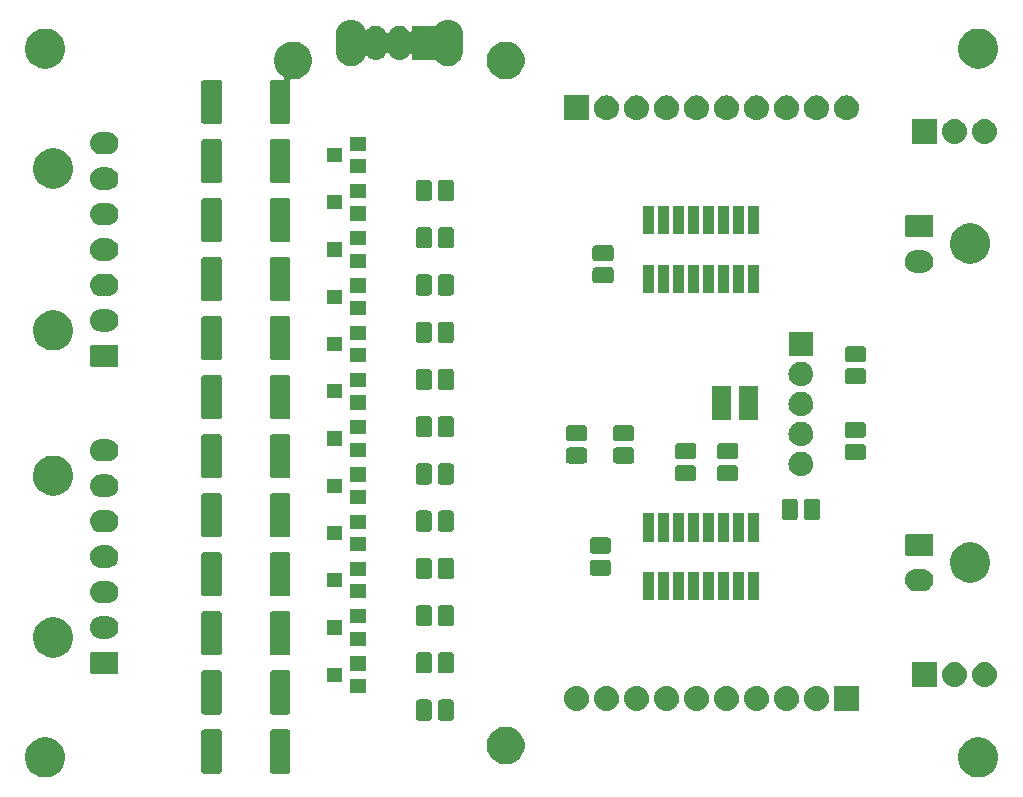
<source format=gbr>
%TF.GenerationSoftware,KiCad,Pcbnew,(5.1.4)-1*%
%TF.CreationDate,2019-10-26T20:50:12-05:00*%
%TF.ProjectId,BPSMinion,4250534d-696e-4696-9f6e-2e6b69636164,rev?*%
%TF.SameCoordinates,Original*%
%TF.FileFunction,Soldermask,Bot*%
%TF.FilePolarity,Negative*%
%FSLAX46Y46*%
G04 Gerber Fmt 4.6, Leading zero omitted, Abs format (unit mm)*
G04 Created by KiCad (PCBNEW (5.1.4)-1) date 2019-10-26 20:50:12*
%MOMM*%
%LPD*%
G04 APERTURE LIST*
%ADD10C,0.100000*%
G04 APERTURE END LIST*
D10*
G36*
X177331653Y-111332665D02*
G01*
X177495872Y-111365330D01*
X177805252Y-111493479D01*
X178083687Y-111679523D01*
X178320477Y-111916313D01*
X178506521Y-112194748D01*
X178634670Y-112504128D01*
X178700000Y-112832565D01*
X178700000Y-113167435D01*
X178634670Y-113495872D01*
X178506521Y-113805252D01*
X178320477Y-114083687D01*
X178083687Y-114320477D01*
X177805252Y-114506521D01*
X177495872Y-114634670D01*
X177331653Y-114667335D01*
X177167437Y-114700000D01*
X176832563Y-114700000D01*
X176668347Y-114667335D01*
X176504128Y-114634670D01*
X176194748Y-114506521D01*
X175916313Y-114320477D01*
X175679523Y-114083687D01*
X175493479Y-113805252D01*
X175365330Y-113495872D01*
X175300000Y-113167435D01*
X175300000Y-112832565D01*
X175365330Y-112504128D01*
X175493479Y-112194748D01*
X175679523Y-111916313D01*
X175916313Y-111679523D01*
X176194748Y-111493479D01*
X176504128Y-111365330D01*
X176668347Y-111332665D01*
X176832563Y-111300000D01*
X177167437Y-111300000D01*
X177331653Y-111332665D01*
X177331653Y-111332665D01*
G37*
G36*
X98331653Y-111332665D02*
G01*
X98495872Y-111365330D01*
X98805252Y-111493479D01*
X99083687Y-111679523D01*
X99320477Y-111916313D01*
X99506521Y-112194748D01*
X99634670Y-112504128D01*
X99700000Y-112832565D01*
X99700000Y-113167435D01*
X99634670Y-113495872D01*
X99506521Y-113805252D01*
X99320477Y-114083687D01*
X99083687Y-114320477D01*
X98805252Y-114506521D01*
X98495872Y-114634670D01*
X98331653Y-114667335D01*
X98167437Y-114700000D01*
X97832563Y-114700000D01*
X97668347Y-114667335D01*
X97504128Y-114634670D01*
X97194748Y-114506521D01*
X96916313Y-114320477D01*
X96679523Y-114083687D01*
X96493479Y-113805252D01*
X96365330Y-113495872D01*
X96300000Y-113167435D01*
X96300000Y-112832565D01*
X96365330Y-112504128D01*
X96493479Y-112194748D01*
X96679523Y-111916313D01*
X96916313Y-111679523D01*
X97194748Y-111493479D01*
X97504128Y-111365330D01*
X97668347Y-111332665D01*
X97832563Y-111300000D01*
X98167437Y-111300000D01*
X98331653Y-111332665D01*
X98331653Y-111332665D01*
G37*
G36*
X112777379Y-110630308D02*
G01*
X112823299Y-110644238D01*
X112865612Y-110666854D01*
X112902704Y-110697296D01*
X112933146Y-110734388D01*
X112955762Y-110776701D01*
X112969692Y-110822621D01*
X112975000Y-110876511D01*
X112975000Y-114123489D01*
X112969692Y-114177379D01*
X112955762Y-114223299D01*
X112933146Y-114265612D01*
X112902704Y-114302704D01*
X112865612Y-114333146D01*
X112823299Y-114355762D01*
X112777379Y-114369692D01*
X112723489Y-114375000D01*
X111476511Y-114375000D01*
X111422621Y-114369692D01*
X111376701Y-114355762D01*
X111334388Y-114333146D01*
X111297296Y-114302704D01*
X111266854Y-114265612D01*
X111244238Y-114223299D01*
X111230308Y-114177379D01*
X111225000Y-114123489D01*
X111225000Y-110876511D01*
X111230308Y-110822621D01*
X111244238Y-110776701D01*
X111266854Y-110734388D01*
X111297296Y-110697296D01*
X111334388Y-110666854D01*
X111376701Y-110644238D01*
X111422621Y-110630308D01*
X111476511Y-110625000D01*
X112723489Y-110625000D01*
X112777379Y-110630308D01*
X112777379Y-110630308D01*
G37*
G36*
X118577379Y-110630308D02*
G01*
X118623299Y-110644238D01*
X118665612Y-110666854D01*
X118702704Y-110697296D01*
X118733146Y-110734388D01*
X118755762Y-110776701D01*
X118769692Y-110822621D01*
X118775000Y-110876511D01*
X118775000Y-114123489D01*
X118769692Y-114177379D01*
X118755762Y-114223299D01*
X118733146Y-114265612D01*
X118702704Y-114302704D01*
X118665612Y-114333146D01*
X118623299Y-114355762D01*
X118577379Y-114369692D01*
X118523489Y-114375000D01*
X117276511Y-114375000D01*
X117222621Y-114369692D01*
X117176701Y-114355762D01*
X117134388Y-114333146D01*
X117097296Y-114302704D01*
X117066854Y-114265612D01*
X117044238Y-114223299D01*
X117030308Y-114177379D01*
X117025000Y-114123489D01*
X117025000Y-110876511D01*
X117030308Y-110822621D01*
X117044238Y-110776701D01*
X117066854Y-110734388D01*
X117097296Y-110697296D01*
X117134388Y-110666854D01*
X117176701Y-110644238D01*
X117222621Y-110630308D01*
X117276511Y-110625000D01*
X118523489Y-110625000D01*
X118577379Y-110630308D01*
X118577379Y-110630308D01*
G37*
G36*
X137466703Y-110461486D02*
G01*
X137757883Y-110582097D01*
X138019940Y-110757198D01*
X138242802Y-110980060D01*
X138417903Y-111242117D01*
X138538514Y-111533297D01*
X138600000Y-111842412D01*
X138600000Y-112157588D01*
X138538514Y-112466703D01*
X138417903Y-112757883D01*
X138242802Y-113019940D01*
X138019940Y-113242802D01*
X137757883Y-113417903D01*
X137466703Y-113538514D01*
X137157588Y-113600000D01*
X136842412Y-113600000D01*
X136533297Y-113538514D01*
X136242117Y-113417903D01*
X135980060Y-113242802D01*
X135757198Y-113019940D01*
X135582097Y-112757883D01*
X135461486Y-112466703D01*
X135400000Y-112157588D01*
X135400000Y-111842412D01*
X135461486Y-111533297D01*
X135582097Y-111242117D01*
X135757198Y-110980060D01*
X135980060Y-110757198D01*
X136242117Y-110582097D01*
X136533297Y-110461486D01*
X136842412Y-110400000D01*
X137157588Y-110400000D01*
X137466703Y-110461486D01*
X137466703Y-110461486D01*
G37*
G36*
X130523499Y-108105997D02*
G01*
X130576147Y-108121968D01*
X130624668Y-108147902D01*
X130667195Y-108182805D01*
X130702098Y-108225332D01*
X130728032Y-108273853D01*
X130744003Y-108326501D01*
X130750000Y-108387390D01*
X130750000Y-109612610D01*
X130744003Y-109673499D01*
X130728032Y-109726147D01*
X130702098Y-109774668D01*
X130667195Y-109817195D01*
X130624668Y-109852098D01*
X130576147Y-109878032D01*
X130523499Y-109894003D01*
X130462610Y-109900000D01*
X129662390Y-109900000D01*
X129601501Y-109894003D01*
X129548853Y-109878032D01*
X129500332Y-109852098D01*
X129457805Y-109817195D01*
X129422902Y-109774668D01*
X129396968Y-109726147D01*
X129380997Y-109673499D01*
X129375000Y-109612610D01*
X129375000Y-108387390D01*
X129380997Y-108326501D01*
X129396968Y-108273853D01*
X129422902Y-108225332D01*
X129457805Y-108182805D01*
X129500332Y-108147902D01*
X129548853Y-108121968D01*
X129601501Y-108105997D01*
X129662390Y-108100000D01*
X130462610Y-108100000D01*
X130523499Y-108105997D01*
X130523499Y-108105997D01*
G37*
G36*
X132398499Y-108105997D02*
G01*
X132451147Y-108121968D01*
X132499668Y-108147902D01*
X132542195Y-108182805D01*
X132577098Y-108225332D01*
X132603032Y-108273853D01*
X132619003Y-108326501D01*
X132625000Y-108387390D01*
X132625000Y-109612610D01*
X132619003Y-109673499D01*
X132603032Y-109726147D01*
X132577098Y-109774668D01*
X132542195Y-109817195D01*
X132499668Y-109852098D01*
X132451147Y-109878032D01*
X132398499Y-109894003D01*
X132337610Y-109900000D01*
X131537390Y-109900000D01*
X131476501Y-109894003D01*
X131423853Y-109878032D01*
X131375332Y-109852098D01*
X131332805Y-109817195D01*
X131297902Y-109774668D01*
X131271968Y-109726147D01*
X131255997Y-109673499D01*
X131250000Y-109612610D01*
X131250000Y-108387390D01*
X131255997Y-108326501D01*
X131271968Y-108273853D01*
X131297902Y-108225332D01*
X131332805Y-108182805D01*
X131375332Y-108147902D01*
X131423853Y-108121968D01*
X131476501Y-108105997D01*
X131537390Y-108100000D01*
X132337610Y-108100000D01*
X132398499Y-108105997D01*
X132398499Y-108105997D01*
G37*
G36*
X112777379Y-105630308D02*
G01*
X112823299Y-105644238D01*
X112865612Y-105666854D01*
X112902704Y-105697296D01*
X112933146Y-105734388D01*
X112955762Y-105776701D01*
X112969692Y-105822621D01*
X112975000Y-105876511D01*
X112975000Y-109123489D01*
X112969692Y-109177379D01*
X112955762Y-109223299D01*
X112933146Y-109265612D01*
X112902704Y-109302704D01*
X112865612Y-109333146D01*
X112823299Y-109355762D01*
X112777379Y-109369692D01*
X112723489Y-109375000D01*
X111476511Y-109375000D01*
X111422621Y-109369692D01*
X111376701Y-109355762D01*
X111334388Y-109333146D01*
X111297296Y-109302704D01*
X111266854Y-109265612D01*
X111244238Y-109223299D01*
X111230308Y-109177379D01*
X111225000Y-109123489D01*
X111225000Y-105876511D01*
X111230308Y-105822621D01*
X111244238Y-105776701D01*
X111266854Y-105734388D01*
X111297296Y-105697296D01*
X111334388Y-105666854D01*
X111376701Y-105644238D01*
X111422621Y-105630308D01*
X111476511Y-105625000D01*
X112723489Y-105625000D01*
X112777379Y-105630308D01*
X112777379Y-105630308D01*
G37*
G36*
X118577379Y-105630308D02*
G01*
X118623299Y-105644238D01*
X118665612Y-105666854D01*
X118702704Y-105697296D01*
X118733146Y-105734388D01*
X118755762Y-105776701D01*
X118769692Y-105822621D01*
X118775000Y-105876511D01*
X118775000Y-109123489D01*
X118769692Y-109177379D01*
X118755762Y-109223299D01*
X118733146Y-109265612D01*
X118702704Y-109302704D01*
X118665612Y-109333146D01*
X118623299Y-109355762D01*
X118577379Y-109369692D01*
X118523489Y-109375000D01*
X117276511Y-109375000D01*
X117222621Y-109369692D01*
X117176701Y-109355762D01*
X117134388Y-109333146D01*
X117097296Y-109302704D01*
X117066854Y-109265612D01*
X117044238Y-109223299D01*
X117030308Y-109177379D01*
X117025000Y-109123489D01*
X117025000Y-105876511D01*
X117030308Y-105822621D01*
X117044238Y-105776701D01*
X117066854Y-105734388D01*
X117097296Y-105697296D01*
X117134388Y-105666854D01*
X117176701Y-105644238D01*
X117222621Y-105630308D01*
X117276511Y-105625000D01*
X118523489Y-105625000D01*
X118577379Y-105630308D01*
X118577379Y-105630308D01*
G37*
G36*
X145668707Y-106957597D02*
G01*
X145745836Y-106965193D01*
X145943762Y-107025233D01*
X145943765Y-107025234D01*
X146126170Y-107122732D01*
X146286055Y-107253945D01*
X146417268Y-107413830D01*
X146514766Y-107596235D01*
X146514767Y-107596238D01*
X146574807Y-107794164D01*
X146595080Y-108000000D01*
X146574807Y-108205836D01*
X146554174Y-108273853D01*
X146514766Y-108403765D01*
X146417268Y-108586170D01*
X146286055Y-108746055D01*
X146126170Y-108877268D01*
X145943765Y-108974766D01*
X145943762Y-108974767D01*
X145745836Y-109034807D01*
X145668707Y-109042403D01*
X145591580Y-109050000D01*
X145488420Y-109050000D01*
X145411293Y-109042403D01*
X145334164Y-109034807D01*
X145136238Y-108974767D01*
X145136235Y-108974766D01*
X144953830Y-108877268D01*
X144793945Y-108746055D01*
X144662732Y-108586170D01*
X144565234Y-108403765D01*
X144525826Y-108273853D01*
X144505193Y-108205836D01*
X144484920Y-108000000D01*
X144505193Y-107794164D01*
X144565233Y-107596238D01*
X144565234Y-107596235D01*
X144662732Y-107413830D01*
X144793945Y-107253945D01*
X144953830Y-107122732D01*
X145136235Y-107025234D01*
X145136238Y-107025233D01*
X145334164Y-106965193D01*
X145411293Y-106957597D01*
X145488420Y-106950000D01*
X145591580Y-106950000D01*
X145668707Y-106957597D01*
X145668707Y-106957597D01*
G37*
G36*
X143128707Y-106957597D02*
G01*
X143205836Y-106965193D01*
X143403762Y-107025233D01*
X143403765Y-107025234D01*
X143586170Y-107122732D01*
X143746055Y-107253945D01*
X143877268Y-107413830D01*
X143974766Y-107596235D01*
X143974767Y-107596238D01*
X144034807Y-107794164D01*
X144055080Y-108000000D01*
X144034807Y-108205836D01*
X144014174Y-108273853D01*
X143974766Y-108403765D01*
X143877268Y-108586170D01*
X143746055Y-108746055D01*
X143586170Y-108877268D01*
X143403765Y-108974766D01*
X143403762Y-108974767D01*
X143205836Y-109034807D01*
X143128707Y-109042403D01*
X143051580Y-109050000D01*
X142948420Y-109050000D01*
X142871293Y-109042403D01*
X142794164Y-109034807D01*
X142596238Y-108974767D01*
X142596235Y-108974766D01*
X142413830Y-108877268D01*
X142253945Y-108746055D01*
X142122732Y-108586170D01*
X142025234Y-108403765D01*
X141985826Y-108273853D01*
X141965193Y-108205836D01*
X141944920Y-108000000D01*
X141965193Y-107794164D01*
X142025233Y-107596238D01*
X142025234Y-107596235D01*
X142122732Y-107413830D01*
X142253945Y-107253945D01*
X142413830Y-107122732D01*
X142596235Y-107025234D01*
X142596238Y-107025233D01*
X142794164Y-106965193D01*
X142871293Y-106957597D01*
X142948420Y-106950000D01*
X143051580Y-106950000D01*
X143128707Y-106957597D01*
X143128707Y-106957597D01*
G37*
G36*
X148208707Y-106957597D02*
G01*
X148285836Y-106965193D01*
X148483762Y-107025233D01*
X148483765Y-107025234D01*
X148666170Y-107122732D01*
X148826055Y-107253945D01*
X148957268Y-107413830D01*
X149054766Y-107596235D01*
X149054767Y-107596238D01*
X149114807Y-107794164D01*
X149135080Y-108000000D01*
X149114807Y-108205836D01*
X149094174Y-108273853D01*
X149054766Y-108403765D01*
X148957268Y-108586170D01*
X148826055Y-108746055D01*
X148666170Y-108877268D01*
X148483765Y-108974766D01*
X148483762Y-108974767D01*
X148285836Y-109034807D01*
X148208707Y-109042403D01*
X148131580Y-109050000D01*
X148028420Y-109050000D01*
X147951293Y-109042403D01*
X147874164Y-109034807D01*
X147676238Y-108974767D01*
X147676235Y-108974766D01*
X147493830Y-108877268D01*
X147333945Y-108746055D01*
X147202732Y-108586170D01*
X147105234Y-108403765D01*
X147065826Y-108273853D01*
X147045193Y-108205836D01*
X147024920Y-108000000D01*
X147045193Y-107794164D01*
X147105233Y-107596238D01*
X147105234Y-107596235D01*
X147202732Y-107413830D01*
X147333945Y-107253945D01*
X147493830Y-107122732D01*
X147676235Y-107025234D01*
X147676238Y-107025233D01*
X147874164Y-106965193D01*
X147951293Y-106957597D01*
X148028420Y-106950000D01*
X148131580Y-106950000D01*
X148208707Y-106957597D01*
X148208707Y-106957597D01*
G37*
G36*
X150748707Y-106957597D02*
G01*
X150825836Y-106965193D01*
X151023762Y-107025233D01*
X151023765Y-107025234D01*
X151206170Y-107122732D01*
X151366055Y-107253945D01*
X151497268Y-107413830D01*
X151594766Y-107596235D01*
X151594767Y-107596238D01*
X151654807Y-107794164D01*
X151675080Y-108000000D01*
X151654807Y-108205836D01*
X151634174Y-108273853D01*
X151594766Y-108403765D01*
X151497268Y-108586170D01*
X151366055Y-108746055D01*
X151206170Y-108877268D01*
X151023765Y-108974766D01*
X151023762Y-108974767D01*
X150825836Y-109034807D01*
X150748707Y-109042403D01*
X150671580Y-109050000D01*
X150568420Y-109050000D01*
X150491293Y-109042403D01*
X150414164Y-109034807D01*
X150216238Y-108974767D01*
X150216235Y-108974766D01*
X150033830Y-108877268D01*
X149873945Y-108746055D01*
X149742732Y-108586170D01*
X149645234Y-108403765D01*
X149605826Y-108273853D01*
X149585193Y-108205836D01*
X149564920Y-108000000D01*
X149585193Y-107794164D01*
X149645233Y-107596238D01*
X149645234Y-107596235D01*
X149742732Y-107413830D01*
X149873945Y-107253945D01*
X150033830Y-107122732D01*
X150216235Y-107025234D01*
X150216238Y-107025233D01*
X150414164Y-106965193D01*
X150491293Y-106957597D01*
X150568420Y-106950000D01*
X150671580Y-106950000D01*
X150748707Y-106957597D01*
X150748707Y-106957597D01*
G37*
G36*
X153288707Y-106957597D02*
G01*
X153365836Y-106965193D01*
X153563762Y-107025233D01*
X153563765Y-107025234D01*
X153746170Y-107122732D01*
X153906055Y-107253945D01*
X154037268Y-107413830D01*
X154134766Y-107596235D01*
X154134767Y-107596238D01*
X154194807Y-107794164D01*
X154215080Y-108000000D01*
X154194807Y-108205836D01*
X154174174Y-108273853D01*
X154134766Y-108403765D01*
X154037268Y-108586170D01*
X153906055Y-108746055D01*
X153746170Y-108877268D01*
X153563765Y-108974766D01*
X153563762Y-108974767D01*
X153365836Y-109034807D01*
X153288707Y-109042403D01*
X153211580Y-109050000D01*
X153108420Y-109050000D01*
X153031293Y-109042403D01*
X152954164Y-109034807D01*
X152756238Y-108974767D01*
X152756235Y-108974766D01*
X152573830Y-108877268D01*
X152413945Y-108746055D01*
X152282732Y-108586170D01*
X152185234Y-108403765D01*
X152145826Y-108273853D01*
X152125193Y-108205836D01*
X152104920Y-108000000D01*
X152125193Y-107794164D01*
X152185233Y-107596238D01*
X152185234Y-107596235D01*
X152282732Y-107413830D01*
X152413945Y-107253945D01*
X152573830Y-107122732D01*
X152756235Y-107025234D01*
X152756238Y-107025233D01*
X152954164Y-106965193D01*
X153031293Y-106957597D01*
X153108420Y-106950000D01*
X153211580Y-106950000D01*
X153288707Y-106957597D01*
X153288707Y-106957597D01*
G37*
G36*
X155828707Y-106957597D02*
G01*
X155905836Y-106965193D01*
X156103762Y-107025233D01*
X156103765Y-107025234D01*
X156286170Y-107122732D01*
X156446055Y-107253945D01*
X156577268Y-107413830D01*
X156674766Y-107596235D01*
X156674767Y-107596238D01*
X156734807Y-107794164D01*
X156755080Y-108000000D01*
X156734807Y-108205836D01*
X156714174Y-108273853D01*
X156674766Y-108403765D01*
X156577268Y-108586170D01*
X156446055Y-108746055D01*
X156286170Y-108877268D01*
X156103765Y-108974766D01*
X156103762Y-108974767D01*
X155905836Y-109034807D01*
X155828707Y-109042403D01*
X155751580Y-109050000D01*
X155648420Y-109050000D01*
X155571293Y-109042403D01*
X155494164Y-109034807D01*
X155296238Y-108974767D01*
X155296235Y-108974766D01*
X155113830Y-108877268D01*
X154953945Y-108746055D01*
X154822732Y-108586170D01*
X154725234Y-108403765D01*
X154685826Y-108273853D01*
X154665193Y-108205836D01*
X154644920Y-108000000D01*
X154665193Y-107794164D01*
X154725233Y-107596238D01*
X154725234Y-107596235D01*
X154822732Y-107413830D01*
X154953945Y-107253945D01*
X155113830Y-107122732D01*
X155296235Y-107025234D01*
X155296238Y-107025233D01*
X155494164Y-106965193D01*
X155571293Y-106957597D01*
X155648420Y-106950000D01*
X155751580Y-106950000D01*
X155828707Y-106957597D01*
X155828707Y-106957597D01*
G37*
G36*
X158368707Y-106957597D02*
G01*
X158445836Y-106965193D01*
X158643762Y-107025233D01*
X158643765Y-107025234D01*
X158826170Y-107122732D01*
X158986055Y-107253945D01*
X159117268Y-107413830D01*
X159214766Y-107596235D01*
X159214767Y-107596238D01*
X159274807Y-107794164D01*
X159295080Y-108000000D01*
X159274807Y-108205836D01*
X159254174Y-108273853D01*
X159214766Y-108403765D01*
X159117268Y-108586170D01*
X158986055Y-108746055D01*
X158826170Y-108877268D01*
X158643765Y-108974766D01*
X158643762Y-108974767D01*
X158445836Y-109034807D01*
X158368707Y-109042403D01*
X158291580Y-109050000D01*
X158188420Y-109050000D01*
X158111293Y-109042403D01*
X158034164Y-109034807D01*
X157836238Y-108974767D01*
X157836235Y-108974766D01*
X157653830Y-108877268D01*
X157493945Y-108746055D01*
X157362732Y-108586170D01*
X157265234Y-108403765D01*
X157225826Y-108273853D01*
X157205193Y-108205836D01*
X157184920Y-108000000D01*
X157205193Y-107794164D01*
X157265233Y-107596238D01*
X157265234Y-107596235D01*
X157362732Y-107413830D01*
X157493945Y-107253945D01*
X157653830Y-107122732D01*
X157836235Y-107025234D01*
X157836238Y-107025233D01*
X158034164Y-106965193D01*
X158111293Y-106957597D01*
X158188420Y-106950000D01*
X158291580Y-106950000D01*
X158368707Y-106957597D01*
X158368707Y-106957597D01*
G37*
G36*
X160908707Y-106957597D02*
G01*
X160985836Y-106965193D01*
X161183762Y-107025233D01*
X161183765Y-107025234D01*
X161366170Y-107122732D01*
X161526055Y-107253945D01*
X161657268Y-107413830D01*
X161754766Y-107596235D01*
X161754767Y-107596238D01*
X161814807Y-107794164D01*
X161835080Y-108000000D01*
X161814807Y-108205836D01*
X161794174Y-108273853D01*
X161754766Y-108403765D01*
X161657268Y-108586170D01*
X161526055Y-108746055D01*
X161366170Y-108877268D01*
X161183765Y-108974766D01*
X161183762Y-108974767D01*
X160985836Y-109034807D01*
X160908707Y-109042403D01*
X160831580Y-109050000D01*
X160728420Y-109050000D01*
X160651293Y-109042403D01*
X160574164Y-109034807D01*
X160376238Y-108974767D01*
X160376235Y-108974766D01*
X160193830Y-108877268D01*
X160033945Y-108746055D01*
X159902732Y-108586170D01*
X159805234Y-108403765D01*
X159765826Y-108273853D01*
X159745193Y-108205836D01*
X159724920Y-108000000D01*
X159745193Y-107794164D01*
X159805233Y-107596238D01*
X159805234Y-107596235D01*
X159902732Y-107413830D01*
X160033945Y-107253945D01*
X160193830Y-107122732D01*
X160376235Y-107025234D01*
X160376238Y-107025233D01*
X160574164Y-106965193D01*
X160651293Y-106957597D01*
X160728420Y-106950000D01*
X160831580Y-106950000D01*
X160908707Y-106957597D01*
X160908707Y-106957597D01*
G37*
G36*
X163448707Y-106957597D02*
G01*
X163525836Y-106965193D01*
X163723762Y-107025233D01*
X163723765Y-107025234D01*
X163906170Y-107122732D01*
X164066055Y-107253945D01*
X164197268Y-107413830D01*
X164294766Y-107596235D01*
X164294767Y-107596238D01*
X164354807Y-107794164D01*
X164375080Y-108000000D01*
X164354807Y-108205836D01*
X164334174Y-108273853D01*
X164294766Y-108403765D01*
X164197268Y-108586170D01*
X164066055Y-108746055D01*
X163906170Y-108877268D01*
X163723765Y-108974766D01*
X163723762Y-108974767D01*
X163525836Y-109034807D01*
X163448707Y-109042403D01*
X163371580Y-109050000D01*
X163268420Y-109050000D01*
X163191293Y-109042403D01*
X163114164Y-109034807D01*
X162916238Y-108974767D01*
X162916235Y-108974766D01*
X162733830Y-108877268D01*
X162573945Y-108746055D01*
X162442732Y-108586170D01*
X162345234Y-108403765D01*
X162305826Y-108273853D01*
X162285193Y-108205836D01*
X162264920Y-108000000D01*
X162285193Y-107794164D01*
X162345233Y-107596238D01*
X162345234Y-107596235D01*
X162442732Y-107413830D01*
X162573945Y-107253945D01*
X162733830Y-107122732D01*
X162916235Y-107025234D01*
X162916238Y-107025233D01*
X163114164Y-106965193D01*
X163191293Y-106957597D01*
X163268420Y-106950000D01*
X163371580Y-106950000D01*
X163448707Y-106957597D01*
X163448707Y-106957597D01*
G37*
G36*
X166910000Y-109050000D02*
G01*
X164810000Y-109050000D01*
X164810000Y-106950000D01*
X166910000Y-106950000D01*
X166910000Y-109050000D01*
X166910000Y-109050000D01*
G37*
G36*
X125150000Y-107550000D02*
G01*
X123850000Y-107550000D01*
X123850000Y-106350000D01*
X125150000Y-106350000D01*
X125150000Y-107550000D01*
X125150000Y-107550000D01*
G37*
G36*
X173510000Y-107050000D02*
G01*
X171410000Y-107050000D01*
X171410000Y-104950000D01*
X173510000Y-104950000D01*
X173510000Y-107050000D01*
X173510000Y-107050000D01*
G37*
G36*
X175128707Y-104957596D02*
G01*
X175205836Y-104965193D01*
X175403762Y-105025233D01*
X175403765Y-105025234D01*
X175586170Y-105122732D01*
X175746055Y-105253945D01*
X175877268Y-105413830D01*
X175974766Y-105596235D01*
X175974767Y-105596238D01*
X176034807Y-105794164D01*
X176055080Y-106000000D01*
X176034807Y-106205836D01*
X175991075Y-106350000D01*
X175974766Y-106403765D01*
X175877268Y-106586170D01*
X175746055Y-106746055D01*
X175586170Y-106877268D01*
X175403765Y-106974766D01*
X175403762Y-106974767D01*
X175205836Y-107034807D01*
X175128707Y-107042404D01*
X175051580Y-107050000D01*
X174948420Y-107050000D01*
X174871293Y-107042404D01*
X174794164Y-107034807D01*
X174596238Y-106974767D01*
X174596235Y-106974766D01*
X174413830Y-106877268D01*
X174253945Y-106746055D01*
X174122732Y-106586170D01*
X174025234Y-106403765D01*
X174008925Y-106350000D01*
X173965193Y-106205836D01*
X173944920Y-106000000D01*
X173965193Y-105794164D01*
X174025233Y-105596238D01*
X174025234Y-105596235D01*
X174122732Y-105413830D01*
X174253945Y-105253945D01*
X174413830Y-105122732D01*
X174596235Y-105025234D01*
X174596238Y-105025233D01*
X174794164Y-104965193D01*
X174871293Y-104957596D01*
X174948420Y-104950000D01*
X175051580Y-104950000D01*
X175128707Y-104957596D01*
X175128707Y-104957596D01*
G37*
G36*
X177668707Y-104957596D02*
G01*
X177745836Y-104965193D01*
X177943762Y-105025233D01*
X177943765Y-105025234D01*
X178126170Y-105122732D01*
X178286055Y-105253945D01*
X178417268Y-105413830D01*
X178514766Y-105596235D01*
X178514767Y-105596238D01*
X178574807Y-105794164D01*
X178595080Y-106000000D01*
X178574807Y-106205836D01*
X178531075Y-106350000D01*
X178514766Y-106403765D01*
X178417268Y-106586170D01*
X178286055Y-106746055D01*
X178126170Y-106877268D01*
X177943765Y-106974766D01*
X177943762Y-106974767D01*
X177745836Y-107034807D01*
X177668707Y-107042404D01*
X177591580Y-107050000D01*
X177488420Y-107050000D01*
X177411293Y-107042404D01*
X177334164Y-107034807D01*
X177136238Y-106974767D01*
X177136235Y-106974766D01*
X176953830Y-106877268D01*
X176793945Y-106746055D01*
X176662732Y-106586170D01*
X176565234Y-106403765D01*
X176548925Y-106350000D01*
X176505193Y-106205836D01*
X176484920Y-106000000D01*
X176505193Y-105794164D01*
X176565233Y-105596238D01*
X176565234Y-105596235D01*
X176662732Y-105413830D01*
X176793945Y-105253945D01*
X176953830Y-105122732D01*
X177136235Y-105025234D01*
X177136238Y-105025233D01*
X177334164Y-104965193D01*
X177411293Y-104957596D01*
X177488420Y-104950000D01*
X177591580Y-104950000D01*
X177668707Y-104957596D01*
X177668707Y-104957596D01*
G37*
G36*
X123150000Y-106600000D02*
G01*
X121850000Y-106600000D01*
X121850000Y-105400000D01*
X123150000Y-105400000D01*
X123150000Y-106600000D01*
X123150000Y-106600000D01*
G37*
G36*
X104022067Y-104055076D02*
G01*
X104065728Y-104068320D01*
X104105964Y-104089827D01*
X104141231Y-104118769D01*
X104170173Y-104154036D01*
X104191680Y-104194272D01*
X104204924Y-104237933D01*
X104210000Y-104289474D01*
X104210000Y-105710526D01*
X104204924Y-105762067D01*
X104191680Y-105805728D01*
X104170173Y-105845964D01*
X104141231Y-105881231D01*
X104105964Y-105910173D01*
X104065728Y-105931680D01*
X104022067Y-105944924D01*
X103970526Y-105950000D01*
X102029474Y-105950000D01*
X101977933Y-105944924D01*
X101934272Y-105931680D01*
X101894036Y-105910173D01*
X101858769Y-105881231D01*
X101829827Y-105845964D01*
X101808320Y-105805728D01*
X101795076Y-105762067D01*
X101790000Y-105710526D01*
X101790000Y-104289474D01*
X101795076Y-104237933D01*
X101808320Y-104194272D01*
X101829827Y-104154036D01*
X101858769Y-104118769D01*
X101894036Y-104089827D01*
X101934272Y-104068320D01*
X101977933Y-104055076D01*
X102029474Y-104050000D01*
X103970526Y-104050000D01*
X104022067Y-104055076D01*
X104022067Y-104055076D01*
G37*
G36*
X132398499Y-104105997D02*
G01*
X132451147Y-104121968D01*
X132499668Y-104147902D01*
X132542195Y-104182805D01*
X132577098Y-104225332D01*
X132603032Y-104273853D01*
X132619003Y-104326501D01*
X132625000Y-104387390D01*
X132625000Y-105612610D01*
X132619003Y-105673499D01*
X132603032Y-105726147D01*
X132577098Y-105774668D01*
X132542195Y-105817195D01*
X132499668Y-105852098D01*
X132451147Y-105878032D01*
X132398499Y-105894003D01*
X132337610Y-105900000D01*
X131537390Y-105900000D01*
X131476501Y-105894003D01*
X131423853Y-105878032D01*
X131375332Y-105852098D01*
X131332805Y-105817195D01*
X131297902Y-105774668D01*
X131271968Y-105726147D01*
X131255997Y-105673499D01*
X131250000Y-105612610D01*
X131250000Y-104387390D01*
X131255997Y-104326501D01*
X131271968Y-104273853D01*
X131297902Y-104225332D01*
X131332805Y-104182805D01*
X131375332Y-104147902D01*
X131423853Y-104121968D01*
X131476501Y-104105997D01*
X131537390Y-104100000D01*
X132337610Y-104100000D01*
X132398499Y-104105997D01*
X132398499Y-104105997D01*
G37*
G36*
X130523499Y-104105997D02*
G01*
X130576147Y-104121968D01*
X130624668Y-104147902D01*
X130667195Y-104182805D01*
X130702098Y-104225332D01*
X130728032Y-104273853D01*
X130744003Y-104326501D01*
X130750000Y-104387390D01*
X130750000Y-105612610D01*
X130744003Y-105673499D01*
X130728032Y-105726147D01*
X130702098Y-105774668D01*
X130667195Y-105817195D01*
X130624668Y-105852098D01*
X130576147Y-105878032D01*
X130523499Y-105894003D01*
X130462610Y-105900000D01*
X129662390Y-105900000D01*
X129601501Y-105894003D01*
X129548853Y-105878032D01*
X129500332Y-105852098D01*
X129457805Y-105817195D01*
X129422902Y-105774668D01*
X129396968Y-105726147D01*
X129380997Y-105673499D01*
X129375000Y-105612610D01*
X129375000Y-104387390D01*
X129380997Y-104326501D01*
X129396968Y-104273853D01*
X129422902Y-104225332D01*
X129457805Y-104182805D01*
X129500332Y-104147902D01*
X129548853Y-104121968D01*
X129601501Y-104105997D01*
X129662390Y-104100000D01*
X130462610Y-104100000D01*
X130523499Y-104105997D01*
X130523499Y-104105997D01*
G37*
G36*
X125150000Y-105650000D02*
G01*
X123850000Y-105650000D01*
X123850000Y-104450000D01*
X125150000Y-104450000D01*
X125150000Y-105650000D01*
X125150000Y-105650000D01*
G37*
G36*
X99011654Y-101182665D02*
G01*
X99175872Y-101215330D01*
X99485252Y-101343479D01*
X99763687Y-101529523D01*
X100000477Y-101766313D01*
X100186521Y-102044748D01*
X100314670Y-102354128D01*
X100316894Y-102365309D01*
X100378496Y-102675001D01*
X100380000Y-102682565D01*
X100380000Y-103017435D01*
X100314670Y-103345872D01*
X100186521Y-103655252D01*
X100000477Y-103933687D01*
X99763687Y-104170477D01*
X99485252Y-104356521D01*
X99175872Y-104484670D01*
X99011653Y-104517335D01*
X98847437Y-104550000D01*
X98512563Y-104550000D01*
X98348347Y-104517335D01*
X98184128Y-104484670D01*
X97874748Y-104356521D01*
X97596313Y-104170477D01*
X97359523Y-103933687D01*
X97173479Y-103655252D01*
X97045330Y-103345872D01*
X96980000Y-103017435D01*
X96980000Y-102682565D01*
X96981505Y-102675001D01*
X97043106Y-102365309D01*
X97045330Y-102354128D01*
X97173479Y-102044748D01*
X97359523Y-101766313D01*
X97596313Y-101529523D01*
X97874748Y-101343479D01*
X98184128Y-101215330D01*
X98348346Y-101182665D01*
X98512563Y-101150000D01*
X98847437Y-101150000D01*
X99011654Y-101182665D01*
X99011654Y-101182665D01*
G37*
G36*
X118577379Y-100630308D02*
G01*
X118623299Y-100644238D01*
X118665612Y-100666854D01*
X118702704Y-100697296D01*
X118733146Y-100734388D01*
X118755762Y-100776701D01*
X118769692Y-100822621D01*
X118775000Y-100876511D01*
X118775000Y-104123489D01*
X118769692Y-104177379D01*
X118755762Y-104223299D01*
X118733146Y-104265612D01*
X118702704Y-104302704D01*
X118665612Y-104333146D01*
X118623299Y-104355762D01*
X118577379Y-104369692D01*
X118523489Y-104375000D01*
X117276511Y-104375000D01*
X117222621Y-104369692D01*
X117176701Y-104355762D01*
X117134388Y-104333146D01*
X117097296Y-104302704D01*
X117066854Y-104265612D01*
X117044238Y-104223299D01*
X117030308Y-104177379D01*
X117025000Y-104123489D01*
X117025000Y-100876511D01*
X117030308Y-100822621D01*
X117044238Y-100776701D01*
X117066854Y-100734388D01*
X117097296Y-100697296D01*
X117134388Y-100666854D01*
X117176701Y-100644238D01*
X117222621Y-100630308D01*
X117276511Y-100625000D01*
X118523489Y-100625000D01*
X118577379Y-100630308D01*
X118577379Y-100630308D01*
G37*
G36*
X112777379Y-100630308D02*
G01*
X112823299Y-100644238D01*
X112865612Y-100666854D01*
X112902704Y-100697296D01*
X112933146Y-100734388D01*
X112955762Y-100776701D01*
X112969692Y-100822621D01*
X112975000Y-100876511D01*
X112975000Y-104123489D01*
X112969692Y-104177379D01*
X112955762Y-104223299D01*
X112933146Y-104265612D01*
X112902704Y-104302704D01*
X112865612Y-104333146D01*
X112823299Y-104355762D01*
X112777379Y-104369692D01*
X112723489Y-104375000D01*
X111476511Y-104375000D01*
X111422621Y-104369692D01*
X111376701Y-104355762D01*
X111334388Y-104333146D01*
X111297296Y-104302704D01*
X111266854Y-104265612D01*
X111244238Y-104223299D01*
X111230308Y-104177379D01*
X111225000Y-104123489D01*
X111225000Y-100876511D01*
X111230308Y-100822621D01*
X111244238Y-100776701D01*
X111266854Y-100734388D01*
X111297296Y-100697296D01*
X111334388Y-100666854D01*
X111376701Y-100644238D01*
X111422621Y-100630308D01*
X111476511Y-100625000D01*
X112723489Y-100625000D01*
X112777379Y-100630308D01*
X112777379Y-100630308D01*
G37*
G36*
X125150000Y-103550000D02*
G01*
X123850000Y-103550000D01*
X123850000Y-102350000D01*
X125150000Y-102350000D01*
X125150000Y-103550000D01*
X125150000Y-103550000D01*
G37*
G36*
X103446232Y-101063746D02*
G01*
X103535770Y-101090907D01*
X103625309Y-101118068D01*
X103685049Y-101150000D01*
X103790345Y-101206282D01*
X103790347Y-101206283D01*
X103790346Y-101206283D01*
X103935002Y-101324998D01*
X104053717Y-101469654D01*
X104141932Y-101634691D01*
X104141932Y-101634692D01*
X104196254Y-101813768D01*
X104199041Y-101842068D01*
X104214596Y-102000000D01*
X104196254Y-102186231D01*
X104141932Y-102365309D01*
X104053717Y-102530346D01*
X103935002Y-102675002D01*
X103803315Y-102783073D01*
X103790345Y-102793718D01*
X103713523Y-102834780D01*
X103625309Y-102881932D01*
X103535770Y-102909093D01*
X103446232Y-102936254D01*
X103376448Y-102943127D01*
X103306666Y-102950000D01*
X102693334Y-102950000D01*
X102623552Y-102943127D01*
X102553768Y-102936254D01*
X102464230Y-102909093D01*
X102374691Y-102881932D01*
X102286477Y-102834780D01*
X102209655Y-102793718D01*
X102196685Y-102783073D01*
X102064998Y-102675002D01*
X101946283Y-102530346D01*
X101858068Y-102365309D01*
X101803746Y-102186231D01*
X101785404Y-102000000D01*
X101800959Y-101842068D01*
X101803746Y-101813768D01*
X101858068Y-101634692D01*
X101858068Y-101634691D01*
X101946283Y-101469654D01*
X102064998Y-101324998D01*
X102209654Y-101206283D01*
X102209653Y-101206283D01*
X102209655Y-101206282D01*
X102314951Y-101150000D01*
X102374691Y-101118068D01*
X102464230Y-101090907D01*
X102553768Y-101063746D01*
X102693334Y-101050000D01*
X103306666Y-101050000D01*
X103446232Y-101063746D01*
X103446232Y-101063746D01*
G37*
G36*
X123150000Y-102600000D02*
G01*
X121850000Y-102600000D01*
X121850000Y-101400000D01*
X123150000Y-101400000D01*
X123150000Y-102600000D01*
X123150000Y-102600000D01*
G37*
G36*
X130523499Y-100105997D02*
G01*
X130576147Y-100121968D01*
X130624668Y-100147902D01*
X130667195Y-100182805D01*
X130702098Y-100225332D01*
X130728032Y-100273853D01*
X130744003Y-100326501D01*
X130750000Y-100387390D01*
X130750000Y-101612610D01*
X130744003Y-101673499D01*
X130728032Y-101726147D01*
X130702098Y-101774668D01*
X130667195Y-101817195D01*
X130624668Y-101852098D01*
X130576147Y-101878032D01*
X130523499Y-101894003D01*
X130462610Y-101900000D01*
X129662390Y-101900000D01*
X129601501Y-101894003D01*
X129548853Y-101878032D01*
X129500332Y-101852098D01*
X129457805Y-101817195D01*
X129422902Y-101774668D01*
X129396968Y-101726147D01*
X129380997Y-101673499D01*
X129375000Y-101612610D01*
X129375000Y-100387390D01*
X129380997Y-100326501D01*
X129396968Y-100273853D01*
X129422902Y-100225332D01*
X129457805Y-100182805D01*
X129500332Y-100147902D01*
X129548853Y-100121968D01*
X129601501Y-100105997D01*
X129662390Y-100100000D01*
X130462610Y-100100000D01*
X130523499Y-100105997D01*
X130523499Y-100105997D01*
G37*
G36*
X132398499Y-100105997D02*
G01*
X132451147Y-100121968D01*
X132499668Y-100147902D01*
X132542195Y-100182805D01*
X132577098Y-100225332D01*
X132603032Y-100273853D01*
X132619003Y-100326501D01*
X132625000Y-100387390D01*
X132625000Y-101612610D01*
X132619003Y-101673499D01*
X132603032Y-101726147D01*
X132577098Y-101774668D01*
X132542195Y-101817195D01*
X132499668Y-101852098D01*
X132451147Y-101878032D01*
X132398499Y-101894003D01*
X132337610Y-101900000D01*
X131537390Y-101900000D01*
X131476501Y-101894003D01*
X131423853Y-101878032D01*
X131375332Y-101852098D01*
X131332805Y-101817195D01*
X131297902Y-101774668D01*
X131271968Y-101726147D01*
X131255997Y-101673499D01*
X131250000Y-101612610D01*
X131250000Y-100387390D01*
X131255997Y-100326501D01*
X131271968Y-100273853D01*
X131297902Y-100225332D01*
X131332805Y-100182805D01*
X131375332Y-100147902D01*
X131423853Y-100121968D01*
X131476501Y-100105997D01*
X131537390Y-100100000D01*
X132337610Y-100100000D01*
X132398499Y-100105997D01*
X132398499Y-100105997D01*
G37*
G36*
X125150000Y-101650000D02*
G01*
X123850000Y-101650000D01*
X123850000Y-100450000D01*
X125150000Y-100450000D01*
X125150000Y-101650000D01*
X125150000Y-101650000D01*
G37*
G36*
X103446232Y-98063746D02*
G01*
X103535770Y-98090907D01*
X103625309Y-98118068D01*
X103713523Y-98165220D01*
X103790345Y-98206282D01*
X103790347Y-98206283D01*
X103790346Y-98206283D01*
X103935002Y-98324998D01*
X104053717Y-98469654D01*
X104141932Y-98634691D01*
X104141932Y-98634692D01*
X104196254Y-98813768D01*
X104214596Y-99000000D01*
X104202434Y-99123489D01*
X104196254Y-99186231D01*
X104141932Y-99365309D01*
X104053717Y-99530346D01*
X103935002Y-99675002D01*
X103803315Y-99783073D01*
X103790345Y-99793718D01*
X103713523Y-99834780D01*
X103625309Y-99881932D01*
X103535770Y-99909093D01*
X103446232Y-99936254D01*
X103306666Y-99950000D01*
X102693334Y-99950000D01*
X102553768Y-99936254D01*
X102464230Y-99909093D01*
X102374691Y-99881932D01*
X102286477Y-99834780D01*
X102209655Y-99793718D01*
X102196685Y-99783073D01*
X102064998Y-99675002D01*
X101946283Y-99530346D01*
X101858068Y-99365309D01*
X101803746Y-99186231D01*
X101797567Y-99123489D01*
X101785404Y-99000000D01*
X101803746Y-98813768D01*
X101858068Y-98634692D01*
X101858068Y-98634691D01*
X101946283Y-98469654D01*
X102064998Y-98324998D01*
X102209654Y-98206283D01*
X102209653Y-98206283D01*
X102209655Y-98206282D01*
X102286477Y-98165220D01*
X102374691Y-98118068D01*
X102464230Y-98090907D01*
X102553768Y-98063746D01*
X102693334Y-98050000D01*
X103306666Y-98050000D01*
X103446232Y-98063746D01*
X103446232Y-98063746D01*
G37*
G36*
X155871700Y-99654400D02*
G01*
X154938300Y-99654400D01*
X154938300Y-97273200D01*
X155871700Y-97273200D01*
X155871700Y-99654400D01*
X155871700Y-99654400D01*
G37*
G36*
X149521700Y-99654400D02*
G01*
X148588300Y-99654400D01*
X148588300Y-97273200D01*
X149521700Y-97273200D01*
X149521700Y-99654400D01*
X149521700Y-99654400D01*
G37*
G36*
X150791700Y-99654400D02*
G01*
X149858300Y-99654400D01*
X149858300Y-97273200D01*
X150791700Y-97273200D01*
X150791700Y-99654400D01*
X150791700Y-99654400D01*
G37*
G36*
X158411700Y-99654400D02*
G01*
X157478300Y-99654400D01*
X157478300Y-97273200D01*
X158411700Y-97273200D01*
X158411700Y-99654400D01*
X158411700Y-99654400D01*
G37*
G36*
X157141700Y-99654400D02*
G01*
X156208300Y-99654400D01*
X156208300Y-97273200D01*
X157141700Y-97273200D01*
X157141700Y-99654400D01*
X157141700Y-99654400D01*
G37*
G36*
X154601700Y-99654400D02*
G01*
X153668300Y-99654400D01*
X153668300Y-97273200D01*
X154601700Y-97273200D01*
X154601700Y-99654400D01*
X154601700Y-99654400D01*
G37*
G36*
X153331700Y-99654400D02*
G01*
X152398300Y-99654400D01*
X152398300Y-97273200D01*
X153331700Y-97273200D01*
X153331700Y-99654400D01*
X153331700Y-99654400D01*
G37*
G36*
X152061700Y-99654400D02*
G01*
X151128300Y-99654400D01*
X151128300Y-97273200D01*
X152061700Y-97273200D01*
X152061700Y-99654400D01*
X152061700Y-99654400D01*
G37*
G36*
X125150000Y-99550000D02*
G01*
X123850000Y-99550000D01*
X123850000Y-98350000D01*
X125150000Y-98350000D01*
X125150000Y-99550000D01*
X125150000Y-99550000D01*
G37*
G36*
X118577379Y-95630308D02*
G01*
X118623299Y-95644238D01*
X118665612Y-95666854D01*
X118702704Y-95697296D01*
X118733146Y-95734388D01*
X118755762Y-95776701D01*
X118769692Y-95822621D01*
X118775000Y-95876511D01*
X118775000Y-99123489D01*
X118769692Y-99177379D01*
X118755762Y-99223299D01*
X118733146Y-99265612D01*
X118702704Y-99302704D01*
X118665612Y-99333146D01*
X118623299Y-99355762D01*
X118577379Y-99369692D01*
X118523489Y-99375000D01*
X117276511Y-99375000D01*
X117222621Y-99369692D01*
X117176701Y-99355762D01*
X117134388Y-99333146D01*
X117097296Y-99302704D01*
X117066854Y-99265612D01*
X117044238Y-99223299D01*
X117030308Y-99177379D01*
X117025000Y-99123489D01*
X117025000Y-95876511D01*
X117030308Y-95822621D01*
X117044238Y-95776701D01*
X117066854Y-95734388D01*
X117097296Y-95697296D01*
X117134388Y-95666854D01*
X117176701Y-95644238D01*
X117222621Y-95630308D01*
X117276511Y-95625000D01*
X118523489Y-95625000D01*
X118577379Y-95630308D01*
X118577379Y-95630308D01*
G37*
G36*
X112777379Y-95630308D02*
G01*
X112823299Y-95644238D01*
X112865612Y-95666854D01*
X112902704Y-95697296D01*
X112933146Y-95734388D01*
X112955762Y-95776701D01*
X112969692Y-95822621D01*
X112975000Y-95876511D01*
X112975000Y-99123489D01*
X112969692Y-99177379D01*
X112955762Y-99223299D01*
X112933146Y-99265612D01*
X112902704Y-99302704D01*
X112865612Y-99333146D01*
X112823299Y-99355762D01*
X112777379Y-99369692D01*
X112723489Y-99375000D01*
X111476511Y-99375000D01*
X111422621Y-99369692D01*
X111376701Y-99355762D01*
X111334388Y-99333146D01*
X111297296Y-99302704D01*
X111266854Y-99265612D01*
X111244238Y-99223299D01*
X111230308Y-99177379D01*
X111225000Y-99123489D01*
X111225000Y-95876511D01*
X111230308Y-95822621D01*
X111244238Y-95776701D01*
X111266854Y-95734388D01*
X111297296Y-95697296D01*
X111334388Y-95666854D01*
X111376701Y-95644238D01*
X111422621Y-95630308D01*
X111476511Y-95625000D01*
X112723489Y-95625000D01*
X112777379Y-95630308D01*
X112777379Y-95630308D01*
G37*
G36*
X172446232Y-97063746D02*
G01*
X172535770Y-97090907D01*
X172625309Y-97118068D01*
X172713523Y-97165220D01*
X172790345Y-97206282D01*
X172790347Y-97206283D01*
X172790346Y-97206283D01*
X172935002Y-97324998D01*
X173038529Y-97451147D01*
X173053718Y-97469655D01*
X173069760Y-97499668D01*
X173141932Y-97634691D01*
X173141932Y-97634692D01*
X173196254Y-97813768D01*
X173214596Y-98000000D01*
X173196254Y-98186232D01*
X173169093Y-98275770D01*
X173141932Y-98365309D01*
X173053717Y-98530346D01*
X172935002Y-98675002D01*
X172803316Y-98783073D01*
X172790345Y-98793718D01*
X172752834Y-98813768D01*
X172625309Y-98881932D01*
X172535770Y-98909093D01*
X172446232Y-98936254D01*
X172306666Y-98950000D01*
X171693334Y-98950000D01*
X171553768Y-98936254D01*
X171464230Y-98909093D01*
X171374691Y-98881932D01*
X171247166Y-98813768D01*
X171209655Y-98793718D01*
X171196685Y-98783073D01*
X171064998Y-98675002D01*
X170946283Y-98530346D01*
X170858068Y-98365309D01*
X170830907Y-98275770D01*
X170803746Y-98186232D01*
X170785404Y-98000000D01*
X170803746Y-97813768D01*
X170858068Y-97634692D01*
X170858068Y-97634691D01*
X170930240Y-97499668D01*
X170946282Y-97469655D01*
X170961471Y-97451147D01*
X171064998Y-97324998D01*
X171209654Y-97206283D01*
X171209653Y-97206283D01*
X171209655Y-97206282D01*
X171286477Y-97165220D01*
X171374691Y-97118068D01*
X171464230Y-97090907D01*
X171553768Y-97063746D01*
X171693334Y-97050000D01*
X172306666Y-97050000D01*
X172446232Y-97063746D01*
X172446232Y-97063746D01*
G37*
G36*
X123150000Y-98600000D02*
G01*
X121850000Y-98600000D01*
X121850000Y-97400000D01*
X123150000Y-97400000D01*
X123150000Y-98600000D01*
X123150000Y-98600000D01*
G37*
G36*
X176651653Y-94832665D02*
G01*
X176815872Y-94865330D01*
X177125252Y-94993479D01*
X177403687Y-95179523D01*
X177640477Y-95416313D01*
X177826521Y-95694748D01*
X177954670Y-96004128D01*
X177954670Y-96004130D01*
X178015101Y-96307932D01*
X178020000Y-96332565D01*
X178020000Y-96667435D01*
X177954670Y-96995872D01*
X177826521Y-97305252D01*
X177640477Y-97583687D01*
X177403687Y-97820477D01*
X177125252Y-98006521D01*
X176815872Y-98134670D01*
X176651653Y-98167335D01*
X176487437Y-98200000D01*
X176152563Y-98200000D01*
X175988347Y-98167335D01*
X175824128Y-98134670D01*
X175514748Y-98006521D01*
X175236313Y-97820477D01*
X174999523Y-97583687D01*
X174813479Y-97305252D01*
X174685330Y-96995872D01*
X174620000Y-96667435D01*
X174620000Y-96332565D01*
X174624900Y-96307932D01*
X174685330Y-96004130D01*
X174685330Y-96004128D01*
X174813479Y-95694748D01*
X174999523Y-95416313D01*
X175236313Y-95179523D01*
X175514748Y-94993479D01*
X175824128Y-94865330D01*
X175988347Y-94832665D01*
X176152563Y-94800000D01*
X176487437Y-94800000D01*
X176651653Y-94832665D01*
X176651653Y-94832665D01*
G37*
G36*
X132398499Y-96105997D02*
G01*
X132451147Y-96121968D01*
X132499668Y-96147902D01*
X132542195Y-96182805D01*
X132577098Y-96225332D01*
X132603032Y-96273853D01*
X132619003Y-96326501D01*
X132625000Y-96387390D01*
X132625000Y-97612610D01*
X132619003Y-97673499D01*
X132603032Y-97726147D01*
X132577098Y-97774668D01*
X132542195Y-97817195D01*
X132499668Y-97852098D01*
X132451147Y-97878032D01*
X132398499Y-97894003D01*
X132337610Y-97900000D01*
X131537390Y-97900000D01*
X131476501Y-97894003D01*
X131423853Y-97878032D01*
X131375332Y-97852098D01*
X131332805Y-97817195D01*
X131297902Y-97774668D01*
X131271968Y-97726147D01*
X131255997Y-97673499D01*
X131250000Y-97612610D01*
X131250000Y-96387390D01*
X131255997Y-96326501D01*
X131271968Y-96273853D01*
X131297902Y-96225332D01*
X131332805Y-96182805D01*
X131375332Y-96147902D01*
X131423853Y-96121968D01*
X131476501Y-96105997D01*
X131537390Y-96100000D01*
X132337610Y-96100000D01*
X132398499Y-96105997D01*
X132398499Y-96105997D01*
G37*
G36*
X130523499Y-96105997D02*
G01*
X130576147Y-96121968D01*
X130624668Y-96147902D01*
X130667195Y-96182805D01*
X130702098Y-96225332D01*
X130728032Y-96273853D01*
X130744003Y-96326501D01*
X130750000Y-96387390D01*
X130750000Y-97612610D01*
X130744003Y-97673499D01*
X130728032Y-97726147D01*
X130702098Y-97774668D01*
X130667195Y-97817195D01*
X130624668Y-97852098D01*
X130576147Y-97878032D01*
X130523499Y-97894003D01*
X130462610Y-97900000D01*
X129662390Y-97900000D01*
X129601501Y-97894003D01*
X129548853Y-97878032D01*
X129500332Y-97852098D01*
X129457805Y-97817195D01*
X129422902Y-97774668D01*
X129396968Y-97726147D01*
X129380997Y-97673499D01*
X129375000Y-97612610D01*
X129375000Y-96387390D01*
X129380997Y-96326501D01*
X129396968Y-96273853D01*
X129422902Y-96225332D01*
X129457805Y-96182805D01*
X129500332Y-96147902D01*
X129548853Y-96121968D01*
X129601501Y-96105997D01*
X129662390Y-96100000D01*
X130462610Y-96100000D01*
X130523499Y-96105997D01*
X130523499Y-96105997D01*
G37*
G36*
X125150000Y-97650000D02*
G01*
X123850000Y-97650000D01*
X123850000Y-96450000D01*
X125150000Y-96450000D01*
X125150000Y-97650000D01*
X125150000Y-97650000D01*
G37*
G36*
X145673499Y-96255997D02*
G01*
X145726147Y-96271968D01*
X145774668Y-96297902D01*
X145817195Y-96332805D01*
X145852098Y-96375332D01*
X145878032Y-96423853D01*
X145894003Y-96476501D01*
X145900000Y-96537390D01*
X145900000Y-97337610D01*
X145894003Y-97398499D01*
X145878032Y-97451147D01*
X145852098Y-97499668D01*
X145817195Y-97542195D01*
X145774668Y-97577098D01*
X145726147Y-97603032D01*
X145673499Y-97619003D01*
X145612610Y-97625000D01*
X144387390Y-97625000D01*
X144326501Y-97619003D01*
X144273853Y-97603032D01*
X144225332Y-97577098D01*
X144182805Y-97542195D01*
X144147902Y-97499668D01*
X144121968Y-97451147D01*
X144105997Y-97398499D01*
X144100000Y-97337610D01*
X144100000Y-96537390D01*
X144105997Y-96476501D01*
X144121968Y-96423853D01*
X144147902Y-96375332D01*
X144182805Y-96332805D01*
X144225332Y-96297902D01*
X144273853Y-96271968D01*
X144326501Y-96255997D01*
X144387390Y-96250000D01*
X145612610Y-96250000D01*
X145673499Y-96255997D01*
X145673499Y-96255997D01*
G37*
G36*
X103376448Y-95056873D02*
G01*
X103446232Y-95063746D01*
X103535770Y-95090907D01*
X103625309Y-95118068D01*
X103713523Y-95165220D01*
X103790345Y-95206282D01*
X103790347Y-95206283D01*
X103790346Y-95206283D01*
X103935002Y-95324998D01*
X104009942Y-95416314D01*
X104053718Y-95469655D01*
X104082498Y-95523499D01*
X104141932Y-95634691D01*
X104141932Y-95634692D01*
X104196254Y-95813768D01*
X104214596Y-96000000D01*
X104196254Y-96186232D01*
X104184393Y-96225332D01*
X104141932Y-96365309D01*
X104130129Y-96387390D01*
X104055673Y-96526688D01*
X104053717Y-96530346D01*
X103935002Y-96675002D01*
X103803316Y-96783073D01*
X103790345Y-96793718D01*
X103713523Y-96834780D01*
X103625309Y-96881932D01*
X103535770Y-96909093D01*
X103446232Y-96936254D01*
X103376448Y-96943127D01*
X103306666Y-96950000D01*
X102693334Y-96950000D01*
X102623552Y-96943127D01*
X102553768Y-96936254D01*
X102464230Y-96909093D01*
X102374691Y-96881932D01*
X102286477Y-96834780D01*
X102209655Y-96793718D01*
X102196684Y-96783073D01*
X102064998Y-96675002D01*
X101946283Y-96530346D01*
X101944328Y-96526688D01*
X101869871Y-96387390D01*
X101858068Y-96365309D01*
X101815607Y-96225332D01*
X101803746Y-96186232D01*
X101785404Y-96000000D01*
X101803746Y-95813768D01*
X101858068Y-95634692D01*
X101858068Y-95634691D01*
X101917502Y-95523499D01*
X101946282Y-95469655D01*
X101990058Y-95416314D01*
X102064998Y-95324998D01*
X102209654Y-95206283D01*
X102209653Y-95206283D01*
X102209655Y-95206282D01*
X102286477Y-95165220D01*
X102374691Y-95118068D01*
X102464230Y-95090907D01*
X102553768Y-95063746D01*
X102623552Y-95056873D01*
X102693334Y-95050000D01*
X103306666Y-95050000D01*
X103376448Y-95056873D01*
X103376448Y-95056873D01*
G37*
G36*
X173022067Y-94055076D02*
G01*
X173065728Y-94068320D01*
X173105964Y-94089827D01*
X173141231Y-94118769D01*
X173170173Y-94154036D01*
X173191680Y-94194272D01*
X173204924Y-94237933D01*
X173210000Y-94289474D01*
X173210000Y-95710526D01*
X173204924Y-95762067D01*
X173191680Y-95805728D01*
X173170173Y-95845964D01*
X173141231Y-95881231D01*
X173105964Y-95910173D01*
X173065728Y-95931680D01*
X173022067Y-95944924D01*
X172970526Y-95950000D01*
X171029474Y-95950000D01*
X170977933Y-95944924D01*
X170934272Y-95931680D01*
X170894036Y-95910173D01*
X170858769Y-95881231D01*
X170829827Y-95845964D01*
X170808320Y-95805728D01*
X170795076Y-95762067D01*
X170790000Y-95710526D01*
X170790000Y-94289474D01*
X170795076Y-94237933D01*
X170808320Y-94194272D01*
X170829827Y-94154036D01*
X170858769Y-94118769D01*
X170894036Y-94089827D01*
X170934272Y-94068320D01*
X170977933Y-94055076D01*
X171029474Y-94050000D01*
X172970526Y-94050000D01*
X173022067Y-94055076D01*
X173022067Y-94055076D01*
G37*
G36*
X145673499Y-94380997D02*
G01*
X145726147Y-94396968D01*
X145774668Y-94422902D01*
X145817195Y-94457805D01*
X145852098Y-94500332D01*
X145878032Y-94548853D01*
X145894003Y-94601501D01*
X145900000Y-94662390D01*
X145900000Y-95462610D01*
X145894003Y-95523499D01*
X145878032Y-95576147D01*
X145852098Y-95624668D01*
X145817195Y-95667195D01*
X145774668Y-95702098D01*
X145726147Y-95728032D01*
X145673499Y-95744003D01*
X145612610Y-95750000D01*
X144387390Y-95750000D01*
X144326501Y-95744003D01*
X144273853Y-95728032D01*
X144225332Y-95702098D01*
X144182805Y-95667195D01*
X144147902Y-95624668D01*
X144121968Y-95576147D01*
X144105997Y-95523499D01*
X144100000Y-95462610D01*
X144100000Y-94662390D01*
X144105997Y-94601501D01*
X144121968Y-94548853D01*
X144147902Y-94500332D01*
X144182805Y-94457805D01*
X144225332Y-94422902D01*
X144273853Y-94396968D01*
X144326501Y-94380997D01*
X144387390Y-94375000D01*
X145612610Y-94375000D01*
X145673499Y-94380997D01*
X145673499Y-94380997D01*
G37*
G36*
X125150000Y-95550000D02*
G01*
X123850000Y-95550000D01*
X123850000Y-94350000D01*
X125150000Y-94350000D01*
X125150000Y-95550000D01*
X125150000Y-95550000D01*
G37*
G36*
X155871700Y-94726800D02*
G01*
X154938300Y-94726800D01*
X154938300Y-92345600D01*
X155871700Y-92345600D01*
X155871700Y-94726800D01*
X155871700Y-94726800D01*
G37*
G36*
X158411700Y-94726800D02*
G01*
X157478300Y-94726800D01*
X157478300Y-92345600D01*
X158411700Y-92345600D01*
X158411700Y-94726800D01*
X158411700Y-94726800D01*
G37*
G36*
X154601700Y-94726800D02*
G01*
X153668300Y-94726800D01*
X153668300Y-92345600D01*
X154601700Y-92345600D01*
X154601700Y-94726800D01*
X154601700Y-94726800D01*
G37*
G36*
X157141700Y-94726800D02*
G01*
X156208300Y-94726800D01*
X156208300Y-92345600D01*
X157141700Y-92345600D01*
X157141700Y-94726800D01*
X157141700Y-94726800D01*
G37*
G36*
X152061700Y-94726800D02*
G01*
X151128300Y-94726800D01*
X151128300Y-92345600D01*
X152061700Y-92345600D01*
X152061700Y-94726800D01*
X152061700Y-94726800D01*
G37*
G36*
X150791700Y-94726800D02*
G01*
X149858300Y-94726800D01*
X149858300Y-92345600D01*
X150791700Y-92345600D01*
X150791700Y-94726800D01*
X150791700Y-94726800D01*
G37*
G36*
X149521700Y-94726800D02*
G01*
X148588300Y-94726800D01*
X148588300Y-92345600D01*
X149521700Y-92345600D01*
X149521700Y-94726800D01*
X149521700Y-94726800D01*
G37*
G36*
X153331700Y-94726800D02*
G01*
X152398300Y-94726800D01*
X152398300Y-92345600D01*
X153331700Y-92345600D01*
X153331700Y-94726800D01*
X153331700Y-94726800D01*
G37*
G36*
X123150000Y-94600000D02*
G01*
X121850000Y-94600000D01*
X121850000Y-93400000D01*
X123150000Y-93400000D01*
X123150000Y-94600000D01*
X123150000Y-94600000D01*
G37*
G36*
X112777379Y-90630308D02*
G01*
X112823299Y-90644238D01*
X112865612Y-90666854D01*
X112902704Y-90697296D01*
X112933146Y-90734388D01*
X112955762Y-90776701D01*
X112969692Y-90822621D01*
X112975000Y-90876511D01*
X112975000Y-94123489D01*
X112969692Y-94177379D01*
X112955762Y-94223299D01*
X112933146Y-94265612D01*
X112902704Y-94302704D01*
X112865612Y-94333146D01*
X112823299Y-94355762D01*
X112777379Y-94369692D01*
X112723489Y-94375000D01*
X111476511Y-94375000D01*
X111422621Y-94369692D01*
X111376701Y-94355762D01*
X111334388Y-94333146D01*
X111297296Y-94302704D01*
X111266854Y-94265612D01*
X111244238Y-94223299D01*
X111230308Y-94177379D01*
X111225000Y-94123489D01*
X111225000Y-90876511D01*
X111230308Y-90822621D01*
X111244238Y-90776701D01*
X111266854Y-90734388D01*
X111297296Y-90697296D01*
X111334388Y-90666854D01*
X111376701Y-90644238D01*
X111422621Y-90630308D01*
X111476511Y-90625000D01*
X112723489Y-90625000D01*
X112777379Y-90630308D01*
X112777379Y-90630308D01*
G37*
G36*
X118577379Y-90630308D02*
G01*
X118623299Y-90644238D01*
X118665612Y-90666854D01*
X118702704Y-90697296D01*
X118733146Y-90734388D01*
X118755762Y-90776701D01*
X118769692Y-90822621D01*
X118775000Y-90876511D01*
X118775000Y-94123489D01*
X118769692Y-94177379D01*
X118755762Y-94223299D01*
X118733146Y-94265612D01*
X118702704Y-94302704D01*
X118665612Y-94333146D01*
X118623299Y-94355762D01*
X118577379Y-94369692D01*
X118523489Y-94375000D01*
X117276511Y-94375000D01*
X117222621Y-94369692D01*
X117176701Y-94355762D01*
X117134388Y-94333146D01*
X117097296Y-94302704D01*
X117066854Y-94265612D01*
X117044238Y-94223299D01*
X117030308Y-94177379D01*
X117025000Y-94123489D01*
X117025000Y-90876511D01*
X117030308Y-90822621D01*
X117044238Y-90776701D01*
X117066854Y-90734388D01*
X117097296Y-90697296D01*
X117134388Y-90666854D01*
X117176701Y-90644238D01*
X117222621Y-90630308D01*
X117276511Y-90625000D01*
X118523489Y-90625000D01*
X118577379Y-90630308D01*
X118577379Y-90630308D01*
G37*
G36*
X103376448Y-92056873D02*
G01*
X103446232Y-92063746D01*
X103535770Y-92090907D01*
X103625309Y-92118068D01*
X103713523Y-92165220D01*
X103790345Y-92206282D01*
X103790347Y-92206283D01*
X103790346Y-92206283D01*
X103935002Y-92324998D01*
X104053717Y-92469654D01*
X104141932Y-92634691D01*
X104141932Y-92634692D01*
X104196254Y-92813768D01*
X104199041Y-92842068D01*
X104214596Y-93000000D01*
X104196254Y-93186231D01*
X104141932Y-93365309D01*
X104053717Y-93530346D01*
X103935002Y-93675002D01*
X103813557Y-93774668D01*
X103790345Y-93793718D01*
X103713523Y-93834780D01*
X103625309Y-93881932D01*
X103565746Y-93900000D01*
X103446232Y-93936254D01*
X103376448Y-93943127D01*
X103306666Y-93950000D01*
X102693334Y-93950000D01*
X102623552Y-93943127D01*
X102553768Y-93936254D01*
X102434254Y-93900000D01*
X102374691Y-93881932D01*
X102286477Y-93834780D01*
X102209655Y-93793718D01*
X102186443Y-93774668D01*
X102064998Y-93675002D01*
X101946283Y-93530346D01*
X101858068Y-93365309D01*
X101803746Y-93186231D01*
X101785404Y-93000000D01*
X101800959Y-92842068D01*
X101803746Y-92813768D01*
X101858068Y-92634692D01*
X101858068Y-92634691D01*
X101946283Y-92469654D01*
X102064998Y-92324998D01*
X102209654Y-92206283D01*
X102209653Y-92206283D01*
X102209655Y-92206282D01*
X102286477Y-92165220D01*
X102374691Y-92118068D01*
X102464230Y-92090907D01*
X102553768Y-92063746D01*
X102623552Y-92056873D01*
X102693334Y-92050000D01*
X103306666Y-92050000D01*
X103376448Y-92056873D01*
X103376448Y-92056873D01*
G37*
G36*
X132398499Y-92105997D02*
G01*
X132451147Y-92121968D01*
X132499668Y-92147902D01*
X132542195Y-92182805D01*
X132577098Y-92225332D01*
X132603032Y-92273853D01*
X132619003Y-92326501D01*
X132625000Y-92387390D01*
X132625000Y-93612610D01*
X132619003Y-93673499D01*
X132603032Y-93726147D01*
X132577098Y-93774668D01*
X132542195Y-93817195D01*
X132499668Y-93852098D01*
X132451147Y-93878032D01*
X132398499Y-93894003D01*
X132337610Y-93900000D01*
X131537390Y-93900000D01*
X131476501Y-93894003D01*
X131423853Y-93878032D01*
X131375332Y-93852098D01*
X131332805Y-93817195D01*
X131297902Y-93774668D01*
X131271968Y-93726147D01*
X131255997Y-93673499D01*
X131250000Y-93612610D01*
X131250000Y-92387390D01*
X131255997Y-92326501D01*
X131271968Y-92273853D01*
X131297902Y-92225332D01*
X131332805Y-92182805D01*
X131375332Y-92147902D01*
X131423853Y-92121968D01*
X131476501Y-92105997D01*
X131537390Y-92100000D01*
X132337610Y-92100000D01*
X132398499Y-92105997D01*
X132398499Y-92105997D01*
G37*
G36*
X130523499Y-92105997D02*
G01*
X130576147Y-92121968D01*
X130624668Y-92147902D01*
X130667195Y-92182805D01*
X130702098Y-92225332D01*
X130728032Y-92273853D01*
X130744003Y-92326501D01*
X130750000Y-92387390D01*
X130750000Y-93612610D01*
X130744003Y-93673499D01*
X130728032Y-93726147D01*
X130702098Y-93774668D01*
X130667195Y-93817195D01*
X130624668Y-93852098D01*
X130576147Y-93878032D01*
X130523499Y-93894003D01*
X130462610Y-93900000D01*
X129662390Y-93900000D01*
X129601501Y-93894003D01*
X129548853Y-93878032D01*
X129500332Y-93852098D01*
X129457805Y-93817195D01*
X129422902Y-93774668D01*
X129396968Y-93726147D01*
X129380997Y-93673499D01*
X129375000Y-93612610D01*
X129375000Y-92387390D01*
X129380997Y-92326501D01*
X129396968Y-92273853D01*
X129422902Y-92225332D01*
X129457805Y-92182805D01*
X129500332Y-92147902D01*
X129548853Y-92121968D01*
X129601501Y-92105997D01*
X129662390Y-92100000D01*
X130462610Y-92100000D01*
X130523499Y-92105997D01*
X130523499Y-92105997D01*
G37*
G36*
X125150000Y-93650000D02*
G01*
X123850000Y-93650000D01*
X123850000Y-92450000D01*
X125150000Y-92450000D01*
X125150000Y-93650000D01*
X125150000Y-93650000D01*
G37*
G36*
X161523499Y-91105997D02*
G01*
X161576147Y-91121968D01*
X161624668Y-91147902D01*
X161667195Y-91182805D01*
X161702098Y-91225332D01*
X161728032Y-91273853D01*
X161744003Y-91326501D01*
X161750000Y-91387390D01*
X161750000Y-92612610D01*
X161744003Y-92673499D01*
X161728032Y-92726147D01*
X161702098Y-92774668D01*
X161667195Y-92817195D01*
X161624668Y-92852098D01*
X161576147Y-92878032D01*
X161523499Y-92894003D01*
X161462610Y-92900000D01*
X160662390Y-92900000D01*
X160601501Y-92894003D01*
X160548853Y-92878032D01*
X160500332Y-92852098D01*
X160457805Y-92817195D01*
X160422902Y-92774668D01*
X160396968Y-92726147D01*
X160380997Y-92673499D01*
X160375000Y-92612610D01*
X160375000Y-91387390D01*
X160380997Y-91326501D01*
X160396968Y-91273853D01*
X160422902Y-91225332D01*
X160457805Y-91182805D01*
X160500332Y-91147902D01*
X160548853Y-91121968D01*
X160601501Y-91105997D01*
X160662390Y-91100000D01*
X161462610Y-91100000D01*
X161523499Y-91105997D01*
X161523499Y-91105997D01*
G37*
G36*
X163398499Y-91105997D02*
G01*
X163451147Y-91121968D01*
X163499668Y-91147902D01*
X163542195Y-91182805D01*
X163577098Y-91225332D01*
X163603032Y-91273853D01*
X163619003Y-91326501D01*
X163625000Y-91387390D01*
X163625000Y-92612610D01*
X163619003Y-92673499D01*
X163603032Y-92726147D01*
X163577098Y-92774668D01*
X163542195Y-92817195D01*
X163499668Y-92852098D01*
X163451147Y-92878032D01*
X163398499Y-92894003D01*
X163337610Y-92900000D01*
X162537390Y-92900000D01*
X162476501Y-92894003D01*
X162423853Y-92878032D01*
X162375332Y-92852098D01*
X162332805Y-92817195D01*
X162297902Y-92774668D01*
X162271968Y-92726147D01*
X162255997Y-92673499D01*
X162250000Y-92612610D01*
X162250000Y-91387390D01*
X162255997Y-91326501D01*
X162271968Y-91273853D01*
X162297902Y-91225332D01*
X162332805Y-91182805D01*
X162375332Y-91147902D01*
X162423853Y-91121968D01*
X162476501Y-91105997D01*
X162537390Y-91100000D01*
X163337610Y-91100000D01*
X163398499Y-91105997D01*
X163398499Y-91105997D01*
G37*
G36*
X125150000Y-91550000D02*
G01*
X123850000Y-91550000D01*
X123850000Y-90350000D01*
X125150000Y-90350000D01*
X125150000Y-91550000D01*
X125150000Y-91550000D01*
G37*
G36*
X103446232Y-89063746D02*
G01*
X103535770Y-89090907D01*
X103625309Y-89118068D01*
X103656548Y-89134766D01*
X103790345Y-89206282D01*
X103790347Y-89206283D01*
X103790346Y-89206283D01*
X103935002Y-89324998D01*
X104038529Y-89451147D01*
X104053718Y-89469655D01*
X104069760Y-89499668D01*
X104141932Y-89634691D01*
X104146576Y-89650000D01*
X104196254Y-89813768D01*
X104199041Y-89842068D01*
X104214596Y-90000000D01*
X104196254Y-90186231D01*
X104141932Y-90365309D01*
X104053717Y-90530346D01*
X103935002Y-90675002D01*
X103820430Y-90769028D01*
X103790345Y-90793718D01*
X103713523Y-90834780D01*
X103625309Y-90881932D01*
X103535770Y-90909093D01*
X103446232Y-90936254D01*
X103306666Y-90950000D01*
X102693334Y-90950000D01*
X102553768Y-90936254D01*
X102464230Y-90909093D01*
X102374691Y-90881932D01*
X102286477Y-90834780D01*
X102209655Y-90793718D01*
X102179570Y-90769028D01*
X102064998Y-90675002D01*
X101946283Y-90530346D01*
X101858068Y-90365309D01*
X101803746Y-90186231D01*
X101785404Y-90000000D01*
X101800959Y-89842068D01*
X101803746Y-89813768D01*
X101853424Y-89650000D01*
X101858068Y-89634691D01*
X101930240Y-89499668D01*
X101946282Y-89469655D01*
X101961471Y-89451147D01*
X102064998Y-89324998D01*
X102209654Y-89206283D01*
X102209653Y-89206283D01*
X102209655Y-89206282D01*
X102343452Y-89134766D01*
X102374691Y-89118068D01*
X102464230Y-89090907D01*
X102553768Y-89063746D01*
X102693334Y-89050000D01*
X103306666Y-89050000D01*
X103446232Y-89063746D01*
X103446232Y-89063746D01*
G37*
G36*
X98964633Y-87473312D02*
G01*
X99175872Y-87515330D01*
X99485252Y-87643479D01*
X99763687Y-87829523D01*
X100000477Y-88066313D01*
X100186521Y-88344748D01*
X100314670Y-88654128D01*
X100314670Y-88654130D01*
X100380000Y-88982563D01*
X100380000Y-89317437D01*
X100353403Y-89451147D01*
X100314670Y-89645872D01*
X100186521Y-89955252D01*
X100000477Y-90233687D01*
X99763687Y-90470477D01*
X99485252Y-90656521D01*
X99175872Y-90784670D01*
X99011654Y-90817335D01*
X98847437Y-90850000D01*
X98512563Y-90850000D01*
X98348346Y-90817335D01*
X98184128Y-90784670D01*
X97874748Y-90656521D01*
X97596313Y-90470477D01*
X97359523Y-90233687D01*
X97173479Y-89955252D01*
X97045330Y-89645872D01*
X97006597Y-89451147D01*
X96980000Y-89317437D01*
X96980000Y-88982563D01*
X97045330Y-88654130D01*
X97045330Y-88654128D01*
X97173479Y-88344748D01*
X97359523Y-88066313D01*
X97596313Y-87829523D01*
X97874748Y-87643479D01*
X98184128Y-87515330D01*
X98395367Y-87473312D01*
X98512563Y-87450000D01*
X98847437Y-87450000D01*
X98964633Y-87473312D01*
X98964633Y-87473312D01*
G37*
G36*
X123150000Y-90600000D02*
G01*
X121850000Y-90600000D01*
X121850000Y-89400000D01*
X123150000Y-89400000D01*
X123150000Y-90600000D01*
X123150000Y-90600000D01*
G37*
G36*
X132398499Y-88105997D02*
G01*
X132451147Y-88121968D01*
X132499668Y-88147902D01*
X132542195Y-88182805D01*
X132577098Y-88225332D01*
X132603032Y-88273853D01*
X132619003Y-88326501D01*
X132625000Y-88387390D01*
X132625000Y-89612610D01*
X132619003Y-89673499D01*
X132603032Y-89726147D01*
X132577098Y-89774668D01*
X132542195Y-89817195D01*
X132499668Y-89852098D01*
X132451147Y-89878032D01*
X132398499Y-89894003D01*
X132337610Y-89900000D01*
X131537390Y-89900000D01*
X131476501Y-89894003D01*
X131423853Y-89878032D01*
X131375332Y-89852098D01*
X131332805Y-89817195D01*
X131297902Y-89774668D01*
X131271968Y-89726147D01*
X131255997Y-89673499D01*
X131250000Y-89612610D01*
X131250000Y-88387390D01*
X131255997Y-88326501D01*
X131271968Y-88273853D01*
X131297902Y-88225332D01*
X131332805Y-88182805D01*
X131375332Y-88147902D01*
X131423853Y-88121968D01*
X131476501Y-88105997D01*
X131537390Y-88100000D01*
X132337610Y-88100000D01*
X132398499Y-88105997D01*
X132398499Y-88105997D01*
G37*
G36*
X130523499Y-88105997D02*
G01*
X130576147Y-88121968D01*
X130624668Y-88147902D01*
X130667195Y-88182805D01*
X130702098Y-88225332D01*
X130728032Y-88273853D01*
X130744003Y-88326501D01*
X130750000Y-88387390D01*
X130750000Y-89612610D01*
X130744003Y-89673499D01*
X130728032Y-89726147D01*
X130702098Y-89774668D01*
X130667195Y-89817195D01*
X130624668Y-89852098D01*
X130576147Y-89878032D01*
X130523499Y-89894003D01*
X130462610Y-89900000D01*
X129662390Y-89900000D01*
X129601501Y-89894003D01*
X129548853Y-89878032D01*
X129500332Y-89852098D01*
X129457805Y-89817195D01*
X129422902Y-89774668D01*
X129396968Y-89726147D01*
X129380997Y-89673499D01*
X129375000Y-89612610D01*
X129375000Y-88387390D01*
X129380997Y-88326501D01*
X129396968Y-88273853D01*
X129422902Y-88225332D01*
X129457805Y-88182805D01*
X129500332Y-88147902D01*
X129548853Y-88121968D01*
X129601501Y-88105997D01*
X129662390Y-88100000D01*
X130462610Y-88100000D01*
X130523499Y-88105997D01*
X130523499Y-88105997D01*
G37*
G36*
X125150000Y-89650000D02*
G01*
X123850000Y-89650000D01*
X123850000Y-88450000D01*
X125150000Y-88450000D01*
X125150000Y-89650000D01*
X125150000Y-89650000D01*
G37*
G36*
X156473499Y-88255997D02*
G01*
X156526147Y-88271968D01*
X156574668Y-88297902D01*
X156617195Y-88332805D01*
X156652098Y-88375332D01*
X156678032Y-88423853D01*
X156694003Y-88476501D01*
X156700000Y-88537390D01*
X156700000Y-89337610D01*
X156694003Y-89398499D01*
X156678032Y-89451147D01*
X156652098Y-89499668D01*
X156617195Y-89542195D01*
X156574668Y-89577098D01*
X156526147Y-89603032D01*
X156473499Y-89619003D01*
X156412610Y-89625000D01*
X155187390Y-89625000D01*
X155126501Y-89619003D01*
X155073853Y-89603032D01*
X155025332Y-89577098D01*
X154982805Y-89542195D01*
X154947902Y-89499668D01*
X154921968Y-89451147D01*
X154905997Y-89398499D01*
X154900000Y-89337610D01*
X154900000Y-88537390D01*
X154905997Y-88476501D01*
X154921968Y-88423853D01*
X154947902Y-88375332D01*
X154982805Y-88332805D01*
X155025332Y-88297902D01*
X155073853Y-88271968D01*
X155126501Y-88255997D01*
X155187390Y-88250000D01*
X156412610Y-88250000D01*
X156473499Y-88255997D01*
X156473499Y-88255997D01*
G37*
G36*
X152923499Y-88255997D02*
G01*
X152976147Y-88271968D01*
X153024668Y-88297902D01*
X153067195Y-88332805D01*
X153102098Y-88375332D01*
X153128032Y-88423853D01*
X153144003Y-88476501D01*
X153150000Y-88537390D01*
X153150000Y-89337610D01*
X153144003Y-89398499D01*
X153128032Y-89451147D01*
X153102098Y-89499668D01*
X153067195Y-89542195D01*
X153024668Y-89577098D01*
X152976147Y-89603032D01*
X152923499Y-89619003D01*
X152862610Y-89625000D01*
X151637390Y-89625000D01*
X151576501Y-89619003D01*
X151523853Y-89603032D01*
X151475332Y-89577098D01*
X151432805Y-89542195D01*
X151397902Y-89499668D01*
X151371968Y-89451147D01*
X151355997Y-89398499D01*
X151350000Y-89337610D01*
X151350000Y-88537390D01*
X151355997Y-88476501D01*
X151371968Y-88423853D01*
X151397902Y-88375332D01*
X151432805Y-88332805D01*
X151475332Y-88297902D01*
X151523853Y-88271968D01*
X151576501Y-88255997D01*
X151637390Y-88250000D01*
X152862610Y-88250000D01*
X152923499Y-88255997D01*
X152923499Y-88255997D01*
G37*
G36*
X112777379Y-85630308D02*
G01*
X112823299Y-85644238D01*
X112865612Y-85666854D01*
X112902704Y-85697296D01*
X112933146Y-85734388D01*
X112955762Y-85776701D01*
X112969692Y-85822621D01*
X112975000Y-85876511D01*
X112975000Y-89123489D01*
X112969692Y-89177379D01*
X112955762Y-89223299D01*
X112933146Y-89265612D01*
X112902704Y-89302704D01*
X112865612Y-89333146D01*
X112823299Y-89355762D01*
X112777379Y-89369692D01*
X112723489Y-89375000D01*
X111476511Y-89375000D01*
X111422621Y-89369692D01*
X111376701Y-89355762D01*
X111334388Y-89333146D01*
X111297296Y-89302704D01*
X111266854Y-89265612D01*
X111244238Y-89223299D01*
X111230308Y-89177379D01*
X111225000Y-89123489D01*
X111225000Y-85876511D01*
X111230308Y-85822621D01*
X111244238Y-85776701D01*
X111266854Y-85734388D01*
X111297296Y-85697296D01*
X111334388Y-85666854D01*
X111376701Y-85644238D01*
X111422621Y-85630308D01*
X111476511Y-85625000D01*
X112723489Y-85625000D01*
X112777379Y-85630308D01*
X112777379Y-85630308D01*
G37*
G36*
X118577379Y-85630308D02*
G01*
X118623299Y-85644238D01*
X118665612Y-85666854D01*
X118702704Y-85697296D01*
X118733146Y-85734388D01*
X118755762Y-85776701D01*
X118769692Y-85822621D01*
X118775000Y-85876511D01*
X118775000Y-89123489D01*
X118769692Y-89177379D01*
X118755762Y-89223299D01*
X118733146Y-89265612D01*
X118702704Y-89302704D01*
X118665612Y-89333146D01*
X118623299Y-89355762D01*
X118577379Y-89369692D01*
X118523489Y-89375000D01*
X117276511Y-89375000D01*
X117222621Y-89369692D01*
X117176701Y-89355762D01*
X117134388Y-89333146D01*
X117097296Y-89302704D01*
X117066854Y-89265612D01*
X117044238Y-89223299D01*
X117030308Y-89177379D01*
X117025000Y-89123489D01*
X117025000Y-85876511D01*
X117030308Y-85822621D01*
X117044238Y-85776701D01*
X117066854Y-85734388D01*
X117097296Y-85697296D01*
X117134388Y-85666854D01*
X117176701Y-85644238D01*
X117222621Y-85630308D01*
X117276511Y-85625000D01*
X118523489Y-85625000D01*
X118577379Y-85630308D01*
X118577379Y-85630308D01*
G37*
G36*
X162128707Y-87117596D02*
G01*
X162205836Y-87125193D01*
X162403762Y-87185233D01*
X162403765Y-87185234D01*
X162586170Y-87282732D01*
X162746055Y-87413945D01*
X162877268Y-87573830D01*
X162974766Y-87756235D01*
X162974767Y-87756238D01*
X163034807Y-87954164D01*
X163055080Y-88160000D01*
X163034807Y-88365836D01*
X163011172Y-88443750D01*
X162974766Y-88563765D01*
X162877268Y-88746170D01*
X162746055Y-88906055D01*
X162586170Y-89037268D01*
X162403765Y-89134766D01*
X162403762Y-89134767D01*
X162205836Y-89194807D01*
X162128707Y-89202403D01*
X162051580Y-89210000D01*
X161948420Y-89210000D01*
X161871293Y-89202403D01*
X161794164Y-89194807D01*
X161596238Y-89134767D01*
X161596235Y-89134766D01*
X161413830Y-89037268D01*
X161253945Y-88906055D01*
X161122732Y-88746170D01*
X161025234Y-88563765D01*
X160988828Y-88443750D01*
X160965193Y-88365836D01*
X160944920Y-88160000D01*
X160965193Y-87954164D01*
X161025233Y-87756238D01*
X161025234Y-87756235D01*
X161122732Y-87573830D01*
X161253945Y-87413945D01*
X161413830Y-87282732D01*
X161596235Y-87185234D01*
X161596238Y-87185233D01*
X161794164Y-87125193D01*
X161871293Y-87117596D01*
X161948420Y-87110000D01*
X162051580Y-87110000D01*
X162128707Y-87117596D01*
X162128707Y-87117596D01*
G37*
G36*
X143673499Y-86755997D02*
G01*
X143726147Y-86771968D01*
X143774668Y-86797902D01*
X143817195Y-86832805D01*
X143852098Y-86875332D01*
X143878032Y-86923853D01*
X143894003Y-86976501D01*
X143900000Y-87037390D01*
X143900000Y-87837610D01*
X143894003Y-87898499D01*
X143878032Y-87951147D01*
X143852098Y-87999668D01*
X143817195Y-88042195D01*
X143774668Y-88077098D01*
X143726147Y-88103032D01*
X143673499Y-88119003D01*
X143612610Y-88125000D01*
X142387390Y-88125000D01*
X142326501Y-88119003D01*
X142273853Y-88103032D01*
X142225332Y-88077098D01*
X142182805Y-88042195D01*
X142147902Y-87999668D01*
X142121968Y-87951147D01*
X142105997Y-87898499D01*
X142100000Y-87837610D01*
X142100000Y-87037390D01*
X142105997Y-86976501D01*
X142121968Y-86923853D01*
X142147902Y-86875332D01*
X142182805Y-86832805D01*
X142225332Y-86797902D01*
X142273853Y-86771968D01*
X142326501Y-86755997D01*
X142387390Y-86750000D01*
X143612610Y-86750000D01*
X143673499Y-86755997D01*
X143673499Y-86755997D01*
G37*
G36*
X147673499Y-86755997D02*
G01*
X147726147Y-86771968D01*
X147774668Y-86797902D01*
X147817195Y-86832805D01*
X147852098Y-86875332D01*
X147878032Y-86923853D01*
X147894003Y-86976501D01*
X147900000Y-87037390D01*
X147900000Y-87837610D01*
X147894003Y-87898499D01*
X147878032Y-87951147D01*
X147852098Y-87999668D01*
X147817195Y-88042195D01*
X147774668Y-88077098D01*
X147726147Y-88103032D01*
X147673499Y-88119003D01*
X147612610Y-88125000D01*
X146387390Y-88125000D01*
X146326501Y-88119003D01*
X146273853Y-88103032D01*
X146225332Y-88077098D01*
X146182805Y-88042195D01*
X146147902Y-87999668D01*
X146121968Y-87951147D01*
X146105997Y-87898499D01*
X146100000Y-87837610D01*
X146100000Y-87037390D01*
X146105997Y-86976501D01*
X146121968Y-86923853D01*
X146147902Y-86875332D01*
X146182805Y-86832805D01*
X146225332Y-86797902D01*
X146273853Y-86771968D01*
X146326501Y-86755997D01*
X146387390Y-86750000D01*
X147612610Y-86750000D01*
X147673499Y-86755997D01*
X147673499Y-86755997D01*
G37*
G36*
X103376448Y-86056873D02*
G01*
X103446232Y-86063746D01*
X103535770Y-86090907D01*
X103625309Y-86118068D01*
X103683773Y-86149318D01*
X103790345Y-86206282D01*
X103790347Y-86206283D01*
X103790346Y-86206283D01*
X103935002Y-86324998D01*
X104053717Y-86469654D01*
X104141932Y-86634691D01*
X104150334Y-86662390D01*
X104194484Y-86807932D01*
X104196254Y-86813769D01*
X104214596Y-87000000D01*
X104196254Y-87186231D01*
X104141932Y-87365309D01*
X104096663Y-87450000D01*
X104061744Y-87515330D01*
X104053717Y-87530346D01*
X103935002Y-87675002D01*
X103822818Y-87767068D01*
X103790345Y-87793718D01*
X103713523Y-87834780D01*
X103625309Y-87881932D01*
X103570694Y-87898499D01*
X103446232Y-87936254D01*
X103376448Y-87943127D01*
X103306666Y-87950000D01*
X102693334Y-87950000D01*
X102623552Y-87943127D01*
X102553768Y-87936254D01*
X102429306Y-87898499D01*
X102374691Y-87881932D01*
X102286477Y-87834780D01*
X102209655Y-87793718D01*
X102177182Y-87767068D01*
X102064998Y-87675002D01*
X101946283Y-87530346D01*
X101938257Y-87515330D01*
X101903337Y-87450000D01*
X101858068Y-87365309D01*
X101803746Y-87186231D01*
X101785404Y-87000000D01*
X101803746Y-86813769D01*
X101805517Y-86807932D01*
X101849666Y-86662390D01*
X101858068Y-86634691D01*
X101946283Y-86469654D01*
X102064998Y-86324998D01*
X102209654Y-86206283D01*
X102209653Y-86206283D01*
X102209655Y-86206282D01*
X102316227Y-86149318D01*
X102374691Y-86118068D01*
X102464230Y-86090907D01*
X102553768Y-86063746D01*
X102623552Y-86056873D01*
X102693334Y-86050000D01*
X103306666Y-86050000D01*
X103376448Y-86056873D01*
X103376448Y-86056873D01*
G37*
G36*
X167273499Y-86455997D02*
G01*
X167326147Y-86471968D01*
X167374668Y-86497902D01*
X167417195Y-86532805D01*
X167452098Y-86575332D01*
X167478032Y-86623853D01*
X167494003Y-86676501D01*
X167500000Y-86737390D01*
X167500000Y-87537610D01*
X167494003Y-87598499D01*
X167478032Y-87651147D01*
X167452098Y-87699668D01*
X167417195Y-87742195D01*
X167374668Y-87777098D01*
X167326147Y-87803032D01*
X167273499Y-87819003D01*
X167212610Y-87825000D01*
X165987390Y-87825000D01*
X165926501Y-87819003D01*
X165873853Y-87803032D01*
X165825332Y-87777098D01*
X165782805Y-87742195D01*
X165747902Y-87699668D01*
X165721968Y-87651147D01*
X165705997Y-87598499D01*
X165700000Y-87537610D01*
X165700000Y-86737390D01*
X165705997Y-86676501D01*
X165721968Y-86623853D01*
X165747902Y-86575332D01*
X165782805Y-86532805D01*
X165825332Y-86497902D01*
X165873853Y-86471968D01*
X165926501Y-86455997D01*
X165987390Y-86450000D01*
X167212610Y-86450000D01*
X167273499Y-86455997D01*
X167273499Y-86455997D01*
G37*
G36*
X152923499Y-86380997D02*
G01*
X152976147Y-86396968D01*
X153024668Y-86422902D01*
X153067195Y-86457805D01*
X153102098Y-86500332D01*
X153128032Y-86548853D01*
X153144003Y-86601501D01*
X153150000Y-86662390D01*
X153150000Y-87462610D01*
X153144003Y-87523499D01*
X153128032Y-87576147D01*
X153102098Y-87624668D01*
X153067195Y-87667195D01*
X153024668Y-87702098D01*
X152976147Y-87728032D01*
X152923499Y-87744003D01*
X152862610Y-87750000D01*
X151637390Y-87750000D01*
X151576501Y-87744003D01*
X151523853Y-87728032D01*
X151475332Y-87702098D01*
X151432805Y-87667195D01*
X151397902Y-87624668D01*
X151371968Y-87576147D01*
X151355997Y-87523499D01*
X151350000Y-87462610D01*
X151350000Y-86662390D01*
X151355997Y-86601501D01*
X151371968Y-86548853D01*
X151397902Y-86500332D01*
X151432805Y-86457805D01*
X151475332Y-86422902D01*
X151523853Y-86396968D01*
X151576501Y-86380997D01*
X151637390Y-86375000D01*
X152862610Y-86375000D01*
X152923499Y-86380997D01*
X152923499Y-86380997D01*
G37*
G36*
X156473499Y-86380997D02*
G01*
X156526147Y-86396968D01*
X156574668Y-86422902D01*
X156617195Y-86457805D01*
X156652098Y-86500332D01*
X156678032Y-86548853D01*
X156694003Y-86601501D01*
X156700000Y-86662390D01*
X156700000Y-87462610D01*
X156694003Y-87523499D01*
X156678032Y-87576147D01*
X156652098Y-87624668D01*
X156617195Y-87667195D01*
X156574668Y-87702098D01*
X156526147Y-87728032D01*
X156473499Y-87744003D01*
X156412610Y-87750000D01*
X155187390Y-87750000D01*
X155126501Y-87744003D01*
X155073853Y-87728032D01*
X155025332Y-87702098D01*
X154982805Y-87667195D01*
X154947902Y-87624668D01*
X154921968Y-87576147D01*
X154905997Y-87523499D01*
X154900000Y-87462610D01*
X154900000Y-86662390D01*
X154905997Y-86601501D01*
X154921968Y-86548853D01*
X154947902Y-86500332D01*
X154982805Y-86457805D01*
X155025332Y-86422902D01*
X155073853Y-86396968D01*
X155126501Y-86380997D01*
X155187390Y-86375000D01*
X156412610Y-86375000D01*
X156473499Y-86380997D01*
X156473499Y-86380997D01*
G37*
G36*
X125150000Y-87550000D02*
G01*
X123850000Y-87550000D01*
X123850000Y-86350000D01*
X125150000Y-86350000D01*
X125150000Y-87550000D01*
X125150000Y-87550000D01*
G37*
G36*
X162128707Y-84577597D02*
G01*
X162205836Y-84585193D01*
X162403762Y-84645233D01*
X162403765Y-84645234D01*
X162586170Y-84742732D01*
X162746055Y-84873945D01*
X162877268Y-85033830D01*
X162974766Y-85216235D01*
X162974767Y-85216238D01*
X163034807Y-85414164D01*
X163055080Y-85620000D01*
X163034807Y-85825836D01*
X162997142Y-85950000D01*
X162974766Y-86023765D01*
X162877268Y-86206170D01*
X162746055Y-86366055D01*
X162586170Y-86497268D01*
X162403765Y-86594766D01*
X162403762Y-86594767D01*
X162205836Y-86654807D01*
X162130743Y-86662203D01*
X162051580Y-86670000D01*
X161948420Y-86670000D01*
X161869257Y-86662203D01*
X161794164Y-86654807D01*
X161596238Y-86594767D01*
X161596235Y-86594766D01*
X161413830Y-86497268D01*
X161253945Y-86366055D01*
X161122732Y-86206170D01*
X161025234Y-86023765D01*
X161002858Y-85950000D01*
X160965193Y-85825836D01*
X160944920Y-85620000D01*
X160965193Y-85414164D01*
X161025233Y-85216238D01*
X161025234Y-85216235D01*
X161122732Y-85033830D01*
X161253945Y-84873945D01*
X161413830Y-84742732D01*
X161596235Y-84645234D01*
X161596238Y-84645233D01*
X161794164Y-84585193D01*
X161871293Y-84577597D01*
X161948420Y-84570000D01*
X162051580Y-84570000D01*
X162128707Y-84577597D01*
X162128707Y-84577597D01*
G37*
G36*
X123150000Y-86600000D02*
G01*
X121850000Y-86600000D01*
X121850000Y-85400000D01*
X123150000Y-85400000D01*
X123150000Y-86600000D01*
X123150000Y-86600000D01*
G37*
G36*
X143673499Y-84880997D02*
G01*
X143726147Y-84896968D01*
X143774668Y-84922902D01*
X143817195Y-84957805D01*
X143852098Y-85000332D01*
X143878032Y-85048853D01*
X143894003Y-85101501D01*
X143900000Y-85162390D01*
X143900000Y-85962610D01*
X143894003Y-86023499D01*
X143878032Y-86076147D01*
X143852098Y-86124668D01*
X143817195Y-86167195D01*
X143774668Y-86202098D01*
X143726147Y-86228032D01*
X143673499Y-86244003D01*
X143612610Y-86250000D01*
X142387390Y-86250000D01*
X142326501Y-86244003D01*
X142273853Y-86228032D01*
X142225332Y-86202098D01*
X142182805Y-86167195D01*
X142147902Y-86124668D01*
X142121968Y-86076147D01*
X142105997Y-86023499D01*
X142100000Y-85962610D01*
X142100000Y-85162390D01*
X142105997Y-85101501D01*
X142121968Y-85048853D01*
X142147902Y-85000332D01*
X142182805Y-84957805D01*
X142225332Y-84922902D01*
X142273853Y-84896968D01*
X142326501Y-84880997D01*
X142387390Y-84875000D01*
X143612610Y-84875000D01*
X143673499Y-84880997D01*
X143673499Y-84880997D01*
G37*
G36*
X147673499Y-84880997D02*
G01*
X147726147Y-84896968D01*
X147774668Y-84922902D01*
X147817195Y-84957805D01*
X147852098Y-85000332D01*
X147878032Y-85048853D01*
X147894003Y-85101501D01*
X147900000Y-85162390D01*
X147900000Y-85962610D01*
X147894003Y-86023499D01*
X147878032Y-86076147D01*
X147852098Y-86124668D01*
X147817195Y-86167195D01*
X147774668Y-86202098D01*
X147726147Y-86228032D01*
X147673499Y-86244003D01*
X147612610Y-86250000D01*
X146387390Y-86250000D01*
X146326501Y-86244003D01*
X146273853Y-86228032D01*
X146225332Y-86202098D01*
X146182805Y-86167195D01*
X146147902Y-86124668D01*
X146121968Y-86076147D01*
X146105997Y-86023499D01*
X146100000Y-85962610D01*
X146100000Y-85162390D01*
X146105997Y-85101501D01*
X146121968Y-85048853D01*
X146147902Y-85000332D01*
X146182805Y-84957805D01*
X146225332Y-84922902D01*
X146273853Y-84896968D01*
X146326501Y-84880997D01*
X146387390Y-84875000D01*
X147612610Y-84875000D01*
X147673499Y-84880997D01*
X147673499Y-84880997D01*
G37*
G36*
X167273499Y-84580997D02*
G01*
X167326147Y-84596968D01*
X167374668Y-84622902D01*
X167417195Y-84657805D01*
X167452098Y-84700332D01*
X167478032Y-84748853D01*
X167494003Y-84801501D01*
X167500000Y-84862390D01*
X167500000Y-85662610D01*
X167494003Y-85723499D01*
X167478032Y-85776147D01*
X167452098Y-85824668D01*
X167417195Y-85867195D01*
X167374668Y-85902098D01*
X167326147Y-85928032D01*
X167273499Y-85944003D01*
X167212610Y-85950000D01*
X165987390Y-85950000D01*
X165926501Y-85944003D01*
X165873853Y-85928032D01*
X165825332Y-85902098D01*
X165782805Y-85867195D01*
X165747902Y-85824668D01*
X165721968Y-85776147D01*
X165705997Y-85723499D01*
X165700000Y-85662610D01*
X165700000Y-84862390D01*
X165705997Y-84801501D01*
X165721968Y-84748853D01*
X165747902Y-84700332D01*
X165782805Y-84657805D01*
X165825332Y-84622902D01*
X165873853Y-84596968D01*
X165926501Y-84580997D01*
X165987390Y-84575000D01*
X167212610Y-84575000D01*
X167273499Y-84580997D01*
X167273499Y-84580997D01*
G37*
G36*
X132398499Y-84105997D02*
G01*
X132451147Y-84121968D01*
X132499668Y-84147902D01*
X132542195Y-84182805D01*
X132577098Y-84225332D01*
X132603032Y-84273853D01*
X132619003Y-84326501D01*
X132625000Y-84387390D01*
X132625000Y-85612610D01*
X132619003Y-85673499D01*
X132603032Y-85726147D01*
X132577098Y-85774668D01*
X132542195Y-85817195D01*
X132499668Y-85852098D01*
X132451147Y-85878032D01*
X132398499Y-85894003D01*
X132337610Y-85900000D01*
X131537390Y-85900000D01*
X131476501Y-85894003D01*
X131423853Y-85878032D01*
X131375332Y-85852098D01*
X131332805Y-85817195D01*
X131297902Y-85774668D01*
X131271968Y-85726147D01*
X131255997Y-85673499D01*
X131250000Y-85612610D01*
X131250000Y-84387390D01*
X131255997Y-84326501D01*
X131271968Y-84273853D01*
X131297902Y-84225332D01*
X131332805Y-84182805D01*
X131375332Y-84147902D01*
X131423853Y-84121968D01*
X131476501Y-84105997D01*
X131537390Y-84100000D01*
X132337610Y-84100000D01*
X132398499Y-84105997D01*
X132398499Y-84105997D01*
G37*
G36*
X130523499Y-84105997D02*
G01*
X130576147Y-84121968D01*
X130624668Y-84147902D01*
X130667195Y-84182805D01*
X130702098Y-84225332D01*
X130728032Y-84273853D01*
X130744003Y-84326501D01*
X130750000Y-84387390D01*
X130750000Y-85612610D01*
X130744003Y-85673499D01*
X130728032Y-85726147D01*
X130702098Y-85774668D01*
X130667195Y-85817195D01*
X130624668Y-85852098D01*
X130576147Y-85878032D01*
X130523499Y-85894003D01*
X130462610Y-85900000D01*
X129662390Y-85900000D01*
X129601501Y-85894003D01*
X129548853Y-85878032D01*
X129500332Y-85852098D01*
X129457805Y-85817195D01*
X129422902Y-85774668D01*
X129396968Y-85726147D01*
X129380997Y-85673499D01*
X129375000Y-85612610D01*
X129375000Y-84387390D01*
X129380997Y-84326501D01*
X129396968Y-84273853D01*
X129422902Y-84225332D01*
X129457805Y-84182805D01*
X129500332Y-84147902D01*
X129548853Y-84121968D01*
X129601501Y-84105997D01*
X129662390Y-84100000D01*
X130462610Y-84100000D01*
X130523499Y-84105997D01*
X130523499Y-84105997D01*
G37*
G36*
X125150000Y-85650000D02*
G01*
X123850000Y-85650000D01*
X123850000Y-84450000D01*
X125150000Y-84450000D01*
X125150000Y-85650000D01*
X125150000Y-85650000D01*
G37*
G36*
X156066600Y-84404001D02*
G01*
X154447400Y-84404001D01*
X154447400Y-81595999D01*
X156066600Y-81595999D01*
X156066600Y-84404001D01*
X156066600Y-84404001D01*
G37*
G36*
X158352600Y-84404001D02*
G01*
X156733400Y-84404001D01*
X156733400Y-81595999D01*
X158352600Y-81595999D01*
X158352600Y-84404001D01*
X158352600Y-84404001D01*
G37*
G36*
X112777379Y-80630308D02*
G01*
X112823299Y-80644238D01*
X112865612Y-80666854D01*
X112902704Y-80697296D01*
X112933146Y-80734388D01*
X112955762Y-80776701D01*
X112969692Y-80822621D01*
X112975000Y-80876511D01*
X112975000Y-84123489D01*
X112969692Y-84177379D01*
X112955762Y-84223299D01*
X112933146Y-84265612D01*
X112902704Y-84302704D01*
X112865612Y-84333146D01*
X112823299Y-84355762D01*
X112777379Y-84369692D01*
X112723489Y-84375000D01*
X111476511Y-84375000D01*
X111422621Y-84369692D01*
X111376701Y-84355762D01*
X111334388Y-84333146D01*
X111297296Y-84302704D01*
X111266854Y-84265612D01*
X111244238Y-84223299D01*
X111230308Y-84177379D01*
X111225000Y-84123489D01*
X111225000Y-80876511D01*
X111230308Y-80822621D01*
X111244238Y-80776701D01*
X111266854Y-80734388D01*
X111297296Y-80697296D01*
X111334388Y-80666854D01*
X111376701Y-80644238D01*
X111422621Y-80630308D01*
X111476511Y-80625000D01*
X112723489Y-80625000D01*
X112777379Y-80630308D01*
X112777379Y-80630308D01*
G37*
G36*
X118577379Y-80630308D02*
G01*
X118623299Y-80644238D01*
X118665612Y-80666854D01*
X118702704Y-80697296D01*
X118733146Y-80734388D01*
X118755762Y-80776701D01*
X118769692Y-80822621D01*
X118775000Y-80876511D01*
X118775000Y-84123489D01*
X118769692Y-84177379D01*
X118755762Y-84223299D01*
X118733146Y-84265612D01*
X118702704Y-84302704D01*
X118665612Y-84333146D01*
X118623299Y-84355762D01*
X118577379Y-84369692D01*
X118523489Y-84375000D01*
X117276511Y-84375000D01*
X117222621Y-84369692D01*
X117176701Y-84355762D01*
X117134388Y-84333146D01*
X117097296Y-84302704D01*
X117066854Y-84265612D01*
X117044238Y-84223299D01*
X117030308Y-84177379D01*
X117025000Y-84123489D01*
X117025000Y-80876511D01*
X117030308Y-80822621D01*
X117044238Y-80776701D01*
X117066854Y-80734388D01*
X117097296Y-80697296D01*
X117134388Y-80666854D01*
X117176701Y-80644238D01*
X117222621Y-80630308D01*
X117276511Y-80625000D01*
X118523489Y-80625000D01*
X118577379Y-80630308D01*
X118577379Y-80630308D01*
G37*
G36*
X162128707Y-82037596D02*
G01*
X162205836Y-82045193D01*
X162403762Y-82105233D01*
X162403765Y-82105234D01*
X162586170Y-82202732D01*
X162746055Y-82333945D01*
X162877268Y-82493830D01*
X162974766Y-82676235D01*
X162974767Y-82676238D01*
X163034807Y-82874164D01*
X163055080Y-83080000D01*
X163034807Y-83285836D01*
X162983795Y-83454000D01*
X162974766Y-83483765D01*
X162877268Y-83666170D01*
X162746055Y-83826055D01*
X162586170Y-83957268D01*
X162403765Y-84054766D01*
X162403762Y-84054767D01*
X162205836Y-84114807D01*
X162133129Y-84121968D01*
X162051580Y-84130000D01*
X161948420Y-84130000D01*
X161866871Y-84121968D01*
X161794164Y-84114807D01*
X161596238Y-84054767D01*
X161596235Y-84054766D01*
X161413830Y-83957268D01*
X161253945Y-83826055D01*
X161122732Y-83666170D01*
X161025234Y-83483765D01*
X161016205Y-83454000D01*
X160965193Y-83285836D01*
X160944920Y-83080000D01*
X160965193Y-82874164D01*
X161025233Y-82676238D01*
X161025234Y-82676235D01*
X161122732Y-82493830D01*
X161253945Y-82333945D01*
X161413830Y-82202732D01*
X161596235Y-82105234D01*
X161596238Y-82105233D01*
X161794164Y-82045193D01*
X161871293Y-82037596D01*
X161948420Y-82030000D01*
X162051580Y-82030000D01*
X162128707Y-82037596D01*
X162128707Y-82037596D01*
G37*
G36*
X125150000Y-83550000D02*
G01*
X123850000Y-83550000D01*
X123850000Y-82350000D01*
X125150000Y-82350000D01*
X125150000Y-83550000D01*
X125150000Y-83550000D01*
G37*
G36*
X123150000Y-82600000D02*
G01*
X121850000Y-82600000D01*
X121850000Y-81400000D01*
X123150000Y-81400000D01*
X123150000Y-82600000D01*
X123150000Y-82600000D01*
G37*
G36*
X132398499Y-80105997D02*
G01*
X132451147Y-80121968D01*
X132499668Y-80147902D01*
X132542195Y-80182805D01*
X132577098Y-80225332D01*
X132603032Y-80273853D01*
X132619003Y-80326501D01*
X132625000Y-80387390D01*
X132625000Y-81612610D01*
X132619003Y-81673499D01*
X132603032Y-81726147D01*
X132577098Y-81774668D01*
X132542195Y-81817195D01*
X132499668Y-81852098D01*
X132451147Y-81878032D01*
X132398499Y-81894003D01*
X132337610Y-81900000D01*
X131537390Y-81900000D01*
X131476501Y-81894003D01*
X131423853Y-81878032D01*
X131375332Y-81852098D01*
X131332805Y-81817195D01*
X131297902Y-81774668D01*
X131271968Y-81726147D01*
X131255997Y-81673499D01*
X131250000Y-81612610D01*
X131250000Y-80387390D01*
X131255997Y-80326501D01*
X131271968Y-80273853D01*
X131297902Y-80225332D01*
X131332805Y-80182805D01*
X131375332Y-80147902D01*
X131423853Y-80121968D01*
X131476501Y-80105997D01*
X131537390Y-80100000D01*
X132337610Y-80100000D01*
X132398499Y-80105997D01*
X132398499Y-80105997D01*
G37*
G36*
X130523499Y-80105997D02*
G01*
X130576147Y-80121968D01*
X130624668Y-80147902D01*
X130667195Y-80182805D01*
X130702098Y-80225332D01*
X130728032Y-80273853D01*
X130744003Y-80326501D01*
X130750000Y-80387390D01*
X130750000Y-81612610D01*
X130744003Y-81673499D01*
X130728032Y-81726147D01*
X130702098Y-81774668D01*
X130667195Y-81817195D01*
X130624668Y-81852098D01*
X130576147Y-81878032D01*
X130523499Y-81894003D01*
X130462610Y-81900000D01*
X129662390Y-81900000D01*
X129601501Y-81894003D01*
X129548853Y-81878032D01*
X129500332Y-81852098D01*
X129457805Y-81817195D01*
X129422902Y-81774668D01*
X129396968Y-81726147D01*
X129380997Y-81673499D01*
X129375000Y-81612610D01*
X129375000Y-80387390D01*
X129380997Y-80326501D01*
X129396968Y-80273853D01*
X129422902Y-80225332D01*
X129457805Y-80182805D01*
X129500332Y-80147902D01*
X129548853Y-80121968D01*
X129601501Y-80105997D01*
X129662390Y-80100000D01*
X130462610Y-80100000D01*
X130523499Y-80105997D01*
X130523499Y-80105997D01*
G37*
G36*
X125150000Y-81650000D02*
G01*
X123850000Y-81650000D01*
X123850000Y-80450000D01*
X125150000Y-80450000D01*
X125150000Y-81650000D01*
X125150000Y-81650000D01*
G37*
G36*
X162128707Y-79497597D02*
G01*
X162205836Y-79505193D01*
X162353545Y-79550000D01*
X162403765Y-79565234D01*
X162586170Y-79662732D01*
X162746055Y-79793945D01*
X162877268Y-79953830D01*
X162974766Y-80136235D01*
X162974767Y-80136238D01*
X163034807Y-80334164D01*
X163055080Y-80540000D01*
X163034807Y-80745836D01*
X162974767Y-80943762D01*
X162974766Y-80943765D01*
X162877268Y-81126170D01*
X162746055Y-81286055D01*
X162586170Y-81417268D01*
X162403765Y-81514766D01*
X162403762Y-81514767D01*
X162205836Y-81574807D01*
X162128707Y-81582403D01*
X162051580Y-81590000D01*
X161948420Y-81590000D01*
X161871293Y-81582403D01*
X161794164Y-81574807D01*
X161596238Y-81514767D01*
X161596235Y-81514766D01*
X161413830Y-81417268D01*
X161253945Y-81286055D01*
X161122732Y-81126170D01*
X161025234Y-80943765D01*
X161025233Y-80943762D01*
X160965193Y-80745836D01*
X160944920Y-80540000D01*
X160965193Y-80334164D01*
X161025233Y-80136238D01*
X161025234Y-80136235D01*
X161122732Y-79953830D01*
X161253945Y-79793945D01*
X161413830Y-79662732D01*
X161596235Y-79565234D01*
X161646455Y-79550000D01*
X161794164Y-79505193D01*
X161871293Y-79497597D01*
X161948420Y-79490000D01*
X162051580Y-79490000D01*
X162128707Y-79497597D01*
X162128707Y-79497597D01*
G37*
G36*
X167273499Y-80055997D02*
G01*
X167326147Y-80071968D01*
X167374668Y-80097902D01*
X167417195Y-80132805D01*
X167452098Y-80175332D01*
X167478032Y-80223853D01*
X167494003Y-80276501D01*
X167500000Y-80337390D01*
X167500000Y-81137610D01*
X167494003Y-81198499D01*
X167478032Y-81251147D01*
X167452098Y-81299668D01*
X167417195Y-81342195D01*
X167374668Y-81377098D01*
X167326147Y-81403032D01*
X167273499Y-81419003D01*
X167212610Y-81425000D01*
X165987390Y-81425000D01*
X165926501Y-81419003D01*
X165873853Y-81403032D01*
X165825332Y-81377098D01*
X165782805Y-81342195D01*
X165747902Y-81299668D01*
X165721968Y-81251147D01*
X165705997Y-81198499D01*
X165700000Y-81137610D01*
X165700000Y-80337390D01*
X165705997Y-80276501D01*
X165721968Y-80223853D01*
X165747902Y-80175332D01*
X165782805Y-80132805D01*
X165825332Y-80097902D01*
X165873853Y-80071968D01*
X165926501Y-80055997D01*
X165987390Y-80050000D01*
X167212610Y-80050000D01*
X167273499Y-80055997D01*
X167273499Y-80055997D01*
G37*
G36*
X104022067Y-78055076D02*
G01*
X104065728Y-78068320D01*
X104105964Y-78089827D01*
X104141231Y-78118769D01*
X104170173Y-78154036D01*
X104191680Y-78194272D01*
X104204924Y-78237933D01*
X104210000Y-78289474D01*
X104210000Y-79710526D01*
X104204924Y-79762067D01*
X104191680Y-79805728D01*
X104170173Y-79845964D01*
X104141231Y-79881231D01*
X104105964Y-79910173D01*
X104065728Y-79931680D01*
X104022067Y-79944924D01*
X103970526Y-79950000D01*
X102029474Y-79950000D01*
X101977933Y-79944924D01*
X101934272Y-79931680D01*
X101894036Y-79910173D01*
X101858769Y-79881231D01*
X101829827Y-79845964D01*
X101808320Y-79805728D01*
X101795076Y-79762067D01*
X101790000Y-79710526D01*
X101790000Y-78289474D01*
X101795076Y-78237933D01*
X101808320Y-78194272D01*
X101829827Y-78154036D01*
X101858769Y-78118769D01*
X101894036Y-78089827D01*
X101934272Y-78068320D01*
X101977933Y-78055076D01*
X102029474Y-78050000D01*
X103970526Y-78050000D01*
X104022067Y-78055076D01*
X104022067Y-78055076D01*
G37*
G36*
X167273499Y-78180997D02*
G01*
X167326147Y-78196968D01*
X167374668Y-78222902D01*
X167417195Y-78257805D01*
X167452098Y-78300332D01*
X167478032Y-78348853D01*
X167494003Y-78401501D01*
X167500000Y-78462390D01*
X167500000Y-79262610D01*
X167494003Y-79323499D01*
X167478032Y-79376147D01*
X167452098Y-79424668D01*
X167417195Y-79467195D01*
X167374668Y-79502098D01*
X167326147Y-79528032D01*
X167273499Y-79544003D01*
X167212610Y-79550000D01*
X165987390Y-79550000D01*
X165926501Y-79544003D01*
X165873853Y-79528032D01*
X165825332Y-79502098D01*
X165782805Y-79467195D01*
X165747902Y-79424668D01*
X165721968Y-79376147D01*
X165705997Y-79323499D01*
X165700000Y-79262610D01*
X165700000Y-78462390D01*
X165705997Y-78401501D01*
X165721968Y-78348853D01*
X165747902Y-78300332D01*
X165782805Y-78257805D01*
X165825332Y-78222902D01*
X165873853Y-78196968D01*
X165926501Y-78180997D01*
X165987390Y-78175000D01*
X167212610Y-78175000D01*
X167273499Y-78180997D01*
X167273499Y-78180997D01*
G37*
G36*
X125150000Y-79550000D02*
G01*
X123850000Y-79550000D01*
X123850000Y-78350000D01*
X125150000Y-78350000D01*
X125150000Y-79550000D01*
X125150000Y-79550000D01*
G37*
G36*
X112777379Y-75630308D02*
G01*
X112823299Y-75644238D01*
X112865612Y-75666854D01*
X112902704Y-75697296D01*
X112933146Y-75734388D01*
X112955762Y-75776701D01*
X112969692Y-75822621D01*
X112975000Y-75876511D01*
X112975000Y-79123489D01*
X112969692Y-79177379D01*
X112955762Y-79223299D01*
X112933146Y-79265612D01*
X112902704Y-79302704D01*
X112865612Y-79333146D01*
X112823299Y-79355762D01*
X112777379Y-79369692D01*
X112723489Y-79375000D01*
X111476511Y-79375000D01*
X111422621Y-79369692D01*
X111376701Y-79355762D01*
X111334388Y-79333146D01*
X111297296Y-79302704D01*
X111266854Y-79265612D01*
X111244238Y-79223299D01*
X111230308Y-79177379D01*
X111225000Y-79123489D01*
X111225000Y-75876511D01*
X111230308Y-75822621D01*
X111244238Y-75776701D01*
X111266854Y-75734388D01*
X111297296Y-75697296D01*
X111334388Y-75666854D01*
X111376701Y-75644238D01*
X111422621Y-75630308D01*
X111476511Y-75625000D01*
X112723489Y-75625000D01*
X112777379Y-75630308D01*
X112777379Y-75630308D01*
G37*
G36*
X118577379Y-75630308D02*
G01*
X118623299Y-75644238D01*
X118665612Y-75666854D01*
X118702704Y-75697296D01*
X118733146Y-75734388D01*
X118755762Y-75776701D01*
X118769692Y-75822621D01*
X118775000Y-75876511D01*
X118775000Y-79123489D01*
X118769692Y-79177379D01*
X118755762Y-79223299D01*
X118733146Y-79265612D01*
X118702704Y-79302704D01*
X118665612Y-79333146D01*
X118623299Y-79355762D01*
X118577379Y-79369692D01*
X118523489Y-79375000D01*
X117276511Y-79375000D01*
X117222621Y-79369692D01*
X117176701Y-79355762D01*
X117134388Y-79333146D01*
X117097296Y-79302704D01*
X117066854Y-79265612D01*
X117044238Y-79223299D01*
X117030308Y-79177379D01*
X117025000Y-79123489D01*
X117025000Y-75876511D01*
X117030308Y-75822621D01*
X117044238Y-75776701D01*
X117066854Y-75734388D01*
X117097296Y-75697296D01*
X117134388Y-75666854D01*
X117176701Y-75644238D01*
X117222621Y-75630308D01*
X117276511Y-75625000D01*
X118523489Y-75625000D01*
X118577379Y-75630308D01*
X118577379Y-75630308D01*
G37*
G36*
X163050000Y-79050000D02*
G01*
X160950000Y-79050000D01*
X160950000Y-76950000D01*
X163050000Y-76950000D01*
X163050000Y-79050000D01*
X163050000Y-79050000D01*
G37*
G36*
X123150000Y-78600000D02*
G01*
X121850000Y-78600000D01*
X121850000Y-77400000D01*
X123150000Y-77400000D01*
X123150000Y-78600000D01*
X123150000Y-78600000D01*
G37*
G36*
X99011653Y-75182665D02*
G01*
X99175872Y-75215330D01*
X99485252Y-75343479D01*
X99763687Y-75529523D01*
X100000477Y-75766313D01*
X100186521Y-76044748D01*
X100314670Y-76354128D01*
X100316894Y-76365309D01*
X100378496Y-76675001D01*
X100380000Y-76682565D01*
X100380000Y-77017435D01*
X100314670Y-77345872D01*
X100186521Y-77655252D01*
X100000477Y-77933687D01*
X99763687Y-78170477D01*
X99485252Y-78356521D01*
X99175872Y-78484670D01*
X99011653Y-78517335D01*
X98847437Y-78550000D01*
X98512563Y-78550000D01*
X98348347Y-78517335D01*
X98184128Y-78484670D01*
X97874748Y-78356521D01*
X97596313Y-78170477D01*
X97359523Y-77933687D01*
X97173479Y-77655252D01*
X97045330Y-77345872D01*
X96980000Y-77017435D01*
X96980000Y-76682565D01*
X96981505Y-76675001D01*
X97043106Y-76365309D01*
X97045330Y-76354128D01*
X97173479Y-76044748D01*
X97359523Y-75766313D01*
X97596313Y-75529523D01*
X97874748Y-75343479D01*
X98184128Y-75215330D01*
X98348347Y-75182665D01*
X98512563Y-75150000D01*
X98847437Y-75150000D01*
X99011653Y-75182665D01*
X99011653Y-75182665D01*
G37*
G36*
X130523499Y-76105997D02*
G01*
X130576147Y-76121968D01*
X130624668Y-76147902D01*
X130667195Y-76182805D01*
X130702098Y-76225332D01*
X130728032Y-76273853D01*
X130744003Y-76326501D01*
X130750000Y-76387390D01*
X130750000Y-77612610D01*
X130744003Y-77673499D01*
X130728032Y-77726147D01*
X130702098Y-77774668D01*
X130667195Y-77817195D01*
X130624668Y-77852098D01*
X130576147Y-77878032D01*
X130523499Y-77894003D01*
X130462610Y-77900000D01*
X129662390Y-77900000D01*
X129601501Y-77894003D01*
X129548853Y-77878032D01*
X129500332Y-77852098D01*
X129457805Y-77817195D01*
X129422902Y-77774668D01*
X129396968Y-77726147D01*
X129380997Y-77673499D01*
X129375000Y-77612610D01*
X129375000Y-76387390D01*
X129380997Y-76326501D01*
X129396968Y-76273853D01*
X129422902Y-76225332D01*
X129457805Y-76182805D01*
X129500332Y-76147902D01*
X129548853Y-76121968D01*
X129601501Y-76105997D01*
X129662390Y-76100000D01*
X130462610Y-76100000D01*
X130523499Y-76105997D01*
X130523499Y-76105997D01*
G37*
G36*
X132398499Y-76105997D02*
G01*
X132451147Y-76121968D01*
X132499668Y-76147902D01*
X132542195Y-76182805D01*
X132577098Y-76225332D01*
X132603032Y-76273853D01*
X132619003Y-76326501D01*
X132625000Y-76387390D01*
X132625000Y-77612610D01*
X132619003Y-77673499D01*
X132603032Y-77726147D01*
X132577098Y-77774668D01*
X132542195Y-77817195D01*
X132499668Y-77852098D01*
X132451147Y-77878032D01*
X132398499Y-77894003D01*
X132337610Y-77900000D01*
X131537390Y-77900000D01*
X131476501Y-77894003D01*
X131423853Y-77878032D01*
X131375332Y-77852098D01*
X131332805Y-77817195D01*
X131297902Y-77774668D01*
X131271968Y-77726147D01*
X131255997Y-77673499D01*
X131250000Y-77612610D01*
X131250000Y-76387390D01*
X131255997Y-76326501D01*
X131271968Y-76273853D01*
X131297902Y-76225332D01*
X131332805Y-76182805D01*
X131375332Y-76147902D01*
X131423853Y-76121968D01*
X131476501Y-76105997D01*
X131537390Y-76100000D01*
X132337610Y-76100000D01*
X132398499Y-76105997D01*
X132398499Y-76105997D01*
G37*
G36*
X125150000Y-77650000D02*
G01*
X123850000Y-77650000D01*
X123850000Y-76450000D01*
X125150000Y-76450000D01*
X125150000Y-77650000D01*
X125150000Y-77650000D01*
G37*
G36*
X103376448Y-75056873D02*
G01*
X103446232Y-75063746D01*
X103535770Y-75090907D01*
X103625309Y-75118068D01*
X103685049Y-75150000D01*
X103790345Y-75206282D01*
X103790347Y-75206283D01*
X103790346Y-75206283D01*
X103935002Y-75324998D01*
X104053717Y-75469654D01*
X104141932Y-75634691D01*
X104141932Y-75634692D01*
X104196254Y-75813768D01*
X104214596Y-76000000D01*
X104196254Y-76186232D01*
X104184393Y-76225332D01*
X104141932Y-76365309D01*
X104053717Y-76530346D01*
X103935002Y-76675002D01*
X103803315Y-76783073D01*
X103790345Y-76793718D01*
X103713523Y-76834780D01*
X103625309Y-76881932D01*
X103535770Y-76909093D01*
X103446232Y-76936254D01*
X103376448Y-76943127D01*
X103306666Y-76950000D01*
X102693334Y-76950000D01*
X102623552Y-76943127D01*
X102553768Y-76936254D01*
X102464230Y-76909093D01*
X102374691Y-76881932D01*
X102286477Y-76834780D01*
X102209655Y-76793718D01*
X102196685Y-76783073D01*
X102064998Y-76675002D01*
X101946283Y-76530346D01*
X101858068Y-76365309D01*
X101815607Y-76225332D01*
X101803746Y-76186232D01*
X101785404Y-76000000D01*
X101803746Y-75813768D01*
X101858068Y-75634692D01*
X101858068Y-75634691D01*
X101946283Y-75469654D01*
X102064998Y-75324998D01*
X102209654Y-75206283D01*
X102209653Y-75206283D01*
X102209655Y-75206282D01*
X102314951Y-75150000D01*
X102374691Y-75118068D01*
X102464230Y-75090907D01*
X102553768Y-75063746D01*
X102623552Y-75056873D01*
X102693334Y-75050000D01*
X103306666Y-75050000D01*
X103376448Y-75056873D01*
X103376448Y-75056873D01*
G37*
G36*
X125150000Y-75550000D02*
G01*
X123850000Y-75550000D01*
X123850000Y-74350000D01*
X125150000Y-74350000D01*
X125150000Y-75550000D01*
X125150000Y-75550000D01*
G37*
G36*
X123150000Y-74600000D02*
G01*
X121850000Y-74600000D01*
X121850000Y-73400000D01*
X123150000Y-73400000D01*
X123150000Y-74600000D01*
X123150000Y-74600000D01*
G37*
G36*
X112777379Y-70630308D02*
G01*
X112823299Y-70644238D01*
X112865612Y-70666854D01*
X112902704Y-70697296D01*
X112933146Y-70734388D01*
X112955762Y-70776701D01*
X112969692Y-70822621D01*
X112975000Y-70876511D01*
X112975000Y-74123489D01*
X112969692Y-74177379D01*
X112955762Y-74223299D01*
X112933146Y-74265612D01*
X112902704Y-74302704D01*
X112865612Y-74333146D01*
X112823299Y-74355762D01*
X112777379Y-74369692D01*
X112723489Y-74375000D01*
X111476511Y-74375000D01*
X111422621Y-74369692D01*
X111376701Y-74355762D01*
X111334388Y-74333146D01*
X111297296Y-74302704D01*
X111266854Y-74265612D01*
X111244238Y-74223299D01*
X111230308Y-74177379D01*
X111225000Y-74123489D01*
X111225000Y-70876511D01*
X111230308Y-70822621D01*
X111244238Y-70776701D01*
X111266854Y-70734388D01*
X111297296Y-70697296D01*
X111334388Y-70666854D01*
X111376701Y-70644238D01*
X111422621Y-70630308D01*
X111476511Y-70625000D01*
X112723489Y-70625000D01*
X112777379Y-70630308D01*
X112777379Y-70630308D01*
G37*
G36*
X118577379Y-70630308D02*
G01*
X118623299Y-70644238D01*
X118665612Y-70666854D01*
X118702704Y-70697296D01*
X118733146Y-70734388D01*
X118755762Y-70776701D01*
X118769692Y-70822621D01*
X118775000Y-70876511D01*
X118775000Y-74123489D01*
X118769692Y-74177379D01*
X118755762Y-74223299D01*
X118733146Y-74265612D01*
X118702704Y-74302704D01*
X118665612Y-74333146D01*
X118623299Y-74355762D01*
X118577379Y-74369692D01*
X118523489Y-74375000D01*
X117276511Y-74375000D01*
X117222621Y-74369692D01*
X117176701Y-74355762D01*
X117134388Y-74333146D01*
X117097296Y-74302704D01*
X117066854Y-74265612D01*
X117044238Y-74223299D01*
X117030308Y-74177379D01*
X117025000Y-74123489D01*
X117025000Y-70876511D01*
X117030308Y-70822621D01*
X117044238Y-70776701D01*
X117066854Y-70734388D01*
X117097296Y-70697296D01*
X117134388Y-70666854D01*
X117176701Y-70644238D01*
X117222621Y-70630308D01*
X117276511Y-70625000D01*
X118523489Y-70625000D01*
X118577379Y-70630308D01*
X118577379Y-70630308D01*
G37*
G36*
X103446232Y-72063746D02*
G01*
X103535770Y-72090907D01*
X103625309Y-72118068D01*
X103713523Y-72165220D01*
X103790345Y-72206282D01*
X103790347Y-72206283D01*
X103790346Y-72206283D01*
X103935002Y-72324998D01*
X104053717Y-72469654D01*
X104141932Y-72634691D01*
X104150458Y-72662797D01*
X104176810Y-72749668D01*
X104196254Y-72813769D01*
X104214596Y-72999999D01*
X104196254Y-73186231D01*
X104141932Y-73365309D01*
X104053717Y-73530346D01*
X103935002Y-73675002D01*
X103813557Y-73774668D01*
X103790345Y-73793718D01*
X103713523Y-73834780D01*
X103625309Y-73881932D01*
X103565746Y-73900000D01*
X103446232Y-73936254D01*
X103306666Y-73950000D01*
X102693334Y-73950000D01*
X102553768Y-73936254D01*
X102434254Y-73900000D01*
X102374691Y-73881932D01*
X102286477Y-73834780D01*
X102209655Y-73793718D01*
X102186443Y-73774668D01*
X102064998Y-73675002D01*
X101946283Y-73530346D01*
X101858068Y-73365309D01*
X101803746Y-73186231D01*
X101785404Y-72999999D01*
X101803746Y-72813769D01*
X101823191Y-72749668D01*
X101849542Y-72662797D01*
X101858068Y-72634691D01*
X101946283Y-72469654D01*
X102064998Y-72324998D01*
X102209654Y-72206283D01*
X102209653Y-72206283D01*
X102209655Y-72206282D01*
X102286477Y-72165220D01*
X102374691Y-72118068D01*
X102464230Y-72090907D01*
X102553768Y-72063746D01*
X102693334Y-72050000D01*
X103306666Y-72050000D01*
X103446232Y-72063746D01*
X103446232Y-72063746D01*
G37*
G36*
X132398499Y-72105997D02*
G01*
X132451147Y-72121968D01*
X132499668Y-72147902D01*
X132542195Y-72182805D01*
X132577098Y-72225332D01*
X132603032Y-72273853D01*
X132619003Y-72326501D01*
X132625000Y-72387390D01*
X132625000Y-73612610D01*
X132619003Y-73673499D01*
X132603032Y-73726147D01*
X132577098Y-73774668D01*
X132542195Y-73817195D01*
X132499668Y-73852098D01*
X132451147Y-73878032D01*
X132398499Y-73894003D01*
X132337610Y-73900000D01*
X131537390Y-73900000D01*
X131476501Y-73894003D01*
X131423853Y-73878032D01*
X131375332Y-73852098D01*
X131332805Y-73817195D01*
X131297902Y-73774668D01*
X131271968Y-73726147D01*
X131255997Y-73673499D01*
X131250000Y-73612610D01*
X131250000Y-72387390D01*
X131255997Y-72326501D01*
X131271968Y-72273853D01*
X131297902Y-72225332D01*
X131332805Y-72182805D01*
X131375332Y-72147902D01*
X131423853Y-72121968D01*
X131476501Y-72105997D01*
X131537390Y-72100000D01*
X132337610Y-72100000D01*
X132398499Y-72105997D01*
X132398499Y-72105997D01*
G37*
G36*
X130523499Y-72105997D02*
G01*
X130576147Y-72121968D01*
X130624668Y-72147902D01*
X130667195Y-72182805D01*
X130702098Y-72225332D01*
X130728032Y-72273853D01*
X130744003Y-72326501D01*
X130750000Y-72387390D01*
X130750000Y-73612610D01*
X130744003Y-73673499D01*
X130728032Y-73726147D01*
X130702098Y-73774668D01*
X130667195Y-73817195D01*
X130624668Y-73852098D01*
X130576147Y-73878032D01*
X130523499Y-73894003D01*
X130462610Y-73900000D01*
X129662390Y-73900000D01*
X129601501Y-73894003D01*
X129548853Y-73878032D01*
X129500332Y-73852098D01*
X129457805Y-73817195D01*
X129422902Y-73774668D01*
X129396968Y-73726147D01*
X129380997Y-73673499D01*
X129375000Y-73612610D01*
X129375000Y-72387390D01*
X129380997Y-72326501D01*
X129396968Y-72273853D01*
X129422902Y-72225332D01*
X129457805Y-72182805D01*
X129500332Y-72147902D01*
X129548853Y-72121968D01*
X129601501Y-72105997D01*
X129662390Y-72100000D01*
X130462610Y-72100000D01*
X130523499Y-72105997D01*
X130523499Y-72105997D01*
G37*
G36*
X157141700Y-73654400D02*
G01*
X156208300Y-73654400D01*
X156208300Y-71273200D01*
X157141700Y-71273200D01*
X157141700Y-73654400D01*
X157141700Y-73654400D01*
G37*
G36*
X155871700Y-73654400D02*
G01*
X154938300Y-73654400D01*
X154938300Y-71273200D01*
X155871700Y-71273200D01*
X155871700Y-73654400D01*
X155871700Y-73654400D01*
G37*
G36*
X153331700Y-73654400D02*
G01*
X152398300Y-73654400D01*
X152398300Y-71273200D01*
X153331700Y-71273200D01*
X153331700Y-73654400D01*
X153331700Y-73654400D01*
G37*
G36*
X158411700Y-73654400D02*
G01*
X157478300Y-73654400D01*
X157478300Y-71273200D01*
X158411700Y-71273200D01*
X158411700Y-73654400D01*
X158411700Y-73654400D01*
G37*
G36*
X150791700Y-73654400D02*
G01*
X149858300Y-73654400D01*
X149858300Y-71273200D01*
X150791700Y-71273200D01*
X150791700Y-73654400D01*
X150791700Y-73654400D01*
G37*
G36*
X149521700Y-73654400D02*
G01*
X148588300Y-73654400D01*
X148588300Y-71273200D01*
X149521700Y-71273200D01*
X149521700Y-73654400D01*
X149521700Y-73654400D01*
G37*
G36*
X154601700Y-73654400D02*
G01*
X153668300Y-73654400D01*
X153668300Y-71273200D01*
X154601700Y-71273200D01*
X154601700Y-73654400D01*
X154601700Y-73654400D01*
G37*
G36*
X152061700Y-73654400D02*
G01*
X151128300Y-73654400D01*
X151128300Y-71273200D01*
X152061700Y-71273200D01*
X152061700Y-73654400D01*
X152061700Y-73654400D01*
G37*
G36*
X125150000Y-73650000D02*
G01*
X123850000Y-73650000D01*
X123850000Y-72450000D01*
X125150000Y-72450000D01*
X125150000Y-73650000D01*
X125150000Y-73650000D01*
G37*
G36*
X145923499Y-71505997D02*
G01*
X145976147Y-71521968D01*
X146024668Y-71547902D01*
X146067195Y-71582805D01*
X146102098Y-71625332D01*
X146128032Y-71673853D01*
X146144003Y-71726501D01*
X146150000Y-71787390D01*
X146150000Y-72587610D01*
X146144003Y-72648499D01*
X146128032Y-72701147D01*
X146102098Y-72749668D01*
X146067195Y-72792195D01*
X146024668Y-72827098D01*
X145976147Y-72853032D01*
X145923499Y-72869003D01*
X145862610Y-72875000D01*
X144637390Y-72875000D01*
X144576501Y-72869003D01*
X144523853Y-72853032D01*
X144475332Y-72827098D01*
X144432805Y-72792195D01*
X144397902Y-72749668D01*
X144371968Y-72701147D01*
X144355997Y-72648499D01*
X144350000Y-72587610D01*
X144350000Y-71787390D01*
X144355997Y-71726501D01*
X144371968Y-71673853D01*
X144397902Y-71625332D01*
X144432805Y-71582805D01*
X144475332Y-71547902D01*
X144523853Y-71521968D01*
X144576501Y-71505997D01*
X144637390Y-71500000D01*
X145862610Y-71500000D01*
X145923499Y-71505997D01*
X145923499Y-71505997D01*
G37*
G36*
X172446232Y-70063746D02*
G01*
X172535770Y-70090907D01*
X172625309Y-70118068D01*
X172713523Y-70165220D01*
X172790345Y-70206282D01*
X172790347Y-70206283D01*
X172790346Y-70206283D01*
X172935002Y-70324998D01*
X173053717Y-70469654D01*
X173141932Y-70634691D01*
X173141932Y-70634692D01*
X173196254Y-70813768D01*
X173214596Y-71000000D01*
X173196254Y-71186232D01*
X173169873Y-71273200D01*
X173141932Y-71365309D01*
X173094780Y-71453523D01*
X173055952Y-71526166D01*
X173053717Y-71530346D01*
X172935002Y-71675002D01*
X172811096Y-71776688D01*
X172790345Y-71793718D01*
X172713523Y-71834780D01*
X172625309Y-71881932D01*
X172535770Y-71909093D01*
X172446232Y-71936254D01*
X172306666Y-71950000D01*
X171693334Y-71950000D01*
X171553768Y-71936254D01*
X171464230Y-71909093D01*
X171374691Y-71881932D01*
X171286477Y-71834780D01*
X171209655Y-71793718D01*
X171188904Y-71776688D01*
X171064998Y-71675002D01*
X170946283Y-71530346D01*
X170944049Y-71526166D01*
X170905220Y-71453523D01*
X170858068Y-71365309D01*
X170830127Y-71273200D01*
X170803746Y-71186232D01*
X170785404Y-71000000D01*
X170803746Y-70813768D01*
X170858068Y-70634692D01*
X170858068Y-70634691D01*
X170946283Y-70469654D01*
X171064998Y-70324998D01*
X171209654Y-70206283D01*
X171209653Y-70206283D01*
X171209655Y-70206282D01*
X171286477Y-70165220D01*
X171374691Y-70118068D01*
X171464230Y-70090907D01*
X171553768Y-70063746D01*
X171693334Y-70050000D01*
X172306666Y-70050000D01*
X172446232Y-70063746D01*
X172446232Y-70063746D01*
G37*
G36*
X125150000Y-71550000D02*
G01*
X123850000Y-71550000D01*
X123850000Y-70350000D01*
X125150000Y-70350000D01*
X125150000Y-71550000D01*
X125150000Y-71550000D01*
G37*
G36*
X176651653Y-67832665D02*
G01*
X176815872Y-67865330D01*
X177125252Y-67993479D01*
X177403687Y-68179523D01*
X177640477Y-68416313D01*
X177826521Y-68694748D01*
X177954670Y-69004128D01*
X177976555Y-69114151D01*
X178020000Y-69332563D01*
X178020000Y-69667437D01*
X177993859Y-69798853D01*
X177954670Y-69995872D01*
X177826521Y-70305252D01*
X177640477Y-70583687D01*
X177403687Y-70820477D01*
X177125252Y-71006521D01*
X176815872Y-71134670D01*
X176651653Y-71167335D01*
X176487437Y-71200000D01*
X176152563Y-71200000D01*
X175988347Y-71167335D01*
X175824128Y-71134670D01*
X175514748Y-71006521D01*
X175236313Y-70820477D01*
X174999523Y-70583687D01*
X174813479Y-70305252D01*
X174685330Y-69995872D01*
X174646141Y-69798853D01*
X174620000Y-69667437D01*
X174620000Y-69332563D01*
X174663445Y-69114151D01*
X174685330Y-69004128D01*
X174813479Y-68694748D01*
X174999523Y-68416313D01*
X175236313Y-68179523D01*
X175514748Y-67993479D01*
X175824128Y-67865330D01*
X175988347Y-67832665D01*
X176152563Y-67800000D01*
X176487437Y-67800000D01*
X176651653Y-67832665D01*
X176651653Y-67832665D01*
G37*
G36*
X145923499Y-69630997D02*
G01*
X145976147Y-69646968D01*
X146024668Y-69672902D01*
X146067195Y-69707805D01*
X146102098Y-69750332D01*
X146128032Y-69798853D01*
X146144003Y-69851501D01*
X146150000Y-69912390D01*
X146150000Y-70712610D01*
X146144003Y-70773499D01*
X146128032Y-70826147D01*
X146102098Y-70874668D01*
X146067195Y-70917195D01*
X146024668Y-70952098D01*
X145976147Y-70978032D01*
X145923499Y-70994003D01*
X145862610Y-71000000D01*
X144637390Y-71000000D01*
X144576501Y-70994003D01*
X144523853Y-70978032D01*
X144475332Y-70952098D01*
X144432805Y-70917195D01*
X144397902Y-70874668D01*
X144371968Y-70826147D01*
X144355997Y-70773499D01*
X144350000Y-70712610D01*
X144350000Y-69912390D01*
X144355997Y-69851501D01*
X144371968Y-69798853D01*
X144397902Y-69750332D01*
X144432805Y-69707805D01*
X144475332Y-69672902D01*
X144523853Y-69646968D01*
X144576501Y-69630997D01*
X144637390Y-69625000D01*
X145862610Y-69625000D01*
X145923499Y-69630997D01*
X145923499Y-69630997D01*
G37*
G36*
X103376448Y-69056873D02*
G01*
X103446232Y-69063746D01*
X103535770Y-69090907D01*
X103625309Y-69118068D01*
X103713523Y-69165220D01*
X103790345Y-69206282D01*
X103790347Y-69206283D01*
X103790346Y-69206283D01*
X103935002Y-69324998D01*
X104053717Y-69469654D01*
X104141932Y-69634691D01*
X104158041Y-69687797D01*
X104196254Y-69813768D01*
X104214596Y-70000000D01*
X104196254Y-70186232D01*
X104169093Y-70275770D01*
X104141932Y-70365309D01*
X104053717Y-70530346D01*
X103935002Y-70675002D01*
X103820430Y-70769028D01*
X103790345Y-70793718D01*
X103713523Y-70834780D01*
X103625309Y-70881932D01*
X103567994Y-70899318D01*
X103446232Y-70936254D01*
X103387201Y-70942068D01*
X103306666Y-70950000D01*
X102693334Y-70950000D01*
X102612799Y-70942068D01*
X102553768Y-70936254D01*
X102432006Y-70899318D01*
X102374691Y-70881932D01*
X102286477Y-70834780D01*
X102209655Y-70793718D01*
X102179570Y-70769028D01*
X102064998Y-70675002D01*
X101946283Y-70530346D01*
X101858068Y-70365309D01*
X101830907Y-70275770D01*
X101803746Y-70186232D01*
X101785404Y-70000000D01*
X101803746Y-69813768D01*
X101841959Y-69687797D01*
X101858068Y-69634691D01*
X101946283Y-69469654D01*
X102064998Y-69324998D01*
X102209654Y-69206283D01*
X102209653Y-69206283D01*
X102209655Y-69206282D01*
X102286477Y-69165220D01*
X102374691Y-69118068D01*
X102464230Y-69090907D01*
X102553768Y-69063746D01*
X102623552Y-69056873D01*
X102693334Y-69050000D01*
X103306666Y-69050000D01*
X103376448Y-69056873D01*
X103376448Y-69056873D01*
G37*
G36*
X123150000Y-70600000D02*
G01*
X121850000Y-70600000D01*
X121850000Y-69400000D01*
X123150000Y-69400000D01*
X123150000Y-70600000D01*
X123150000Y-70600000D01*
G37*
G36*
X132398499Y-68105997D02*
G01*
X132451147Y-68121968D01*
X132499668Y-68147902D01*
X132542195Y-68182805D01*
X132577098Y-68225332D01*
X132603032Y-68273853D01*
X132619003Y-68326501D01*
X132625000Y-68387390D01*
X132625000Y-69612610D01*
X132619003Y-69673499D01*
X132603032Y-69726147D01*
X132577098Y-69774668D01*
X132542195Y-69817195D01*
X132499668Y-69852098D01*
X132451147Y-69878032D01*
X132398499Y-69894003D01*
X132337610Y-69900000D01*
X131537390Y-69900000D01*
X131476501Y-69894003D01*
X131423853Y-69878032D01*
X131375332Y-69852098D01*
X131332805Y-69817195D01*
X131297902Y-69774668D01*
X131271968Y-69726147D01*
X131255997Y-69673499D01*
X131250000Y-69612610D01*
X131250000Y-68387390D01*
X131255997Y-68326501D01*
X131271968Y-68273853D01*
X131297902Y-68225332D01*
X131332805Y-68182805D01*
X131375332Y-68147902D01*
X131423853Y-68121968D01*
X131476501Y-68105997D01*
X131537390Y-68100000D01*
X132337610Y-68100000D01*
X132398499Y-68105997D01*
X132398499Y-68105997D01*
G37*
G36*
X130523499Y-68105997D02*
G01*
X130576147Y-68121968D01*
X130624668Y-68147902D01*
X130667195Y-68182805D01*
X130702098Y-68225332D01*
X130728032Y-68273853D01*
X130744003Y-68326501D01*
X130750000Y-68387390D01*
X130750000Y-69612610D01*
X130744003Y-69673499D01*
X130728032Y-69726147D01*
X130702098Y-69774668D01*
X130667195Y-69817195D01*
X130624668Y-69852098D01*
X130576147Y-69878032D01*
X130523499Y-69894003D01*
X130462610Y-69900000D01*
X129662390Y-69900000D01*
X129601501Y-69894003D01*
X129548853Y-69878032D01*
X129500332Y-69852098D01*
X129457805Y-69817195D01*
X129422902Y-69774668D01*
X129396968Y-69726147D01*
X129380997Y-69673499D01*
X129375000Y-69612610D01*
X129375000Y-68387390D01*
X129380997Y-68326501D01*
X129396968Y-68273853D01*
X129422902Y-68225332D01*
X129457805Y-68182805D01*
X129500332Y-68147902D01*
X129548853Y-68121968D01*
X129601501Y-68105997D01*
X129662390Y-68100000D01*
X130462610Y-68100000D01*
X130523499Y-68105997D01*
X130523499Y-68105997D01*
G37*
G36*
X125150000Y-69650000D02*
G01*
X123850000Y-69650000D01*
X123850000Y-68450000D01*
X125150000Y-68450000D01*
X125150000Y-69650000D01*
X125150000Y-69650000D01*
G37*
G36*
X112777379Y-65630308D02*
G01*
X112823299Y-65644238D01*
X112865612Y-65666854D01*
X112902704Y-65697296D01*
X112933146Y-65734388D01*
X112955762Y-65776701D01*
X112969692Y-65822621D01*
X112975000Y-65876511D01*
X112975000Y-69123489D01*
X112969692Y-69177379D01*
X112955762Y-69223299D01*
X112933146Y-69265612D01*
X112902704Y-69302704D01*
X112865612Y-69333146D01*
X112823299Y-69355762D01*
X112777379Y-69369692D01*
X112723489Y-69375000D01*
X111476511Y-69375000D01*
X111422621Y-69369692D01*
X111376701Y-69355762D01*
X111334388Y-69333146D01*
X111297296Y-69302704D01*
X111266854Y-69265612D01*
X111244238Y-69223299D01*
X111230308Y-69177379D01*
X111225000Y-69123489D01*
X111225000Y-65876511D01*
X111230308Y-65822621D01*
X111244238Y-65776701D01*
X111266854Y-65734388D01*
X111297296Y-65697296D01*
X111334388Y-65666854D01*
X111376701Y-65644238D01*
X111422621Y-65630308D01*
X111476511Y-65625000D01*
X112723489Y-65625000D01*
X112777379Y-65630308D01*
X112777379Y-65630308D01*
G37*
G36*
X118577379Y-65630308D02*
G01*
X118623299Y-65644238D01*
X118665612Y-65666854D01*
X118702704Y-65697296D01*
X118733146Y-65734388D01*
X118755762Y-65776701D01*
X118769692Y-65822621D01*
X118775000Y-65876511D01*
X118775000Y-69123489D01*
X118769692Y-69177379D01*
X118755762Y-69223299D01*
X118733146Y-69265612D01*
X118702704Y-69302704D01*
X118665612Y-69333146D01*
X118623299Y-69355762D01*
X118577379Y-69369692D01*
X118523489Y-69375000D01*
X117276511Y-69375000D01*
X117222621Y-69369692D01*
X117176701Y-69355762D01*
X117134388Y-69333146D01*
X117097296Y-69302704D01*
X117066854Y-69265612D01*
X117044238Y-69223299D01*
X117030308Y-69177379D01*
X117025000Y-69123489D01*
X117025000Y-65876511D01*
X117030308Y-65822621D01*
X117044238Y-65776701D01*
X117066854Y-65734388D01*
X117097296Y-65697296D01*
X117134388Y-65666854D01*
X117176701Y-65644238D01*
X117222621Y-65630308D01*
X117276511Y-65625000D01*
X118523489Y-65625000D01*
X118577379Y-65630308D01*
X118577379Y-65630308D01*
G37*
G36*
X173022067Y-67055076D02*
G01*
X173065728Y-67068320D01*
X173105964Y-67089827D01*
X173141231Y-67118769D01*
X173170173Y-67154036D01*
X173191680Y-67194272D01*
X173204924Y-67237933D01*
X173210000Y-67289474D01*
X173210000Y-68710526D01*
X173204924Y-68762067D01*
X173191680Y-68805728D01*
X173170173Y-68845964D01*
X173141231Y-68881231D01*
X173105964Y-68910173D01*
X173065728Y-68931680D01*
X173022067Y-68944924D01*
X172970526Y-68950000D01*
X171029474Y-68950000D01*
X170977933Y-68944924D01*
X170934272Y-68931680D01*
X170894036Y-68910173D01*
X170858769Y-68881231D01*
X170829827Y-68845964D01*
X170808320Y-68805728D01*
X170795076Y-68762067D01*
X170790000Y-68710526D01*
X170790000Y-67289474D01*
X170795076Y-67237933D01*
X170808320Y-67194272D01*
X170829827Y-67154036D01*
X170858769Y-67118769D01*
X170894036Y-67089827D01*
X170934272Y-67068320D01*
X170977933Y-67055076D01*
X171029474Y-67050000D01*
X172970526Y-67050000D01*
X173022067Y-67055076D01*
X173022067Y-67055076D01*
G37*
G36*
X150791700Y-68726800D02*
G01*
X149858300Y-68726800D01*
X149858300Y-66345600D01*
X150791700Y-66345600D01*
X150791700Y-68726800D01*
X150791700Y-68726800D01*
G37*
G36*
X152061700Y-68726800D02*
G01*
X151128300Y-68726800D01*
X151128300Y-66345600D01*
X152061700Y-66345600D01*
X152061700Y-68726800D01*
X152061700Y-68726800D01*
G37*
G36*
X153331700Y-68726800D02*
G01*
X152398300Y-68726800D01*
X152398300Y-66345600D01*
X153331700Y-66345600D01*
X153331700Y-68726800D01*
X153331700Y-68726800D01*
G37*
G36*
X154601700Y-68726800D02*
G01*
X153668300Y-68726800D01*
X153668300Y-66345600D01*
X154601700Y-66345600D01*
X154601700Y-68726800D01*
X154601700Y-68726800D01*
G37*
G36*
X155871700Y-68726800D02*
G01*
X154938300Y-68726800D01*
X154938300Y-66345600D01*
X155871700Y-66345600D01*
X155871700Y-68726800D01*
X155871700Y-68726800D01*
G37*
G36*
X157141700Y-68726800D02*
G01*
X156208300Y-68726800D01*
X156208300Y-66345600D01*
X157141700Y-66345600D01*
X157141700Y-68726800D01*
X157141700Y-68726800D01*
G37*
G36*
X158411700Y-68726800D02*
G01*
X157478300Y-68726800D01*
X157478300Y-66345600D01*
X158411700Y-66345600D01*
X158411700Y-68726800D01*
X158411700Y-68726800D01*
G37*
G36*
X149521700Y-68726800D02*
G01*
X148588300Y-68726800D01*
X148588300Y-66345600D01*
X149521700Y-66345600D01*
X149521700Y-68726800D01*
X149521700Y-68726800D01*
G37*
G36*
X103376448Y-66056873D02*
G01*
X103446232Y-66063746D01*
X103535770Y-66090907D01*
X103625309Y-66118068D01*
X103713523Y-66165220D01*
X103790345Y-66206282D01*
X103790347Y-66206283D01*
X103790346Y-66206283D01*
X103935002Y-66324998D01*
X104053717Y-66469654D01*
X104141932Y-66634691D01*
X104141932Y-66634692D01*
X104196254Y-66813768D01*
X104214596Y-67000000D01*
X104196254Y-67186232D01*
X104193815Y-67194272D01*
X104141932Y-67365309D01*
X104053717Y-67530346D01*
X103935002Y-67675001D01*
X103816285Y-67772429D01*
X103790345Y-67793718D01*
X103713523Y-67834780D01*
X103625309Y-67881932D01*
X103535770Y-67909093D01*
X103446232Y-67936254D01*
X103306666Y-67950000D01*
X102693334Y-67950000D01*
X102553768Y-67936254D01*
X102464230Y-67909093D01*
X102374691Y-67881932D01*
X102286477Y-67834780D01*
X102209655Y-67793718D01*
X102183715Y-67772429D01*
X102064998Y-67675001D01*
X101946283Y-67530346D01*
X101858068Y-67365309D01*
X101806185Y-67194272D01*
X101803746Y-67186232D01*
X101785404Y-67000000D01*
X101803746Y-66813768D01*
X101858068Y-66634692D01*
X101858068Y-66634691D01*
X101946283Y-66469654D01*
X102064998Y-66324998D01*
X102209654Y-66206283D01*
X102209653Y-66206283D01*
X102209655Y-66206282D01*
X102286477Y-66165220D01*
X102374691Y-66118068D01*
X102464230Y-66090907D01*
X102553768Y-66063746D01*
X102623552Y-66056873D01*
X102693334Y-66050000D01*
X103306666Y-66050000D01*
X103376448Y-66056873D01*
X103376448Y-66056873D01*
G37*
G36*
X125150000Y-67550000D02*
G01*
X123850000Y-67550000D01*
X123850000Y-66350000D01*
X125150000Y-66350000D01*
X125150000Y-67550000D01*
X125150000Y-67550000D01*
G37*
G36*
X123150000Y-66600000D02*
G01*
X121850000Y-66600000D01*
X121850000Y-65400000D01*
X123150000Y-65400000D01*
X123150000Y-66600000D01*
X123150000Y-66600000D01*
G37*
G36*
X132398499Y-64105997D02*
G01*
X132451147Y-64121968D01*
X132499668Y-64147902D01*
X132542195Y-64182805D01*
X132577098Y-64225332D01*
X132603032Y-64273853D01*
X132619003Y-64326501D01*
X132625000Y-64387390D01*
X132625000Y-65612610D01*
X132619003Y-65673499D01*
X132603032Y-65726147D01*
X132577098Y-65774668D01*
X132542195Y-65817195D01*
X132499668Y-65852098D01*
X132451147Y-65878032D01*
X132398499Y-65894003D01*
X132337610Y-65900000D01*
X131537390Y-65900000D01*
X131476501Y-65894003D01*
X131423853Y-65878032D01*
X131375332Y-65852098D01*
X131332805Y-65817195D01*
X131297902Y-65774668D01*
X131271968Y-65726147D01*
X131255997Y-65673499D01*
X131250000Y-65612610D01*
X131250000Y-64387390D01*
X131255997Y-64326501D01*
X131271968Y-64273853D01*
X131297902Y-64225332D01*
X131332805Y-64182805D01*
X131375332Y-64147902D01*
X131423853Y-64121968D01*
X131476501Y-64105997D01*
X131537390Y-64100000D01*
X132337610Y-64100000D01*
X132398499Y-64105997D01*
X132398499Y-64105997D01*
G37*
G36*
X130523499Y-64105997D02*
G01*
X130576147Y-64121968D01*
X130624668Y-64147902D01*
X130667195Y-64182805D01*
X130702098Y-64225332D01*
X130728032Y-64273853D01*
X130744003Y-64326501D01*
X130750000Y-64387390D01*
X130750000Y-65612610D01*
X130744003Y-65673499D01*
X130728032Y-65726147D01*
X130702098Y-65774668D01*
X130667195Y-65817195D01*
X130624668Y-65852098D01*
X130576147Y-65878032D01*
X130523499Y-65894003D01*
X130462610Y-65900000D01*
X129662390Y-65900000D01*
X129601501Y-65894003D01*
X129548853Y-65878032D01*
X129500332Y-65852098D01*
X129457805Y-65817195D01*
X129422902Y-65774668D01*
X129396968Y-65726147D01*
X129380997Y-65673499D01*
X129375000Y-65612610D01*
X129375000Y-64387390D01*
X129380997Y-64326501D01*
X129396968Y-64273853D01*
X129422902Y-64225332D01*
X129457805Y-64182805D01*
X129500332Y-64147902D01*
X129548853Y-64121968D01*
X129601501Y-64105997D01*
X129662390Y-64100000D01*
X130462610Y-64100000D01*
X130523499Y-64105997D01*
X130523499Y-64105997D01*
G37*
G36*
X125150000Y-65650000D02*
G01*
X123850000Y-65650000D01*
X123850000Y-64450000D01*
X125150000Y-64450000D01*
X125150000Y-65650000D01*
X125150000Y-65650000D01*
G37*
G36*
X103446232Y-63063746D02*
G01*
X103535770Y-63090907D01*
X103625309Y-63118068D01*
X103713523Y-63165220D01*
X103790345Y-63206282D01*
X103790347Y-63206283D01*
X103790346Y-63206283D01*
X103935002Y-63324998D01*
X104053717Y-63469654D01*
X104141932Y-63634691D01*
X104169093Y-63724230D01*
X104196254Y-63813768D01*
X104214596Y-64000000D01*
X104196254Y-64186232D01*
X104185010Y-64223299D01*
X104141932Y-64365309D01*
X104053717Y-64530346D01*
X103935002Y-64675002D01*
X103803316Y-64783073D01*
X103790345Y-64793718D01*
X103713523Y-64834780D01*
X103625309Y-64881932D01*
X103535770Y-64909093D01*
X103446232Y-64936254D01*
X103376448Y-64943127D01*
X103306666Y-64950000D01*
X102693334Y-64950000D01*
X102623552Y-64943127D01*
X102553768Y-64936254D01*
X102464230Y-64909093D01*
X102374691Y-64881932D01*
X102286477Y-64834780D01*
X102209655Y-64793718D01*
X102196685Y-64783073D01*
X102064998Y-64675002D01*
X101946283Y-64530346D01*
X101858068Y-64365309D01*
X101814990Y-64223299D01*
X101803746Y-64186232D01*
X101785404Y-64000000D01*
X101803746Y-63813768D01*
X101830907Y-63724230D01*
X101858068Y-63634691D01*
X101946283Y-63469654D01*
X102064998Y-63324998D01*
X102209654Y-63206283D01*
X102209653Y-63206283D01*
X102209655Y-63206282D01*
X102286477Y-63165220D01*
X102374691Y-63118068D01*
X102464230Y-63090907D01*
X102553768Y-63063746D01*
X102693334Y-63050000D01*
X103306666Y-63050000D01*
X103446232Y-63063746D01*
X103446232Y-63063746D01*
G37*
G36*
X99011653Y-61482665D02*
G01*
X99175872Y-61515330D01*
X99485252Y-61643479D01*
X99763687Y-61829523D01*
X100000477Y-62066313D01*
X100186521Y-62344748D01*
X100314670Y-62654128D01*
X100314670Y-62654130D01*
X100380000Y-62982563D01*
X100380000Y-63317437D01*
X100349722Y-63469654D01*
X100314670Y-63645872D01*
X100186521Y-63955252D01*
X100000477Y-64233687D01*
X99763687Y-64470477D01*
X99485252Y-64656521D01*
X99175872Y-64784670D01*
X99011653Y-64817335D01*
X98847437Y-64850000D01*
X98512563Y-64850000D01*
X98348347Y-64817335D01*
X98184128Y-64784670D01*
X97874748Y-64656521D01*
X97596313Y-64470477D01*
X97359523Y-64233687D01*
X97173479Y-63955252D01*
X97045330Y-63645872D01*
X97010278Y-63469654D01*
X96980000Y-63317437D01*
X96980000Y-62982563D01*
X97045330Y-62654130D01*
X97045330Y-62654128D01*
X97173479Y-62344748D01*
X97359523Y-62066313D01*
X97596313Y-61829523D01*
X97874748Y-61643479D01*
X98184128Y-61515330D01*
X98348347Y-61482665D01*
X98512563Y-61450000D01*
X98847437Y-61450000D01*
X99011653Y-61482665D01*
X99011653Y-61482665D01*
G37*
G36*
X118577379Y-60630308D02*
G01*
X118623299Y-60644238D01*
X118665612Y-60666854D01*
X118702704Y-60697296D01*
X118733146Y-60734388D01*
X118755762Y-60776701D01*
X118769692Y-60822621D01*
X118775000Y-60876511D01*
X118775000Y-64123489D01*
X118769692Y-64177379D01*
X118755762Y-64223299D01*
X118733146Y-64265612D01*
X118702704Y-64302704D01*
X118665612Y-64333146D01*
X118623299Y-64355762D01*
X118577379Y-64369692D01*
X118523489Y-64375000D01*
X117276511Y-64375000D01*
X117222621Y-64369692D01*
X117176701Y-64355762D01*
X117134388Y-64333146D01*
X117097296Y-64302704D01*
X117066854Y-64265612D01*
X117044238Y-64223299D01*
X117030308Y-64177379D01*
X117025000Y-64123489D01*
X117025000Y-60876511D01*
X117030308Y-60822621D01*
X117044238Y-60776701D01*
X117066854Y-60734388D01*
X117097296Y-60697296D01*
X117134388Y-60666854D01*
X117176701Y-60644238D01*
X117222621Y-60630308D01*
X117276511Y-60625000D01*
X118523489Y-60625000D01*
X118577379Y-60630308D01*
X118577379Y-60630308D01*
G37*
G36*
X112777379Y-60630308D02*
G01*
X112823299Y-60644238D01*
X112865612Y-60666854D01*
X112902704Y-60697296D01*
X112933146Y-60734388D01*
X112955762Y-60776701D01*
X112969692Y-60822621D01*
X112975000Y-60876511D01*
X112975000Y-64123489D01*
X112969692Y-64177379D01*
X112955762Y-64223299D01*
X112933146Y-64265612D01*
X112902704Y-64302704D01*
X112865612Y-64333146D01*
X112823299Y-64355762D01*
X112777379Y-64369692D01*
X112723489Y-64375000D01*
X111476511Y-64375000D01*
X111422621Y-64369692D01*
X111376701Y-64355762D01*
X111334388Y-64333146D01*
X111297296Y-64302704D01*
X111266854Y-64265612D01*
X111244238Y-64223299D01*
X111230308Y-64177379D01*
X111225000Y-64123489D01*
X111225000Y-60876511D01*
X111230308Y-60822621D01*
X111244238Y-60776701D01*
X111266854Y-60734388D01*
X111297296Y-60697296D01*
X111334388Y-60666854D01*
X111376701Y-60644238D01*
X111422621Y-60630308D01*
X111476511Y-60625000D01*
X112723489Y-60625000D01*
X112777379Y-60630308D01*
X112777379Y-60630308D01*
G37*
G36*
X125150000Y-63550000D02*
G01*
X123850000Y-63550000D01*
X123850000Y-62350000D01*
X125150000Y-62350000D01*
X125150000Y-63550000D01*
X125150000Y-63550000D01*
G37*
G36*
X123150000Y-62600000D02*
G01*
X121850000Y-62600000D01*
X121850000Y-61400000D01*
X123150000Y-61400000D01*
X123150000Y-62600000D01*
X123150000Y-62600000D01*
G37*
G36*
X103446232Y-60063746D02*
G01*
X103535770Y-60090907D01*
X103625309Y-60118068D01*
X103713523Y-60165220D01*
X103790345Y-60206282D01*
X103790347Y-60206283D01*
X103790346Y-60206283D01*
X103935002Y-60324998D01*
X104053717Y-60469654D01*
X104141932Y-60634691D01*
X104141932Y-60634692D01*
X104196254Y-60813768D01*
X104202508Y-60877267D01*
X104214596Y-61000000D01*
X104196254Y-61186231D01*
X104141932Y-61365309D01*
X104123389Y-61400000D01*
X104061744Y-61515330D01*
X104053717Y-61530346D01*
X103935002Y-61675002D01*
X103803315Y-61783073D01*
X103790345Y-61793718D01*
X103713523Y-61834780D01*
X103625309Y-61881932D01*
X103535770Y-61909093D01*
X103446232Y-61936254D01*
X103306666Y-61950000D01*
X102693334Y-61950000D01*
X102553768Y-61936254D01*
X102464230Y-61909093D01*
X102374691Y-61881932D01*
X102286477Y-61834780D01*
X102209655Y-61793718D01*
X102196684Y-61783073D01*
X102064998Y-61675002D01*
X101946283Y-61530346D01*
X101938257Y-61515330D01*
X101876611Y-61400000D01*
X101858068Y-61365309D01*
X101803746Y-61186231D01*
X101785404Y-61000000D01*
X101797492Y-60877267D01*
X101803746Y-60813768D01*
X101858068Y-60634692D01*
X101858068Y-60634691D01*
X101946283Y-60469654D01*
X102064998Y-60324998D01*
X102209654Y-60206283D01*
X102209653Y-60206283D01*
X102209655Y-60206282D01*
X102286477Y-60165220D01*
X102374691Y-60118068D01*
X102464230Y-60090907D01*
X102553768Y-60063746D01*
X102693334Y-60050000D01*
X103306666Y-60050000D01*
X103446232Y-60063746D01*
X103446232Y-60063746D01*
G37*
G36*
X125150000Y-61650000D02*
G01*
X123850000Y-61650000D01*
X123850000Y-60450000D01*
X125150000Y-60450000D01*
X125150000Y-61650000D01*
X125150000Y-61650000D01*
G37*
G36*
X173510000Y-61050000D02*
G01*
X171410000Y-61050000D01*
X171410000Y-58950000D01*
X173510000Y-58950000D01*
X173510000Y-61050000D01*
X173510000Y-61050000D01*
G37*
G36*
X177668707Y-58957596D02*
G01*
X177745836Y-58965193D01*
X177943762Y-59025233D01*
X177943765Y-59025234D01*
X178126170Y-59122732D01*
X178286055Y-59253945D01*
X178417268Y-59413830D01*
X178514766Y-59596235D01*
X178514767Y-59596238D01*
X178574807Y-59794164D01*
X178595080Y-60000000D01*
X178574807Y-60205836D01*
X178538659Y-60324999D01*
X178514766Y-60403765D01*
X178417268Y-60586170D01*
X178286055Y-60746055D01*
X178126170Y-60877268D01*
X177943765Y-60974766D01*
X177943762Y-60974767D01*
X177745836Y-61034807D01*
X177668707Y-61042403D01*
X177591580Y-61050000D01*
X177488420Y-61050000D01*
X177411293Y-61042403D01*
X177334164Y-61034807D01*
X177136238Y-60974767D01*
X177136235Y-60974766D01*
X176953830Y-60877268D01*
X176793945Y-60746055D01*
X176662732Y-60586170D01*
X176565234Y-60403765D01*
X176541341Y-60324999D01*
X176505193Y-60205836D01*
X176484920Y-60000000D01*
X176505193Y-59794164D01*
X176565233Y-59596238D01*
X176565234Y-59596235D01*
X176662732Y-59413830D01*
X176793945Y-59253945D01*
X176953830Y-59122732D01*
X177136235Y-59025234D01*
X177136238Y-59025233D01*
X177334164Y-58965193D01*
X177411293Y-58957596D01*
X177488420Y-58950000D01*
X177591580Y-58950000D01*
X177668707Y-58957596D01*
X177668707Y-58957596D01*
G37*
G36*
X175128707Y-58957596D02*
G01*
X175205836Y-58965193D01*
X175403762Y-59025233D01*
X175403765Y-59025234D01*
X175586170Y-59122732D01*
X175746055Y-59253945D01*
X175877268Y-59413830D01*
X175974766Y-59596235D01*
X175974767Y-59596238D01*
X176034807Y-59794164D01*
X176055080Y-60000000D01*
X176034807Y-60205836D01*
X175998659Y-60324999D01*
X175974766Y-60403765D01*
X175877268Y-60586170D01*
X175746055Y-60746055D01*
X175586170Y-60877268D01*
X175403765Y-60974766D01*
X175403762Y-60974767D01*
X175205836Y-61034807D01*
X175128707Y-61042403D01*
X175051580Y-61050000D01*
X174948420Y-61050000D01*
X174871293Y-61042403D01*
X174794164Y-61034807D01*
X174596238Y-60974767D01*
X174596235Y-60974766D01*
X174413830Y-60877268D01*
X174253945Y-60746055D01*
X174122732Y-60586170D01*
X174025234Y-60403765D01*
X174001341Y-60324999D01*
X173965193Y-60205836D01*
X173944920Y-60000000D01*
X173965193Y-59794164D01*
X174025233Y-59596238D01*
X174025234Y-59596235D01*
X174122732Y-59413830D01*
X174253945Y-59253945D01*
X174413830Y-59122732D01*
X174596235Y-59025234D01*
X174596238Y-59025233D01*
X174794164Y-58965193D01*
X174871293Y-58957596D01*
X174948420Y-58950000D01*
X175051580Y-58950000D01*
X175128707Y-58957596D01*
X175128707Y-58957596D01*
G37*
G36*
X112777379Y-55630308D02*
G01*
X112823299Y-55644238D01*
X112865612Y-55666854D01*
X112902704Y-55697296D01*
X112933146Y-55734388D01*
X112955762Y-55776701D01*
X112969692Y-55822621D01*
X112975000Y-55876511D01*
X112975000Y-59123489D01*
X112969692Y-59177379D01*
X112955762Y-59223299D01*
X112933146Y-59265612D01*
X112902704Y-59302704D01*
X112865612Y-59333146D01*
X112823299Y-59355762D01*
X112777379Y-59369692D01*
X112723489Y-59375000D01*
X111476511Y-59375000D01*
X111422621Y-59369692D01*
X111376701Y-59355762D01*
X111334388Y-59333146D01*
X111297296Y-59302704D01*
X111266854Y-59265612D01*
X111244238Y-59223299D01*
X111230308Y-59177379D01*
X111225000Y-59123489D01*
X111225000Y-55876511D01*
X111230308Y-55822621D01*
X111244238Y-55776701D01*
X111266854Y-55734388D01*
X111297296Y-55697296D01*
X111334388Y-55666854D01*
X111376701Y-55644238D01*
X111422621Y-55630308D01*
X111476511Y-55625000D01*
X112723489Y-55625000D01*
X112777379Y-55630308D01*
X112777379Y-55630308D01*
G37*
G36*
X119466703Y-52461486D02*
G01*
X119757883Y-52582097D01*
X120019940Y-52757198D01*
X120242802Y-52980060D01*
X120417903Y-53242117D01*
X120538514Y-53533297D01*
X120600000Y-53842412D01*
X120600000Y-54157588D01*
X120538514Y-54466703D01*
X120417903Y-54757883D01*
X120242802Y-55019940D01*
X120019940Y-55242802D01*
X119757883Y-55417903D01*
X119466703Y-55538514D01*
X119157588Y-55600000D01*
X118869862Y-55600000D01*
X118845476Y-55602402D01*
X118822027Y-55609515D01*
X118800416Y-55621066D01*
X118781474Y-55636611D01*
X118765929Y-55655553D01*
X118754378Y-55677164D01*
X118747265Y-55700613D01*
X118744863Y-55724999D01*
X118747265Y-55749385D01*
X118752762Y-55764747D01*
X118752189Y-55764921D01*
X118769692Y-55822621D01*
X118775000Y-55876511D01*
X118775000Y-59123489D01*
X118769692Y-59177379D01*
X118755762Y-59223299D01*
X118733146Y-59265612D01*
X118702704Y-59302704D01*
X118665612Y-59333146D01*
X118623299Y-59355762D01*
X118577379Y-59369692D01*
X118523489Y-59375000D01*
X117276511Y-59375000D01*
X117222621Y-59369692D01*
X117176701Y-59355762D01*
X117134388Y-59333146D01*
X117097296Y-59302704D01*
X117066854Y-59265612D01*
X117044238Y-59223299D01*
X117030308Y-59177379D01*
X117025000Y-59123489D01*
X117025000Y-55876511D01*
X117030308Y-55822621D01*
X117044238Y-55776701D01*
X117066854Y-55734388D01*
X117097296Y-55697296D01*
X117134388Y-55666854D01*
X117176701Y-55644238D01*
X117222621Y-55630308D01*
X117276511Y-55625000D01*
X118139992Y-55625000D01*
X118164378Y-55622598D01*
X118187827Y-55615485D01*
X118209438Y-55603934D01*
X118228380Y-55588389D01*
X118243925Y-55569447D01*
X118255476Y-55547836D01*
X118262589Y-55524387D01*
X118264991Y-55500001D01*
X118262589Y-55475615D01*
X118255476Y-55452166D01*
X118243925Y-55430555D01*
X118228380Y-55411613D01*
X118209438Y-55396068D01*
X117980060Y-55242802D01*
X117757198Y-55019940D01*
X117582097Y-54757883D01*
X117461486Y-54466703D01*
X117400000Y-54157588D01*
X117400000Y-53842412D01*
X117461486Y-53533297D01*
X117582097Y-53242117D01*
X117757198Y-52980060D01*
X117980060Y-52757198D01*
X118242117Y-52582097D01*
X118533297Y-52461486D01*
X118842412Y-52400000D01*
X119157588Y-52400000D01*
X119466703Y-52461486D01*
X119466703Y-52461486D01*
G37*
G36*
X148208707Y-56957597D02*
G01*
X148285836Y-56965193D01*
X148483762Y-57025233D01*
X148483765Y-57025234D01*
X148666170Y-57122732D01*
X148826055Y-57253945D01*
X148957268Y-57413830D01*
X149054766Y-57596235D01*
X149054767Y-57596238D01*
X149114807Y-57794164D01*
X149135080Y-58000000D01*
X149114807Y-58205836D01*
X149054767Y-58403762D01*
X149054766Y-58403765D01*
X148957268Y-58586170D01*
X148826055Y-58746055D01*
X148666170Y-58877268D01*
X148483765Y-58974766D01*
X148483762Y-58974767D01*
X148285836Y-59034807D01*
X148208707Y-59042404D01*
X148131580Y-59050000D01*
X148028420Y-59050000D01*
X147951293Y-59042404D01*
X147874164Y-59034807D01*
X147676238Y-58974767D01*
X147676235Y-58974766D01*
X147493830Y-58877268D01*
X147333945Y-58746055D01*
X147202732Y-58586170D01*
X147105234Y-58403765D01*
X147105233Y-58403762D01*
X147045193Y-58205836D01*
X147024920Y-58000000D01*
X147045193Y-57794164D01*
X147105233Y-57596238D01*
X147105234Y-57596235D01*
X147202732Y-57413830D01*
X147333945Y-57253945D01*
X147493830Y-57122732D01*
X147676235Y-57025234D01*
X147676238Y-57025233D01*
X147874164Y-56965193D01*
X147951293Y-56957597D01*
X148028420Y-56950000D01*
X148131580Y-56950000D01*
X148208707Y-56957597D01*
X148208707Y-56957597D01*
G37*
G36*
X150748707Y-56957597D02*
G01*
X150825836Y-56965193D01*
X151023762Y-57025233D01*
X151023765Y-57025234D01*
X151206170Y-57122732D01*
X151366055Y-57253945D01*
X151497268Y-57413830D01*
X151594766Y-57596235D01*
X151594767Y-57596238D01*
X151654807Y-57794164D01*
X151675080Y-58000000D01*
X151654807Y-58205836D01*
X151594767Y-58403762D01*
X151594766Y-58403765D01*
X151497268Y-58586170D01*
X151366055Y-58746055D01*
X151206170Y-58877268D01*
X151023765Y-58974766D01*
X151023762Y-58974767D01*
X150825836Y-59034807D01*
X150748707Y-59042404D01*
X150671580Y-59050000D01*
X150568420Y-59050000D01*
X150491293Y-59042404D01*
X150414164Y-59034807D01*
X150216238Y-58974767D01*
X150216235Y-58974766D01*
X150033830Y-58877268D01*
X149873945Y-58746055D01*
X149742732Y-58586170D01*
X149645234Y-58403765D01*
X149645233Y-58403762D01*
X149585193Y-58205836D01*
X149564920Y-58000000D01*
X149585193Y-57794164D01*
X149645233Y-57596238D01*
X149645234Y-57596235D01*
X149742732Y-57413830D01*
X149873945Y-57253945D01*
X150033830Y-57122732D01*
X150216235Y-57025234D01*
X150216238Y-57025233D01*
X150414164Y-56965193D01*
X150491293Y-56957597D01*
X150568420Y-56950000D01*
X150671580Y-56950000D01*
X150748707Y-56957597D01*
X150748707Y-56957597D01*
G37*
G36*
X165988707Y-56957597D02*
G01*
X166065836Y-56965193D01*
X166263762Y-57025233D01*
X166263765Y-57025234D01*
X166446170Y-57122732D01*
X166606055Y-57253945D01*
X166737268Y-57413830D01*
X166834766Y-57596235D01*
X166834767Y-57596238D01*
X166894807Y-57794164D01*
X166915080Y-58000000D01*
X166894807Y-58205836D01*
X166834767Y-58403762D01*
X166834766Y-58403765D01*
X166737268Y-58586170D01*
X166606055Y-58746055D01*
X166446170Y-58877268D01*
X166263765Y-58974766D01*
X166263762Y-58974767D01*
X166065836Y-59034807D01*
X165988707Y-59042404D01*
X165911580Y-59050000D01*
X165808420Y-59050000D01*
X165731293Y-59042404D01*
X165654164Y-59034807D01*
X165456238Y-58974767D01*
X165456235Y-58974766D01*
X165273830Y-58877268D01*
X165113945Y-58746055D01*
X164982732Y-58586170D01*
X164885234Y-58403765D01*
X164885233Y-58403762D01*
X164825193Y-58205836D01*
X164804920Y-58000000D01*
X164825193Y-57794164D01*
X164885233Y-57596238D01*
X164885234Y-57596235D01*
X164982732Y-57413830D01*
X165113945Y-57253945D01*
X165273830Y-57122732D01*
X165456235Y-57025234D01*
X165456238Y-57025233D01*
X165654164Y-56965193D01*
X165731293Y-56957597D01*
X165808420Y-56950000D01*
X165911580Y-56950000D01*
X165988707Y-56957597D01*
X165988707Y-56957597D01*
G37*
G36*
X160908707Y-56957597D02*
G01*
X160985836Y-56965193D01*
X161183762Y-57025233D01*
X161183765Y-57025234D01*
X161366170Y-57122732D01*
X161526055Y-57253945D01*
X161657268Y-57413830D01*
X161754766Y-57596235D01*
X161754767Y-57596238D01*
X161814807Y-57794164D01*
X161835080Y-58000000D01*
X161814807Y-58205836D01*
X161754767Y-58403762D01*
X161754766Y-58403765D01*
X161657268Y-58586170D01*
X161526055Y-58746055D01*
X161366170Y-58877268D01*
X161183765Y-58974766D01*
X161183762Y-58974767D01*
X160985836Y-59034807D01*
X160908707Y-59042404D01*
X160831580Y-59050000D01*
X160728420Y-59050000D01*
X160651293Y-59042404D01*
X160574164Y-59034807D01*
X160376238Y-58974767D01*
X160376235Y-58974766D01*
X160193830Y-58877268D01*
X160033945Y-58746055D01*
X159902732Y-58586170D01*
X159805234Y-58403765D01*
X159805233Y-58403762D01*
X159745193Y-58205836D01*
X159724920Y-58000000D01*
X159745193Y-57794164D01*
X159805233Y-57596238D01*
X159805234Y-57596235D01*
X159902732Y-57413830D01*
X160033945Y-57253945D01*
X160193830Y-57122732D01*
X160376235Y-57025234D01*
X160376238Y-57025233D01*
X160574164Y-56965193D01*
X160651293Y-56957597D01*
X160728420Y-56950000D01*
X160831580Y-56950000D01*
X160908707Y-56957597D01*
X160908707Y-56957597D01*
G37*
G36*
X158368707Y-56957597D02*
G01*
X158445836Y-56965193D01*
X158643762Y-57025233D01*
X158643765Y-57025234D01*
X158826170Y-57122732D01*
X158986055Y-57253945D01*
X159117268Y-57413830D01*
X159214766Y-57596235D01*
X159214767Y-57596238D01*
X159274807Y-57794164D01*
X159295080Y-58000000D01*
X159274807Y-58205836D01*
X159214767Y-58403762D01*
X159214766Y-58403765D01*
X159117268Y-58586170D01*
X158986055Y-58746055D01*
X158826170Y-58877268D01*
X158643765Y-58974766D01*
X158643762Y-58974767D01*
X158445836Y-59034807D01*
X158368707Y-59042404D01*
X158291580Y-59050000D01*
X158188420Y-59050000D01*
X158111293Y-59042404D01*
X158034164Y-59034807D01*
X157836238Y-58974767D01*
X157836235Y-58974766D01*
X157653830Y-58877268D01*
X157493945Y-58746055D01*
X157362732Y-58586170D01*
X157265234Y-58403765D01*
X157265233Y-58403762D01*
X157205193Y-58205836D01*
X157184920Y-58000000D01*
X157205193Y-57794164D01*
X157265233Y-57596238D01*
X157265234Y-57596235D01*
X157362732Y-57413830D01*
X157493945Y-57253945D01*
X157653830Y-57122732D01*
X157836235Y-57025234D01*
X157836238Y-57025233D01*
X158034164Y-56965193D01*
X158111293Y-56957597D01*
X158188420Y-56950000D01*
X158291580Y-56950000D01*
X158368707Y-56957597D01*
X158368707Y-56957597D01*
G37*
G36*
X155828707Y-56957597D02*
G01*
X155905836Y-56965193D01*
X156103762Y-57025233D01*
X156103765Y-57025234D01*
X156286170Y-57122732D01*
X156446055Y-57253945D01*
X156577268Y-57413830D01*
X156674766Y-57596235D01*
X156674767Y-57596238D01*
X156734807Y-57794164D01*
X156755080Y-58000000D01*
X156734807Y-58205836D01*
X156674767Y-58403762D01*
X156674766Y-58403765D01*
X156577268Y-58586170D01*
X156446055Y-58746055D01*
X156286170Y-58877268D01*
X156103765Y-58974766D01*
X156103762Y-58974767D01*
X155905836Y-59034807D01*
X155828707Y-59042404D01*
X155751580Y-59050000D01*
X155648420Y-59050000D01*
X155571293Y-59042404D01*
X155494164Y-59034807D01*
X155296238Y-58974767D01*
X155296235Y-58974766D01*
X155113830Y-58877268D01*
X154953945Y-58746055D01*
X154822732Y-58586170D01*
X154725234Y-58403765D01*
X154725233Y-58403762D01*
X154665193Y-58205836D01*
X154644920Y-58000000D01*
X154665193Y-57794164D01*
X154725233Y-57596238D01*
X154725234Y-57596235D01*
X154822732Y-57413830D01*
X154953945Y-57253945D01*
X155113830Y-57122732D01*
X155296235Y-57025234D01*
X155296238Y-57025233D01*
X155494164Y-56965193D01*
X155571293Y-56957597D01*
X155648420Y-56950000D01*
X155751580Y-56950000D01*
X155828707Y-56957597D01*
X155828707Y-56957597D01*
G37*
G36*
X145668707Y-56957597D02*
G01*
X145745836Y-56965193D01*
X145943762Y-57025233D01*
X145943765Y-57025234D01*
X146126170Y-57122732D01*
X146286055Y-57253945D01*
X146417268Y-57413830D01*
X146514766Y-57596235D01*
X146514767Y-57596238D01*
X146574807Y-57794164D01*
X146595080Y-58000000D01*
X146574807Y-58205836D01*
X146514767Y-58403762D01*
X146514766Y-58403765D01*
X146417268Y-58586170D01*
X146286055Y-58746055D01*
X146126170Y-58877268D01*
X145943765Y-58974766D01*
X145943762Y-58974767D01*
X145745836Y-59034807D01*
X145668707Y-59042404D01*
X145591580Y-59050000D01*
X145488420Y-59050000D01*
X145411293Y-59042404D01*
X145334164Y-59034807D01*
X145136238Y-58974767D01*
X145136235Y-58974766D01*
X144953830Y-58877268D01*
X144793945Y-58746055D01*
X144662732Y-58586170D01*
X144565234Y-58403765D01*
X144565233Y-58403762D01*
X144505193Y-58205836D01*
X144484920Y-58000000D01*
X144505193Y-57794164D01*
X144565233Y-57596238D01*
X144565234Y-57596235D01*
X144662732Y-57413830D01*
X144793945Y-57253945D01*
X144953830Y-57122732D01*
X145136235Y-57025234D01*
X145136238Y-57025233D01*
X145334164Y-56965193D01*
X145411293Y-56957597D01*
X145488420Y-56950000D01*
X145591580Y-56950000D01*
X145668707Y-56957597D01*
X145668707Y-56957597D01*
G37*
G36*
X144050000Y-59050000D02*
G01*
X141950000Y-59050000D01*
X141950000Y-56950000D01*
X144050000Y-56950000D01*
X144050000Y-59050000D01*
X144050000Y-59050000D01*
G37*
G36*
X153288707Y-56957597D02*
G01*
X153365836Y-56965193D01*
X153563762Y-57025233D01*
X153563765Y-57025234D01*
X153746170Y-57122732D01*
X153906055Y-57253945D01*
X154037268Y-57413830D01*
X154134766Y-57596235D01*
X154134767Y-57596238D01*
X154194807Y-57794164D01*
X154215080Y-58000000D01*
X154194807Y-58205836D01*
X154134767Y-58403762D01*
X154134766Y-58403765D01*
X154037268Y-58586170D01*
X153906055Y-58746055D01*
X153746170Y-58877268D01*
X153563765Y-58974766D01*
X153563762Y-58974767D01*
X153365836Y-59034807D01*
X153288707Y-59042404D01*
X153211580Y-59050000D01*
X153108420Y-59050000D01*
X153031293Y-59042404D01*
X152954164Y-59034807D01*
X152756238Y-58974767D01*
X152756235Y-58974766D01*
X152573830Y-58877268D01*
X152413945Y-58746055D01*
X152282732Y-58586170D01*
X152185234Y-58403765D01*
X152185233Y-58403762D01*
X152125193Y-58205836D01*
X152104920Y-58000000D01*
X152125193Y-57794164D01*
X152185233Y-57596238D01*
X152185234Y-57596235D01*
X152282732Y-57413830D01*
X152413945Y-57253945D01*
X152573830Y-57122732D01*
X152756235Y-57025234D01*
X152756238Y-57025233D01*
X152954164Y-56965193D01*
X153031293Y-56957597D01*
X153108420Y-56950000D01*
X153211580Y-56950000D01*
X153288707Y-56957597D01*
X153288707Y-56957597D01*
G37*
G36*
X163448707Y-56957597D02*
G01*
X163525836Y-56965193D01*
X163723762Y-57025233D01*
X163723765Y-57025234D01*
X163906170Y-57122732D01*
X164066055Y-57253945D01*
X164197268Y-57413830D01*
X164294766Y-57596235D01*
X164294767Y-57596238D01*
X164354807Y-57794164D01*
X164375080Y-58000000D01*
X164354807Y-58205836D01*
X164294767Y-58403762D01*
X164294766Y-58403765D01*
X164197268Y-58586170D01*
X164066055Y-58746055D01*
X163906170Y-58877268D01*
X163723765Y-58974766D01*
X163723762Y-58974767D01*
X163525836Y-59034807D01*
X163448707Y-59042404D01*
X163371580Y-59050000D01*
X163268420Y-59050000D01*
X163191293Y-59042404D01*
X163114164Y-59034807D01*
X162916238Y-58974767D01*
X162916235Y-58974766D01*
X162733830Y-58877268D01*
X162573945Y-58746055D01*
X162442732Y-58586170D01*
X162345234Y-58403765D01*
X162345233Y-58403762D01*
X162285193Y-58205836D01*
X162264920Y-58000000D01*
X162285193Y-57794164D01*
X162345233Y-57596238D01*
X162345234Y-57596235D01*
X162442732Y-57413830D01*
X162573945Y-57253945D01*
X162733830Y-57122732D01*
X162916235Y-57025234D01*
X162916238Y-57025233D01*
X163114164Y-56965193D01*
X163191293Y-56957597D01*
X163268420Y-56950000D01*
X163371580Y-56950000D01*
X163448707Y-56957597D01*
X163448707Y-56957597D01*
G37*
G36*
X137466703Y-52461486D02*
G01*
X137757883Y-52582097D01*
X138019940Y-52757198D01*
X138242802Y-52980060D01*
X138417903Y-53242117D01*
X138538514Y-53533297D01*
X138600000Y-53842412D01*
X138600000Y-54157588D01*
X138538514Y-54466703D01*
X138417903Y-54757883D01*
X138242802Y-55019940D01*
X138019940Y-55242802D01*
X137757883Y-55417903D01*
X137466703Y-55538514D01*
X137157588Y-55600000D01*
X136842412Y-55600000D01*
X136533297Y-55538514D01*
X136242117Y-55417903D01*
X135980060Y-55242802D01*
X135757198Y-55019940D01*
X135582097Y-54757883D01*
X135461486Y-54466703D01*
X135400000Y-54157588D01*
X135400000Y-53842412D01*
X135461486Y-53533297D01*
X135582097Y-53242117D01*
X135757198Y-52980060D01*
X135980060Y-52757198D01*
X136242117Y-52582097D01*
X136533297Y-52461486D01*
X136842412Y-52400000D01*
X137157588Y-52400000D01*
X137466703Y-52461486D01*
X137466703Y-52461486D01*
G37*
G36*
X177293109Y-51324998D02*
G01*
X177495872Y-51365330D01*
X177805252Y-51493479D01*
X178083687Y-51679523D01*
X178320477Y-51916313D01*
X178506521Y-52194748D01*
X178634670Y-52504128D01*
X178634670Y-52504130D01*
X178700000Y-52832563D01*
X178700000Y-53167437D01*
X178690766Y-53213857D01*
X178634670Y-53495872D01*
X178506521Y-53805252D01*
X178320477Y-54083687D01*
X178083687Y-54320477D01*
X177805252Y-54506521D01*
X177495872Y-54634670D01*
X177331654Y-54667335D01*
X177167437Y-54700000D01*
X176832563Y-54700000D01*
X176668346Y-54667335D01*
X176504128Y-54634670D01*
X176194748Y-54506521D01*
X175916313Y-54320477D01*
X175679523Y-54083687D01*
X175493479Y-53805252D01*
X175365330Y-53495872D01*
X175309234Y-53213857D01*
X175300000Y-53167437D01*
X175300000Y-52832563D01*
X175365330Y-52504130D01*
X175365330Y-52504128D01*
X175493479Y-52194748D01*
X175679523Y-51916313D01*
X175916313Y-51679523D01*
X176194748Y-51493479D01*
X176504128Y-51365330D01*
X176706891Y-51324998D01*
X176832563Y-51300000D01*
X177167437Y-51300000D01*
X177293109Y-51324998D01*
X177293109Y-51324998D01*
G37*
G36*
X98293109Y-51324998D02*
G01*
X98495872Y-51365330D01*
X98805252Y-51493479D01*
X99083687Y-51679523D01*
X99320477Y-51916313D01*
X99506521Y-52194748D01*
X99634670Y-52504128D01*
X99634670Y-52504130D01*
X99700000Y-52832563D01*
X99700000Y-53167437D01*
X99690766Y-53213857D01*
X99634670Y-53495872D01*
X99506521Y-53805252D01*
X99320477Y-54083687D01*
X99083687Y-54320477D01*
X98805252Y-54506521D01*
X98495872Y-54634670D01*
X98331654Y-54667335D01*
X98167437Y-54700000D01*
X97832563Y-54700000D01*
X97668346Y-54667335D01*
X97504128Y-54634670D01*
X97194748Y-54506521D01*
X96916313Y-54320477D01*
X96679523Y-54083687D01*
X96493479Y-53805252D01*
X96365330Y-53495872D01*
X96309234Y-53213857D01*
X96300000Y-53167437D01*
X96300000Y-52832563D01*
X96365330Y-52504130D01*
X96365330Y-52504128D01*
X96493479Y-52194748D01*
X96679523Y-51916313D01*
X96916313Y-51679523D01*
X97194748Y-51493479D01*
X97504128Y-51365330D01*
X97706891Y-51324998D01*
X97832563Y-51300000D01*
X98167437Y-51300000D01*
X98293109Y-51324998D01*
X98293109Y-51324998D01*
G37*
G36*
X132354845Y-50568810D02*
G01*
X132599896Y-50643145D01*
X132825736Y-50763860D01*
X133023687Y-50926313D01*
X133186140Y-51124264D01*
X133306855Y-51350104D01*
X133381190Y-51595155D01*
X133400000Y-51786136D01*
X133400000Y-53213864D01*
X133381190Y-53404845D01*
X133306855Y-53649896D01*
X133186140Y-53875736D01*
X133023687Y-54073687D01*
X132825735Y-54236140D01*
X132599895Y-54356855D01*
X132354844Y-54431190D01*
X132100000Y-54456290D01*
X131845155Y-54431190D01*
X131600104Y-54356855D01*
X131374264Y-54236140D01*
X131176313Y-54073687D01*
X131112305Y-53995692D01*
X131094986Y-53978373D01*
X131074612Y-53964759D01*
X131051973Y-53955382D01*
X131015688Y-53950000D01*
X129050000Y-53950000D01*
X129050000Y-53549898D01*
X129047598Y-53525512D01*
X129040485Y-53502063D01*
X129028934Y-53480452D01*
X129013389Y-53461510D01*
X128994447Y-53445965D01*
X128972836Y-53434414D01*
X128949387Y-53427301D01*
X128925001Y-53424899D01*
X128900615Y-53427301D01*
X128877166Y-53434414D01*
X128855555Y-53445965D01*
X128836613Y-53461510D01*
X128814763Y-53490973D01*
X128793718Y-53530345D01*
X128791295Y-53533297D01*
X128675002Y-53675002D01*
X128575290Y-53756832D01*
X128530345Y-53793718D01*
X128508766Y-53805252D01*
X128365310Y-53881931D01*
X128365307Y-53881932D01*
X128186231Y-53936254D01*
X128000000Y-53954596D01*
X127813768Y-53936254D01*
X127724230Y-53909093D01*
X127634691Y-53881932D01*
X127491234Y-53805252D01*
X127469655Y-53793718D01*
X127456684Y-53783073D01*
X127324998Y-53675002D01*
X127208705Y-53533297D01*
X127206282Y-53530345D01*
X127139201Y-53404845D01*
X127115554Y-53360605D01*
X127110238Y-53347772D01*
X127096624Y-53327398D01*
X127079296Y-53310072D01*
X127058922Y-53296458D01*
X127036283Y-53287082D01*
X127012249Y-53282302D01*
X126987745Y-53282302D01*
X126963712Y-53287083D01*
X126941073Y-53296461D01*
X126920699Y-53310075D01*
X126903373Y-53327403D01*
X126889759Y-53347777D01*
X126884447Y-53360603D01*
X126881932Y-53365308D01*
X126793719Y-53530344D01*
X126793717Y-53530346D01*
X126675002Y-53675002D01*
X126575290Y-53756832D01*
X126530345Y-53793718D01*
X126508766Y-53805252D01*
X126365310Y-53881931D01*
X126365307Y-53881932D01*
X126186231Y-53936254D01*
X126000000Y-53954596D01*
X125813768Y-53936254D01*
X125724230Y-53909093D01*
X125634691Y-53881932D01*
X125491234Y-53805252D01*
X125469655Y-53793718D01*
X125456684Y-53783073D01*
X125324998Y-53675002D01*
X125303447Y-53648741D01*
X125286120Y-53631414D01*
X125265746Y-53617800D01*
X125243107Y-53608423D01*
X125219074Y-53603642D01*
X125194569Y-53603642D01*
X125170536Y-53608422D01*
X125147897Y-53617799D01*
X125127523Y-53631413D01*
X125110196Y-53648740D01*
X125096583Y-53669114D01*
X124986140Y-53875736D01*
X124823687Y-54073687D01*
X124625735Y-54236140D01*
X124399895Y-54356855D01*
X124154844Y-54431190D01*
X123900000Y-54456290D01*
X123645155Y-54431190D01*
X123400104Y-54356855D01*
X123174264Y-54236140D01*
X122976313Y-54073687D01*
X122813860Y-53875735D01*
X122693145Y-53649895D01*
X122618810Y-53404844D01*
X122600000Y-53213863D01*
X122600000Y-51786136D01*
X122618810Y-51595155D01*
X122693145Y-51350104D01*
X122813861Y-51124264D01*
X122976314Y-50926313D01*
X123174265Y-50763860D01*
X123400105Y-50643145D01*
X123645156Y-50568810D01*
X123900000Y-50543710D01*
X124154845Y-50568810D01*
X124399896Y-50643145D01*
X124625736Y-50763860D01*
X124823687Y-50926313D01*
X124986140Y-51124264D01*
X125096585Y-51330891D01*
X125110195Y-51351261D01*
X125127522Y-51368588D01*
X125147897Y-51382201D01*
X125170536Y-51391579D01*
X125194569Y-51396359D01*
X125219073Y-51396359D01*
X125243106Y-51391579D01*
X125265745Y-51382201D01*
X125286120Y-51368588D01*
X125303447Y-51351260D01*
X125324999Y-51324998D01*
X125469655Y-51206283D01*
X125469654Y-51206283D01*
X125469656Y-51206282D01*
X125546478Y-51165220D01*
X125634692Y-51118068D01*
X125724231Y-51090907D01*
X125813769Y-51063746D01*
X126000000Y-51045404D01*
X126186232Y-51063746D01*
X126275770Y-51090907D01*
X126365309Y-51118068D01*
X126453523Y-51165220D01*
X126530345Y-51206282D01*
X126530347Y-51206283D01*
X126530346Y-51206283D01*
X126675002Y-51324998D01*
X126777671Y-51450102D01*
X126793718Y-51469655D01*
X126881932Y-51634692D01*
X126884445Y-51639394D01*
X126889757Y-51652219D01*
X126903370Y-51672595D01*
X126920696Y-51689923D01*
X126941069Y-51703538D01*
X126963707Y-51712916D01*
X126987740Y-51717698D01*
X127012244Y-51717700D01*
X127036278Y-51712921D01*
X127058917Y-51703545D01*
X127079293Y-51689932D01*
X127096621Y-51672606D01*
X127110236Y-51652233D01*
X127115553Y-51639399D01*
X127152798Y-51569719D01*
X127206283Y-51469655D01*
X127222330Y-51450102D01*
X127324999Y-51324998D01*
X127469655Y-51206283D01*
X127469654Y-51206283D01*
X127469656Y-51206282D01*
X127546478Y-51165220D01*
X127634692Y-51118068D01*
X127724231Y-51090907D01*
X127813769Y-51063746D01*
X128000000Y-51045404D01*
X128186232Y-51063746D01*
X128275770Y-51090907D01*
X128365309Y-51118068D01*
X128453523Y-51165220D01*
X128530345Y-51206282D01*
X128530347Y-51206283D01*
X128530346Y-51206283D01*
X128675002Y-51324998D01*
X128756832Y-51424710D01*
X128793718Y-51469655D01*
X128802661Y-51486387D01*
X128814762Y-51509026D01*
X128828376Y-51529401D01*
X128845703Y-51546728D01*
X128866077Y-51560341D01*
X128888716Y-51569719D01*
X128912749Y-51574499D01*
X128937253Y-51574499D01*
X128961286Y-51569719D01*
X128983925Y-51560341D01*
X129004300Y-51546727D01*
X129021627Y-51529400D01*
X129035240Y-51509026D01*
X129044618Y-51486387D01*
X129050000Y-51450102D01*
X129050000Y-51050000D01*
X131015689Y-51050000D01*
X131040075Y-51047598D01*
X131063524Y-51040485D01*
X131085135Y-51028934D01*
X131104077Y-51013389D01*
X131112285Y-51004333D01*
X131176314Y-50926313D01*
X131374265Y-50763860D01*
X131600105Y-50643145D01*
X131845156Y-50568810D01*
X132100000Y-50543710D01*
X132354845Y-50568810D01*
X132354845Y-50568810D01*
G37*
M02*

</source>
